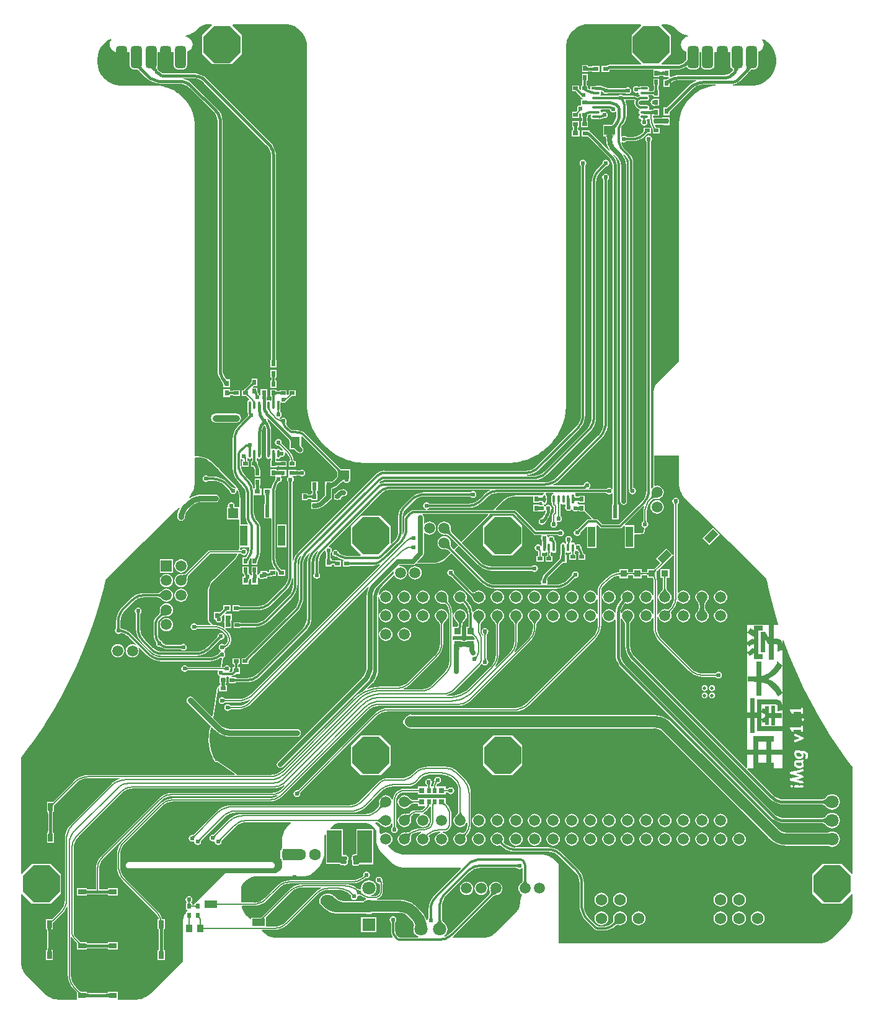
<source format=gtl>
G04*
G04 #@! TF.GenerationSoftware,Altium Limited,Altium Designer,20.1.11 (218)*
G04*
G04 Layer_Physical_Order=1*
G04 Layer_Color=32768*
%FSLAX25Y25*%
%MOIN*%
G70*
G04*
G04 #@! TF.SameCoordinates,1E5C8DF0-0C21-4807-87EA-DBAC22A10C90*
G04*
G04*
G04 #@! TF.FilePolarity,Positive*
G04*
G01*
G75*
%ADD10C,0.00787*%
%ADD12C,0.00800*%
%ADD15C,0.01200*%
%ADD16R,0.06000X0.05000*%
%ADD17O,0.01299X0.04500*%
%ADD18R,0.01299X0.04500*%
%ADD19R,0.05000X0.06000*%
%ADD20R,0.02362X0.03937*%
%ADD21R,0.02362X0.06693*%
%ADD22R,0.03937X0.11024*%
%ADD23R,0.05512X0.05512*%
%ADD24R,0.02953X0.03150*%
%ADD25R,0.02284X0.03150*%
%ADD26R,0.03500X0.03800*%
%ADD27R,0.03800X0.03500*%
G04:AMPARAMS|DCode=28|XSize=39.37mil|YSize=66.93mil|CornerRadius=0mil|HoleSize=0mil|Usage=FLASHONLY|Rotation=315.000|XOffset=0mil|YOffset=0mil|HoleType=Round|Shape=Rectangle|*
%AMROTATEDRECTD28*
4,1,4,-0.03758,-0.00974,0.00974,0.03758,0.03758,0.00974,-0.00974,-0.03758,-0.03758,-0.00974,0.0*
%
%ADD28ROTATEDRECTD28*%

%ADD29R,0.06693X0.03937*%
%ADD30R,0.03000X0.02300*%
%ADD31R,0.02500X0.02000*%
%ADD32R,0.02000X0.02500*%
%ADD33O,0.04500X0.01299*%
%ADD34R,0.04500X0.01299*%
%ADD35R,0.07874X0.17717*%
%ADD36R,0.04134X0.02559*%
%ADD37R,0.02559X0.04134*%
%ADD38R,0.03661X0.03858*%
%ADD39R,0.02300X0.03000*%
%ADD76C,0.01600*%
%ADD77C,0.02600*%
%ADD78C,0.02500*%
%ADD79C,0.00600*%
%ADD80C,0.06000*%
%ADD81C,0.03000*%
%ADD82C,0.03800*%
%ADD83C,0.01500*%
%ADD84C,0.02362*%
%ADD85R,0.09500X0.06000*%
%ADD86C,0.01968*%
%ADD87P,0.21648X8X22.5*%
%ADD88C,0.05906*%
%ADD89R,0.05906X0.05906*%
%ADD90C,0.07087*%
%ADD91R,0.07087X0.07087*%
%ADD92C,0.06299*%
%ADD93C,0.05906*%
G04:AMPARAMS|DCode=94|XSize=118.11mil|YSize=59.06mil|CornerRadius=14.76mil|HoleSize=0mil|Usage=FLASHONLY|Rotation=90.000|XOffset=0mil|YOffset=0mil|HoleType=Round|Shape=RoundedRectangle|*
%AMROUNDEDRECTD94*
21,1,0.11811,0.02953,0,0,90.0*
21,1,0.08858,0.05906,0,0,90.0*
1,1,0.02953,0.01476,0.04429*
1,1,0.02953,0.01476,-0.04429*
1,1,0.02953,-0.01476,-0.04429*
1,1,0.02953,-0.01476,0.04429*
%
%ADD94ROUNDEDRECTD94*%
%ADD95C,0.06200*%
%ADD96C,0.02400*%
%ADD97C,0.02362*%
G36*
X125116Y461340D02*
X126524Y460757D01*
X127790Y459910D01*
X128329Y459372D01*
X128329Y459372D01*
X128793Y458907D01*
X128801Y458902D01*
X128807Y458894D01*
X129236Y458485D01*
X129262Y458469D01*
X129280Y458446D01*
X130196Y457694D01*
X130231Y457676D01*
X130260Y457648D01*
X131245Y456989D01*
X131281Y456974D01*
X131312Y456949D01*
X132357Y456390D01*
X132395Y456379D01*
X132428Y456357D01*
X133522Y455903D01*
X133562Y455896D01*
X133597Y455877D01*
X134730Y455533D01*
X134770Y455529D01*
X134807Y455514D01*
X135190Y455438D01*
X135174Y454931D01*
X134349Y454822D01*
X133342Y454405D01*
X132476Y453741D01*
X131813Y452876D01*
X131395Y451869D01*
X131253Y450787D01*
X131395Y449706D01*
X131813Y448699D01*
X132476Y447833D01*
X133342Y447170D01*
X134201Y446814D01*
Y442602D01*
X134123Y442459D01*
X133997Y442276D01*
X133835Y442077D01*
X133639Y441869D01*
X133116Y441401D01*
X132800Y441154D01*
X132793Y441141D01*
X131537Y440470D01*
X129907Y439975D01*
X128269Y439814D01*
X128211Y439825D01*
X120982D01*
X120789Y440325D01*
X125951Y445488D01*
Y456087D01*
X120901Y461137D01*
X121108Y461637D01*
X123622D01*
X125116Y461340D01*
D02*
G37*
G36*
X134925Y439074D02*
X134907Y439265D01*
X134862Y439415D01*
X134789Y439522D01*
X134689Y439587D01*
X134561Y439610D01*
X134405Y439590D01*
X134222Y439528D01*
X134012Y439424D01*
X133774Y439277D01*
X133508Y439088D01*
X133133Y440728D01*
X133463Y440985D01*
X134017Y441481D01*
X134242Y441719D01*
X134431Y441951D01*
X134585Y442176D01*
X134704Y442395D01*
X134788Y442607D01*
X134837Y442813D01*
X134851Y443012D01*
X134925Y439074D01*
D02*
G37*
G36*
X169711Y438045D02*
X169551Y438073D01*
X169382Y438066D01*
X169206Y438022D01*
X169021Y437943D01*
X168829Y437827D01*
X168628Y437676D01*
X168419Y437489D01*
X168202Y437266D01*
X167977Y437007D01*
X167744Y436712D01*
X165947Y437082D01*
X166183Y437406D01*
X166532Y437968D01*
X166644Y438204D01*
X166715Y438412D01*
X166744Y438590D01*
X166732Y438739D01*
X166679Y438858D01*
X166584Y438949D01*
X166447Y439010D01*
X169711Y438045D01*
D02*
G37*
G36*
X157823Y439510D02*
X157984Y438701D01*
X158442Y438015D01*
X159129Y437556D01*
X159144Y437043D01*
X159088Y436909D01*
X158615Y436292D01*
X158563Y436257D01*
X158138Y435832D01*
X157766Y435523D01*
X157082Y434998D01*
X155837Y434482D01*
X154559Y434314D01*
X154500Y434326D01*
X130622D01*
Y434335D01*
X128849Y434195D01*
X127120Y433780D01*
X125744Y433210D01*
X125253Y433522D01*
X125248Y433531D01*
Y437175D01*
X128211D01*
Y437165D01*
X129984Y437305D01*
X131714Y437720D01*
X133357Y438401D01*
X133620Y438562D01*
X133628Y438561D01*
X133694Y438607D01*
X133722Y438624D01*
X133821Y438647D01*
X133858Y438673D01*
X133968Y438679D01*
X134453Y438563D01*
X134820Y438015D01*
X135507Y437556D01*
X136316Y437395D01*
X139269D01*
X140078Y437556D01*
X140765Y438015D01*
X141223Y438701D01*
X141384Y439510D01*
Y446610D01*
X142075D01*
Y439510D01*
X142236Y438701D01*
X142694Y438015D01*
X143381Y437556D01*
X144190Y437395D01*
X147143D01*
X147952Y437556D01*
X148639Y438015D01*
X149097Y438701D01*
X149258Y439510D01*
Y446610D01*
X157823D01*
Y439510D01*
D02*
G37*
G36*
X-158626Y439068D02*
X-158690Y438991D01*
X-158721Y438894D01*
X-158719Y438777D01*
X-158683Y438639D01*
X-158614Y438480D01*
X-158512Y438301D01*
X-158377Y438101D01*
X-158209Y437880D01*
X-158008Y437639D01*
X-159405Y436783D01*
X-159654Y437062D01*
X-160108Y437518D01*
X-160313Y437695D01*
X-160503Y437839D01*
X-160679Y437948D01*
X-160840Y438023D01*
X-160986Y438064D01*
X-161117Y438072D01*
X-161234Y438045D01*
X-158529Y439123D01*
X-158626Y439068D01*
D02*
G37*
G36*
X-150897Y438820D02*
X-150995Y438735D01*
X-151053Y438621D01*
X-151070Y438476D01*
X-151048Y438302D01*
X-150986Y438097D01*
X-150883Y437863D01*
X-150741Y437598D01*
X-150558Y437304D01*
X-150335Y436979D01*
X-152171Y436689D01*
X-152390Y436982D01*
X-152810Y437464D01*
X-153010Y437652D01*
X-153205Y437806D01*
X-153392Y437924D01*
X-153574Y438007D01*
X-153749Y438055D01*
X-153917Y438067D01*
X-154079Y438045D01*
X-150758Y438874D01*
X-150897Y438820D01*
D02*
G37*
G36*
X162877Y438045D02*
X162715Y438035D01*
X162555Y437993D01*
X162399Y437921D01*
X162245Y437817D01*
X162094Y437683D01*
X161946Y437517D01*
X161801Y437321D01*
X161658Y437093D01*
X161518Y436835D01*
X161381Y436546D01*
X159553Y436618D01*
X159673Y436904D01*
X159763Y437161D01*
X159824Y437388D01*
X159856Y437585D01*
X159858Y437753D01*
X159832Y437891D01*
X159776Y438000D01*
X159691Y438079D01*
X159577Y438128D01*
X159433Y438147D01*
X162877Y438045D01*
D02*
G37*
G36*
X176313Y453227D02*
X177994Y452006D01*
X179463Y450537D01*
X180684Y448856D01*
X181627Y447006D01*
X182269Y445030D01*
X182594Y442978D01*
Y440901D01*
X182269Y438849D01*
X181627Y436873D01*
X180684Y435023D01*
X179463Y433342D01*
X177994Y431873D01*
X176313Y430652D01*
X174462Y429709D01*
X172487Y429067D01*
X170435Y428742D01*
X159148D01*
X159123Y429242D01*
X159637Y429293D01*
X160848Y429660D01*
X161963Y430256D01*
X162941Y431059D01*
X162937Y431063D01*
X167297Y435422D01*
X167304Y435416D01*
X168021Y436256D01*
X168042Y436260D01*
X168091Y436333D01*
X168169Y436376D01*
X168394Y436661D01*
X168601Y436899D01*
X168794Y437098D01*
X168972Y437258D01*
X169132Y437378D01*
X169160Y437395D01*
X170765D01*
X171574Y437556D01*
X172261Y438015D01*
X172719Y438701D01*
X172880Y439510D01*
Y446814D01*
X173740Y447170D01*
X174605Y447833D01*
X175269Y448699D01*
X175686Y449706D01*
X175828Y450787D01*
X175686Y451869D01*
X175269Y452876D01*
X174863Y453404D01*
X175191Y453798D01*
X176313Y453227D01*
D02*
G37*
G36*
X119056Y436475D02*
X119104Y436400D01*
X119184Y436335D01*
X119296Y436278D01*
X119440Y436230D01*
X119616Y436190D01*
X119824Y436159D01*
X120064Y436137D01*
X120640Y436120D01*
Y434520D01*
X120336Y434516D01*
X119824Y434481D01*
X119616Y434450D01*
X119440Y434410D01*
X119296Y434362D01*
X119184Y434305D01*
X119104Y434240D01*
X119056Y434165D01*
X119040Y434082D01*
Y436558D01*
X119056Y436475D01*
D02*
G37*
G36*
X122362Y433832D02*
X122346Y433963D01*
X122298Y434080D01*
X122218Y434183D01*
X122106Y434272D01*
X121962Y434348D01*
X121786Y434410D01*
X121578Y434458D01*
X121338Y434492D01*
X121066Y434513D01*
X120762Y434520D01*
Y436120D01*
X121066Y436127D01*
X121338Y436147D01*
X121578Y436182D01*
X121786Y436230D01*
X121962Y436292D01*
X122106Y436368D01*
X122218Y436457D01*
X122298Y436560D01*
X122346Y436677D01*
X122362Y436808D01*
Y433832D01*
D02*
G37*
G36*
X125937Y430918D02*
X125587Y430688D01*
X125034Y430262D01*
X124831Y430066D01*
X124677Y429881D01*
X124571Y429707D01*
X124514Y429544D01*
X124507Y429393D01*
X124548Y429253D01*
X124638Y429124D01*
X122425Y431508D01*
X122551Y431413D01*
X122712Y431358D01*
X122910Y431344D01*
X123143Y431372D01*
X123413Y431440D01*
X123718Y431550D01*
X124059Y431700D01*
X124436Y431891D01*
X125299Y432397D01*
X125937Y430918D01*
D02*
G37*
G36*
X80587Y431750D02*
X80484Y431714D01*
X80394Y431654D01*
X80316Y431570D01*
X80250Y431462D01*
X80196Y431330D01*
X80154Y431174D01*
X80124Y430994D01*
X80106Y430790D01*
X80100Y430562D01*
X78900D01*
X78898Y430790D01*
X78856Y431462D01*
X78837Y431570D01*
X78814Y431654D01*
X78788Y431714D01*
X78758Y431750D01*
X78725Y431762D01*
X80701D01*
X80587Y431750D01*
D02*
G37*
G36*
X80106Y429137D02*
X80124Y428933D01*
X80154Y428753D01*
X80196Y428597D01*
X80250Y428465D01*
X80316Y428357D01*
X80394Y428273D01*
X80484Y428213D01*
X80586Y428177D01*
X80700Y428165D01*
X78300D01*
X78414Y428177D01*
X78516Y428213D01*
X78606Y428273D01*
X78684Y428357D01*
X78750Y428465D01*
X78804Y428597D01*
X78846Y428753D01*
X78876Y428933D01*
X78894Y429137D01*
X78900Y429365D01*
X80100D01*
X80106Y429137D01*
D02*
G37*
G36*
X118966Y429250D02*
X118900Y429214D01*
X118842Y429154D01*
X118792Y429070D01*
X118749Y428962D01*
X118714Y428830D01*
X118687Y428674D01*
X118668Y428494D01*
X118652Y428062D01*
X117452D01*
X117448Y428290D01*
X117417Y428674D01*
X117390Y428830D01*
X117355Y428962D01*
X117312Y429070D01*
X117262Y429154D01*
X117204Y429214D01*
X117138Y429250D01*
X117064Y429262D01*
X119040D01*
X118966Y429250D01*
D02*
G37*
G36*
X109667Y426577D02*
X109602Y426615D01*
X109529Y426649D01*
X109448Y426679D01*
X109358Y426705D01*
X109259Y426727D01*
X109152Y426745D01*
X108912Y426769D01*
X108779Y426775D01*
X108638Y426777D01*
Y427577D01*
X108779Y427579D01*
X109152Y427609D01*
X109259Y427627D01*
X109358Y427649D01*
X109448Y427675D01*
X109529Y427706D01*
X109602Y427740D01*
X109667Y427778D01*
Y426577D01*
D02*
G37*
G36*
X107829Y427724D02*
X108369Y427573D01*
X108410Y427568D01*
X108442Y427569D01*
X108638Y426777D01*
X108635Y426772D01*
X108628Y426756D01*
X108570Y426590D01*
X108459Y426256D01*
X107716Y427763D01*
X107829Y427724D01*
D02*
G37*
G36*
X118656Y426828D02*
X118687Y426444D01*
X118714Y426288D01*
X118749Y426156D01*
X118792Y426048D01*
X118842Y425964D01*
X118900Y425904D01*
X118966Y425868D01*
X119040Y425856D01*
X117064D01*
X117138Y425868D01*
X117204Y425904D01*
X117262Y425964D01*
X117312Y426048D01*
X117355Y426156D01*
X117390Y426288D01*
X117417Y426444D01*
X117437Y426624D01*
X117452Y427056D01*
X118652D01*
X118656Y426828D01*
D02*
G37*
G36*
X90609Y427185D02*
X89612Y425833D01*
X89600Y425870D01*
X89577Y425907D01*
X89541Y425944D01*
X89493Y425983D01*
X89433Y426021D01*
X89360Y426060D01*
X89276Y426100D01*
X89069Y426180D01*
X88948Y426221D01*
X89978Y427534D01*
X90609Y427185D01*
D02*
G37*
G36*
X80627Y427462D02*
X80573Y427374D01*
X80563Y427273D01*
X80597Y427159D01*
X80676Y427032D01*
X80799Y426892D01*
X80967Y426739D01*
X81178Y426572D01*
X81435Y426393D01*
X81735Y426200D01*
X80630Y425467D01*
X80300Y425664D01*
X79708Y425976D01*
X79447Y426090D01*
X79208Y426178D01*
X78992Y426237D01*
X78799Y426269D01*
X78628Y426274D01*
X78480Y426251D01*
X78356Y426201D01*
X80726Y427537D01*
X80627Y427462D01*
D02*
G37*
G36*
X75828Y427555D02*
X75787Y427454D01*
X75782Y427334D01*
X75813Y427194D01*
X75881Y427034D01*
X75985Y426854D01*
X76126Y426655D01*
X76303Y426436D01*
X76767Y425939D01*
X75668Y425341D01*
X75432Y425568D01*
X75004Y425929D01*
X74812Y426062D01*
X74635Y426164D01*
X74473Y426234D01*
X74325Y426273D01*
X74193Y426281D01*
X74074Y426257D01*
X73971Y426201D01*
X75906Y427636D01*
X75828Y427555D01*
D02*
G37*
G36*
X101875Y425160D02*
X101861Y425168D01*
X101832Y425174D01*
X101791Y425180D01*
X101666Y425190D01*
X101255Y425200D01*
X101118Y425200D01*
Y426800D01*
X101875Y426840D01*
Y425160D01*
D02*
G37*
G36*
X91672Y426832D02*
X91700Y426826D01*
X91742Y426820D01*
X91866Y426810D01*
X92278Y426800D01*
X92414Y426800D01*
Y425200D01*
X91657Y425160D01*
Y426840D01*
X91672Y426832D01*
D02*
G37*
G36*
X83774Y425388D02*
X84377Y425227D01*
X84651Y425175D01*
X84908Y425141D01*
X85147Y425127D01*
X85368Y425131D01*
X85571Y425154D01*
X85756Y425196D01*
X85923Y425256D01*
X83440Y424158D01*
X83419Y424177D01*
X83375Y424202D01*
X83309Y424234D01*
X82975Y424370D01*
X82217Y424645D01*
X83446Y425497D01*
X83774Y425388D01*
D02*
G37*
G36*
X114533Y424017D02*
X113333D01*
Y425219D01*
X114533D01*
Y424017D01*
D02*
G37*
G36*
X117064Y423418D02*
X117052Y423532D01*
X117016Y423634D01*
X116956Y423724D01*
X116872Y423802D01*
X116764Y423868D01*
X116632Y423922D01*
X116476Y423964D01*
X116296Y423994D01*
X116092Y424012D01*
X115864Y424018D01*
Y425218D01*
X116092Y425224D01*
X116296Y425242D01*
X116476Y425272D01*
X116632Y425314D01*
X116764Y425368D01*
X116872Y425434D01*
X116956Y425512D01*
X117016Y425602D01*
X117052Y425704D01*
X117064Y425818D01*
Y423418D01*
D02*
G37*
G36*
X77845Y424865D02*
X77935Y424788D01*
X78022Y424722D01*
X78106Y424670D01*
X78186Y424629D01*
X78262Y424600D01*
X78335Y424583D01*
X78405Y424579D01*
X78471Y424586D01*
X78534Y424606D01*
X77885Y423057D01*
X77872Y423083D01*
X77849Y423117D01*
X77817Y423159D01*
X77727Y423265D01*
X77436Y423572D01*
X77340Y423668D01*
X77751Y424954D01*
X77845Y424865D01*
D02*
G37*
G36*
X88549Y421458D02*
X87349D01*
Y422660D01*
X88549D01*
Y421458D01*
D02*
G37*
G36*
X109482Y422523D02*
X109483Y422490D01*
X109456Y422437D01*
X110908Y421339D01*
X110789Y421408D01*
X110650Y421452D01*
X110489Y421469D01*
X110308Y421461D01*
X110105Y421428D01*
X109882Y421369D01*
X109638Y421284D01*
X109373Y421173D01*
X108780Y420875D01*
X108418Y422065D01*
X108653Y422193D01*
X109391Y422529D01*
X109451Y422536D01*
X109482Y422523D01*
D02*
G37*
G36*
X98143Y421219D02*
X98092Y421265D01*
X98032Y421306D01*
X97963Y421342D01*
X97886Y421373D01*
X97800Y421399D01*
X97705Y421421D01*
X97602Y421438D01*
X97490Y421450D01*
X97241Y421459D01*
Y422659D01*
X97370Y422661D01*
X97602Y422681D01*
X97705Y422697D01*
X97800Y422719D01*
X97886Y422746D01*
X97963Y422777D01*
X98032Y422813D01*
X98092Y422854D01*
X98143Y422899D01*
Y421219D01*
D02*
G37*
G36*
X99908Y422854D02*
X99968Y422813D01*
X100037Y422777D01*
X100114Y422746D01*
X100200Y422719D01*
X100295Y422697D01*
X100398Y422681D01*
X100510Y422669D01*
X100759Y422659D01*
Y421459D01*
X100630Y421457D01*
X100398Y421438D01*
X100337Y421428D01*
X100349Y421399D01*
X100403Y421295D01*
X100534Y421065D01*
X99607Y420273D01*
X99543Y420379D01*
X99478Y420475D01*
X99412Y420561D01*
X99344Y420636D01*
X99275Y420700D01*
X99204Y420754D01*
X99132Y420797D01*
X99058Y420829D01*
X98983Y420851D01*
X98906Y420863D01*
X99857Y421659D01*
Y422899D01*
X99908Y422854D01*
D02*
G37*
G36*
X81004Y420574D02*
X81052Y420516D01*
X81132Y420466D01*
X81244Y420422D01*
X81388Y420385D01*
X81564Y420354D01*
X81772Y420330D01*
X82284Y420303D01*
X82588Y420300D01*
Y418700D01*
X82284Y418697D01*
X81564Y418646D01*
X81388Y418615D01*
X81244Y418578D01*
X81132Y418534D01*
X81052Y418484D01*
X81004Y418426D01*
X80988Y418362D01*
Y420638D01*
X81004Y420574D01*
D02*
G37*
G36*
X109079Y417891D02*
X109623Y417641D01*
X109864Y417555D01*
X110085Y417494D01*
X110285Y417459D01*
X110465Y417451D01*
X110625Y417468D01*
X110764Y417511D01*
X110882Y417579D01*
X109424Y416481D01*
X109450Y416431D01*
X109446Y416402D01*
X109413Y416392D01*
X109352Y416403D01*
X109260Y416434D01*
X109140Y416485D01*
X108812Y416648D01*
X108367Y416891D01*
X108777Y418055D01*
X109079Y417891D01*
D02*
G37*
G36*
X88549Y416340D02*
X87349D01*
Y417542D01*
X88549D01*
Y416340D01*
D02*
G37*
G36*
X125769Y416000D02*
X125467Y415686D01*
X124988Y415118D01*
X124811Y414862D01*
X124676Y414626D01*
X124582Y414410D01*
X124530Y414212D01*
X124521Y414035D01*
X124552Y413876D01*
X124626Y413737D01*
X122725Y416338D01*
X122833Y416233D01*
X122967Y416177D01*
X123127Y416169D01*
X123314Y416210D01*
X123527Y416300D01*
X123767Y416439D01*
X124032Y416627D01*
X124325Y416863D01*
X124988Y417481D01*
X125769Y416000D01*
D02*
G37*
G36*
X93998Y417348D02*
X94609Y417208D01*
X94671Y417202D01*
X94722Y417202D01*
X94761Y417206D01*
X93824Y415811D01*
X93803Y415893D01*
X93771Y415969D01*
X93728Y416037D01*
X93674Y416099D01*
X93610Y416153D01*
X93535Y416200D01*
X93450Y416241D01*
X93353Y416274D01*
X93246Y416301D01*
X93128Y416320D01*
X93857Y417389D01*
X93998Y417348D01*
D02*
G37*
G36*
X76484Y414120D02*
X76314Y413945D01*
X76050Y413635D01*
X75956Y413502D01*
X75887Y413381D01*
X75843Y413275D01*
X75824Y413183D01*
X75830Y413104D01*
X75862Y413039D01*
X75918Y412989D01*
X74537Y413870D01*
X74610Y413836D01*
X74692Y413822D01*
X74783Y413828D01*
X74883Y413855D01*
X74992Y413901D01*
X75110Y413968D01*
X75236Y414054D01*
X75371Y414161D01*
X75515Y414288D01*
X75668Y414436D01*
X76484Y414120D01*
D02*
G37*
G36*
X117064Y413144D02*
X117048Y413227D01*
X117000Y413302D01*
X116920Y413367D01*
X116808Y413424D01*
X116664Y413472D01*
X116488Y413512D01*
X116280Y413543D01*
X116040Y413564D01*
X115494Y413581D01*
X114936Y413203D01*
X114925Y413250D01*
X114905Y413296D01*
X114876Y413342D01*
X114838Y413388D01*
X114792Y413433D01*
X114737Y413479D01*
X114673Y413524D01*
X114601Y413568D01*
X114429Y413657D01*
X115464Y414202D01*
Y415182D01*
X115768Y415186D01*
X116280Y415221D01*
X116488Y415252D01*
X116664Y415291D01*
X116808Y415340D01*
X116920Y415396D01*
X117000Y415462D01*
X117048Y415537D01*
X117064Y415620D01*
Y413144D01*
D02*
G37*
G36*
X81829Y413593D02*
X81493Y413457D01*
X80971Y413204D01*
X80786Y413087D01*
X80650Y412976D01*
X80565Y412870D01*
X80530Y412771D01*
X80545Y412678D01*
X80610Y412592D01*
X80726Y412511D01*
X78262Y413870D01*
X78455Y413876D01*
X78660Y413894D01*
X79109Y413967D01*
X79353Y414021D01*
X80162Y414257D01*
X80766Y414475D01*
X81829Y413593D01*
D02*
G37*
G36*
X89875Y411786D02*
X89829Y411790D01*
X89773Y411787D01*
X89707Y411778D01*
X89631Y411763D01*
X89450Y411715D01*
X89230Y411641D01*
X88970Y411542D01*
X88526Y412135D01*
X88535Y411395D01*
X88240Y411315D01*
X87294Y411130D01*
X87274Y411147D01*
X87292Y411178D01*
X87349Y411222D01*
X87100Y412473D01*
X87193Y412459D01*
X87297Y412452D01*
X87411Y412453D01*
X87537Y412460D01*
X87821Y412497D01*
X87979Y412526D01*
X88453Y412639D01*
X88530Y412677D01*
X88614Y412729D01*
X88686Y412786D01*
X88748Y412848D01*
X88798Y412914D01*
X88837Y412985D01*
X88866Y413061D01*
X88884Y413142D01*
X89875Y411786D01*
D02*
G37*
G36*
X112208Y411177D02*
X112140Y411152D01*
X112080Y411112D01*
X112028Y411055D01*
X111984Y410982D01*
X111948Y410892D01*
X111920Y410787D01*
X111900Y410665D01*
X111897Y410623D01*
X111902Y410579D01*
X111924Y410473D01*
X111955Y410370D01*
X111994Y410269D01*
X112043Y410171D01*
X112100Y410076D01*
X112166Y409983D01*
X112241Y409893D01*
X112324Y409805D01*
X110644D01*
X110728Y409893D01*
X110803Y409983D01*
X110869Y410076D01*
X110926Y410171D01*
X110974Y410269D01*
X111014Y410370D01*
X111045Y410473D01*
X111067Y410579D01*
X111072Y410623D01*
X111068Y410665D01*
X111048Y410787D01*
X111020Y410892D01*
X110984Y410982D01*
X110940Y411055D01*
X110888Y411112D01*
X110828Y411152D01*
X110760Y411177D01*
X110684Y411185D01*
X112284D01*
X112208Y411177D01*
D02*
G37*
G36*
X80655Y411878D02*
X80580Y411830D01*
X80515Y411750D01*
X80458Y411638D01*
X80409Y411494D01*
X80370Y411318D01*
X80339Y411110D01*
X80317Y410870D01*
X80304Y410408D01*
X80304Y410346D01*
X80339Y409834D01*
X80370Y409626D01*
X80409Y409450D01*
X80458Y409306D01*
X80515Y409194D01*
X80580Y409114D01*
X80655Y409066D01*
X80738Y409050D01*
X78262D01*
X78345Y409066D01*
X78420Y409114D01*
X78485Y409194D01*
X78542Y409306D01*
X78591Y409450D01*
X78630Y409626D01*
X78661Y409834D01*
X78683Y410074D01*
X78697Y410535D01*
X78696Y410598D01*
X78661Y411110D01*
X78630Y411318D01*
X78591Y411494D01*
X78542Y411638D01*
X78485Y411750D01*
X78420Y411830D01*
X78345Y411878D01*
X78262Y411894D01*
X80738D01*
X80655Y411878D01*
D02*
G37*
G36*
X122362Y408074D02*
X122336Y408110D01*
X122258Y408142D01*
X122128Y408170D01*
X121946Y408194D01*
X121426Y408232D01*
X119762Y408262D01*
Y410862D01*
X120256Y410864D01*
X122258Y410982D01*
X122336Y411014D01*
X122362Y411050D01*
Y408074D01*
D02*
G37*
G36*
X96986Y407614D02*
X96685Y407211D01*
X96216Y406501D01*
X96049Y406195D01*
X95927Y405921D01*
X95850Y405680D01*
X95817Y405471D01*
X95829Y405294D01*
X95886Y405150D01*
X95988Y405038D01*
X95260Y405598D01*
X94437Y404665D01*
X94362Y404547D01*
X94314Y404451D01*
X94294Y404377D01*
X92877Y405794D01*
X92951Y405814D01*
X93047Y405862D01*
X93165Y405937D01*
X93305Y406039D01*
X93651Y406328D01*
X93949Y406608D01*
X93455Y406988D01*
X93593Y406917D01*
X93751Y406900D01*
X93931Y406936D01*
X94132Y407025D01*
X94353Y407169D01*
X94596Y407366D01*
X94860Y407616D01*
X95145Y407920D01*
X95779Y408688D01*
X96986Y407614D01*
D02*
G37*
G36*
X117345Y405971D02*
X117561Y405712D01*
X117662Y405615D01*
X117758Y405540D01*
X117849Y405486D01*
X117936Y405454D01*
X118017Y405444D01*
X118093Y405455D01*
X118164Y405488D01*
X116814Y404629D01*
X116871Y404681D01*
X116905Y404753D01*
X116917Y404843D01*
X116906Y404951D01*
X116873Y405079D01*
X116817Y405225D01*
X116739Y405389D01*
X116638Y405572D01*
X116368Y405995D01*
X117229Y406133D01*
X117345Y405971D01*
D02*
G37*
G36*
X113941Y403524D02*
X113838Y403580D01*
X113719Y403604D01*
X113587Y403596D01*
X113439Y403557D01*
X113277Y403487D01*
X113100Y403385D01*
X112908Y403252D01*
X112701Y403087D01*
X112244Y402664D01*
X111145Y403262D01*
X111396Y403520D01*
X111786Y403978D01*
X111927Y404177D01*
X112031Y404357D01*
X112099Y404517D01*
X112130Y404657D01*
X112125Y404777D01*
X112084Y404878D01*
X112006Y404959D01*
X113941Y403524D01*
D02*
G37*
G36*
X81482Y404045D02*
X81523Y403941D01*
X81592Y403827D01*
X81688Y403704D01*
X81812Y403569D01*
X81964Y403425D01*
X82350Y403106D01*
X82846Y402746D01*
X81975Y401374D01*
X81843Y401466D01*
X81495Y401740D01*
X81453Y401784D01*
X81430Y401818D01*
X81424Y401842D01*
X81437Y401857D01*
X81468Y401862D01*
Y404138D01*
X81482Y404045D01*
D02*
G37*
G36*
X95353Y401998D02*
X95132Y401920D01*
X94937Y401789D01*
X94768Y401606D01*
X94625Y401371D01*
X94508Y401084D01*
X94417Y400744D01*
X94352Y400352D01*
X94313Y399908D01*
X94300Y399412D01*
X91700D01*
X91687Y399908D01*
X91648Y400352D01*
X91583Y400744D01*
X91492Y401084D01*
X91375Y401371D01*
X91232Y401606D01*
X91063Y401789D01*
X90868Y401920D01*
X90647Y401998D01*
X90400Y402024D01*
X95600D01*
X95353Y401998D01*
D02*
G37*
G36*
X101343Y400753D02*
X101404Y400721D01*
X101473Y400693D01*
X101552Y400668D01*
X101638Y400647D01*
X101734Y400630D01*
X101951Y400608D01*
X102072Y400602D01*
X102202Y400600D01*
X102381Y399400D01*
X102252Y399397D01*
X102022Y399375D01*
X101921Y399356D01*
X101829Y399331D01*
X101745Y399300D01*
X101672Y399264D01*
X101607Y399223D01*
X101551Y399176D01*
X101505Y399123D01*
X101290Y400789D01*
X101343Y400753D01*
D02*
G37*
G36*
X114794Y399092D02*
X114754Y399032D01*
X114718Y398963D01*
X114686Y398886D01*
X114660Y398800D01*
X114638Y398705D01*
X114622Y398602D01*
X114610Y398490D01*
X114600Y398241D01*
X113400D01*
X113398Y398370D01*
X113378Y398602D01*
X113362Y398705D01*
X113340Y398800D01*
X113314Y398886D01*
X113282Y398963D01*
X113246Y399032D01*
X113206Y399092D01*
X113160Y399143D01*
X114840D01*
X114794Y399092D01*
D02*
G37*
G36*
X90988Y385800D02*
X90919Y385796D01*
X90848Y385782D01*
X90774Y385759D01*
X90697Y385727D01*
X90618Y385685D01*
X90536Y385633D01*
X90451Y385572D01*
X90364Y385501D01*
X90180Y385332D01*
X89332Y386180D01*
X89421Y386273D01*
X89572Y386451D01*
X89633Y386536D01*
X89685Y386618D01*
X89727Y386698D01*
X89759Y386774D01*
X89782Y386848D01*
X89796Y386919D01*
X89800Y386988D01*
X90988Y385800D01*
D02*
G37*
G36*
X79473Y386092D02*
X79432Y386032D01*
X79396Y385963D01*
X79365Y385886D01*
X79339Y385800D01*
X79317Y385705D01*
X79300Y385602D01*
X79288Y385490D01*
X79279Y385241D01*
X78079D01*
X78076Y385370D01*
X78057Y385602D01*
X78040Y385705D01*
X78019Y385800D01*
X77992Y385886D01*
X77961Y385963D01*
X77925Y386032D01*
X77884Y386092D01*
X77839Y386143D01*
X79519D01*
X79473Y386092D01*
D02*
G37*
G36*
X91594Y378592D02*
X91554Y378532D01*
X91518Y378463D01*
X91487Y378386D01*
X91460Y378300D01*
X91439Y378205D01*
X91422Y378102D01*
X91410Y377990D01*
X91400Y377741D01*
X90200D01*
X90198Y377870D01*
X90179Y378102D01*
X90162Y378205D01*
X90140Y378300D01*
X90114Y378386D01*
X90083Y378463D01*
X90047Y378532D01*
X90006Y378592D01*
X89960Y378643D01*
X91640D01*
X91594Y378592D01*
D02*
G37*
G36*
X-86960Y282084D02*
X-86910Y281364D01*
X-86879Y281188D01*
X-86842Y281044D01*
X-86798Y280932D01*
X-86747Y280852D01*
X-86690Y280804D01*
X-86626Y280788D01*
X-88902D01*
X-88838Y280804D01*
X-88780Y280852D01*
X-88729Y280932D01*
X-88686Y281044D01*
X-88648Y281188D01*
X-88618Y281364D01*
X-88594Y281572D01*
X-88567Y282084D01*
X-88564Y282388D01*
X-86964D01*
X-86960Y282084D01*
D02*
G37*
G36*
X-97541Y268082D02*
X-97623Y268161D01*
X-97725Y268204D01*
X-97846Y268210D01*
X-97986Y268180D01*
X-98146Y268113D01*
X-98326Y268010D01*
X-98524Y267871D01*
X-98743Y267695D01*
X-99238Y267233D01*
X-99836Y268332D01*
X-99610Y268567D01*
X-99252Y268993D01*
X-99120Y269184D01*
X-99019Y269361D01*
X-98950Y269524D01*
X-98912Y269672D01*
X-98906Y269805D01*
X-98931Y269924D01*
X-98988Y270029D01*
X-97541Y268082D01*
D02*
G37*
G36*
X-113972Y271178D02*
X-113462Y270589D01*
X-113238Y270379D01*
X-113034Y270224D01*
X-112851Y270125D01*
X-112689Y270082D01*
X-112548Y270095D01*
X-112427Y270163D01*
X-112327Y270288D01*
X-114079Y267312D01*
X-114096Y267584D01*
X-114144Y267874D01*
X-114225Y268182D01*
X-114339Y268508D01*
X-114485Y268853D01*
X-114664Y269216D01*
X-115119Y269996D01*
X-115395Y270414D01*
X-115703Y270850D01*
X-114258Y271556D01*
X-113972Y271178D01*
D02*
G37*
G36*
X-101689Y264783D02*
X-101724Y264727D01*
X-101749Y264677D01*
X-101764Y264633D01*
X-101769Y264594D01*
X-101764Y264562D01*
X-101748Y264535D01*
X-101722Y264514D01*
X-101685Y264500D01*
X-101639Y264491D01*
X-101582Y264488D01*
X-103669D01*
X-103603Y264498D01*
X-103528Y264529D01*
X-103446Y264580D01*
X-103355Y264652D01*
X-103257Y264745D01*
X-103151Y264858D01*
X-102915Y265145D01*
X-102648Y265515D01*
X-101689Y264783D01*
D02*
G37*
G36*
X-77537Y262512D02*
X-77610Y262546D01*
X-77692Y262560D01*
X-77784Y262554D01*
X-77883Y262527D01*
X-77992Y262481D01*
X-78110Y262414D01*
X-78236Y262327D01*
X-78371Y262221D01*
X-78515Y262093D01*
X-78668Y261946D01*
X-79484Y262262D01*
X-79314Y262437D01*
X-79050Y262747D01*
X-78956Y262880D01*
X-78887Y263000D01*
X-78843Y263107D01*
X-78824Y263199D01*
X-78830Y263278D01*
X-78861Y263342D01*
X-78918Y263393D01*
X-77537Y262512D01*
D02*
G37*
G36*
X-83738D02*
X-83750Y262586D01*
X-83786Y262652D01*
X-83846Y262710D01*
X-83930Y262760D01*
X-84038Y262803D01*
X-84170Y262838D01*
X-84326Y262865D01*
X-84506Y262884D01*
X-84938Y262900D01*
Y264100D01*
X-84710Y264104D01*
X-84326Y264135D01*
X-84170Y264162D01*
X-84038Y264197D01*
X-83930Y264240D01*
X-83846Y264290D01*
X-83786Y264348D01*
X-83750Y264414D01*
X-83738Y264488D01*
Y262512D01*
D02*
G37*
G36*
X-86764Y264586D02*
X-86728Y264484D01*
X-86668Y264394D01*
X-86584Y264316D01*
X-86476Y264250D01*
X-86344Y264196D01*
X-86188Y264154D01*
X-86008Y264124D01*
X-85804Y264106D01*
X-85576Y264100D01*
Y262900D01*
X-85804Y262894D01*
X-86008Y262876D01*
X-86188Y262846D01*
X-86344Y262804D01*
X-86476Y262750D01*
X-86584Y262684D01*
X-86668Y262606D01*
X-86728Y262516D01*
X-86764Y262414D01*
X-86776Y262300D01*
Y264700D01*
X-86764Y264586D01*
D02*
G37*
G36*
X-101649Y263343D02*
X-101679Y263279D01*
X-101684Y263201D01*
X-101664Y263109D01*
X-101619Y263003D01*
X-101549Y262883D01*
X-101453Y262749D01*
X-101333Y262600D01*
X-101016Y262262D01*
X-101832Y261946D01*
X-101986Y262095D01*
X-102267Y262331D01*
X-102393Y262419D01*
X-102511Y262487D01*
X-102620Y262535D01*
X-102719Y262562D01*
X-102810Y262570D01*
X-102891Y262557D01*
X-102963Y262524D01*
X-101594Y263393D01*
X-101649Y263343D01*
D02*
G37*
G36*
X-97006Y265572D02*
X-96989Y265386D01*
X-96921Y264957D01*
X-96807Y264450D01*
X-96550Y263543D01*
X-96442Y263202D01*
X-96638Y262979D01*
X-96377Y263031D01*
X-96329Y262900D01*
X-96187Y262572D01*
X-96140Y262485D01*
X-96049Y262342D01*
X-96004Y262287D01*
X-95960Y262242D01*
X-95916Y262208D01*
X-97562Y261875D01*
X-97521Y261945D01*
X-97490Y262019D01*
X-97467Y262099D01*
X-97454Y262183D01*
X-97450Y262273D01*
X-97455Y262367D01*
X-97463Y262419D01*
X-97489Y262493D01*
X-97715Y263030D01*
X-97822Y263220D01*
X-97925Y263359D01*
X-98024Y263445D01*
X-98119Y263480D01*
X-98210Y263463D01*
X-98298Y263395D01*
X-98381Y263274D01*
X-97012Y265738D01*
X-97006Y265572D01*
D02*
G37*
G36*
X-86849Y262250D02*
X-86915Y262214D01*
X-86974Y262154D01*
X-87024Y262070D01*
X-87067Y261962D01*
X-87102Y261830D01*
X-87129Y261674D01*
X-87148Y261494D01*
X-87164Y261062D01*
X-88364D01*
X-88368Y261290D01*
X-88399Y261674D01*
X-88426Y261830D01*
X-88461Y261962D01*
X-88503Y262070D01*
X-88554Y262154D01*
X-88612Y262214D01*
X-88678Y262250D01*
X-88752Y262262D01*
X-86776D01*
X-86849Y262250D01*
D02*
G37*
G36*
X-91808Y261996D02*
X-91866Y261948D01*
X-91916Y261868D01*
X-91960Y261756D01*
X-91997Y261612D01*
X-92028Y261436D01*
X-92052Y261228D01*
X-92079Y260716D01*
X-92082Y260412D01*
X-93682D01*
X-93685Y260716D01*
X-93736Y261436D01*
X-93766Y261612D01*
X-93804Y261756D01*
X-93848Y261868D01*
X-93898Y261948D01*
X-93956Y261996D01*
X-94020Y262012D01*
X-91744D01*
X-91808Y261996D01*
D02*
G37*
G36*
X-81705Y260922D02*
X-81601Y260870D01*
X-81499Y260831D01*
X-81398Y260807D01*
X-81299Y260797D01*
X-81202Y260800D01*
X-81106Y260818D01*
X-81012Y260850D01*
X-80920Y260896D01*
X-80830Y260956D01*
X-80659Y260109D01*
X-80764Y260043D01*
X-80960Y259905D01*
X-81050Y259832D01*
X-81217Y259678D01*
X-81293Y259597D01*
X-81432Y259428D01*
X-81493Y259339D01*
X-81811Y260989D01*
X-81705Y260922D01*
D02*
G37*
G36*
X-87163Y258834D02*
X-88364D01*
Y260033D01*
X-87163D01*
Y258834D01*
D02*
G37*
G36*
X-98557Y259746D02*
X-98475Y259646D01*
X-98392Y259555D01*
X-98306Y259474D01*
X-98218Y259402D01*
X-98129Y259339D01*
X-98037Y259287D01*
X-97944Y259243D01*
X-97848Y259210D01*
X-97751Y259185D01*
X-98638Y257759D01*
X-98600Y257840D01*
X-98578Y257931D01*
X-98574Y258032D01*
X-98586Y258144D01*
X-98615Y258265D01*
X-98662Y258398D01*
X-98725Y258540D01*
X-98806Y258693D01*
X-98903Y258856D01*
X-99018Y259029D01*
X-98637Y259856D01*
X-98557Y259746D01*
D02*
G37*
G36*
X-92303Y257904D02*
X-92326Y257614D01*
X-92315Y257281D01*
X-92268Y256905D01*
X-92186Y256486D01*
X-92068Y256024D01*
X-91727Y254970D01*
X-91245Y253745D01*
X-92959Y253599D01*
X-93076Y253880D01*
X-93398Y254791D01*
X-93410Y254874D01*
X-93405Y254924D01*
X-93382Y254940D01*
X-93342Y254924D01*
X-92244Y258151D01*
X-92303Y257904D01*
D02*
G37*
G36*
X-89677Y255342D02*
X-89675Y255290D01*
X-89668Y255227D01*
X-89654Y255154D01*
X-89608Y254979D01*
X-89538Y254762D01*
X-89444Y254505D01*
X-90098Y253996D01*
X-90149Y254119D01*
X-90262Y254345D01*
X-90324Y254448D01*
X-90390Y254544D01*
X-90461Y254634D01*
X-90535Y254717D01*
X-90614Y254792D01*
X-90696Y254862D01*
X-90782Y254924D01*
X-89673Y255384D01*
X-89677Y255342D01*
D02*
G37*
G36*
X-84607Y254738D02*
X-84642Y254714D01*
X-84673Y254674D01*
X-84700Y254618D01*
X-84723Y254546D01*
X-84742Y254458D01*
X-84756Y254354D01*
X-84767Y254234D01*
X-84775Y253946D01*
X-85575D01*
X-85578Y254098D01*
X-85599Y254354D01*
X-85618Y254458D01*
X-85642Y254546D01*
X-85671Y254618D01*
X-85706Y254674D01*
X-85746Y254714D01*
X-85791Y254738D01*
X-85842Y254746D01*
X-84567D01*
X-84607Y254738D01*
D02*
G37*
G36*
X-99958Y253935D02*
X-101160D01*
Y255135D01*
X-99958D01*
Y253935D01*
D02*
G37*
G36*
X-84771Y253760D02*
X-84757Y253652D01*
X-84735Y253546D01*
X-84705Y253442D01*
X-84665Y253341D01*
X-84617Y253243D01*
X-84559Y253148D01*
X-84493Y253055D01*
X-84419Y252965D01*
X-84335Y252877D01*
X-86015D01*
X-85931Y252965D01*
X-85857Y253055D01*
X-85791Y253148D01*
X-85733Y253243D01*
X-85685Y253341D01*
X-85645Y253442D01*
X-85615Y253546D01*
X-85593Y253652D01*
X-85579Y253760D01*
X-85575Y253872D01*
X-84775D01*
X-84771Y253760D01*
D02*
G37*
G36*
X-99913Y253120D02*
X-99889Y253041D01*
X-99858Y252969D01*
X-99822Y252905D01*
X-99778Y252848D01*
X-99729Y252799D01*
X-99673Y252757D01*
X-99611Y252723D01*
X-99542Y252696D01*
X-99467Y252677D01*
X-100873Y251757D01*
X-100865Y251804D01*
X-100862Y251857D01*
X-100863Y251916D01*
X-100868Y251981D01*
X-100878Y252051D01*
X-100910Y252210D01*
X-100959Y252393D01*
X-100990Y252493D01*
X-99930Y253207D01*
X-99913Y253120D01*
D02*
G37*
G36*
X-99713Y250300D02*
X-99781Y250296D01*
X-99853Y250282D01*
X-99927Y250259D01*
X-100003Y250227D01*
X-100083Y250185D01*
X-100165Y250133D01*
X-100250Y250072D01*
X-100337Y250001D01*
X-100521Y249832D01*
X-101369Y250680D01*
X-101279Y250773D01*
X-101129Y250951D01*
X-101068Y251036D01*
X-101016Y251118D01*
X-100974Y251198D01*
X-100941Y251274D01*
X-100918Y251348D01*
X-100905Y251419D01*
X-100901Y251488D01*
X-99713Y250300D01*
D02*
G37*
G36*
X-83437Y247759D02*
X-83511Y247848D01*
X-83589Y247931D01*
X-83671Y248009D01*
X-83757Y248081D01*
X-83846Y248148D01*
X-83940Y248210D01*
X-84038Y248266D01*
X-84139Y248317D01*
X-84245Y248362D01*
X-84355Y248402D01*
X-84267Y249219D01*
X-84163Y249187D01*
X-84060Y249166D01*
X-83957Y249157D01*
X-83855Y249160D01*
X-83753Y249175D01*
X-83652Y249202D01*
X-83552Y249241D01*
X-83452Y249291D01*
X-83352Y249354D01*
X-83253Y249429D01*
X-83437Y247759D01*
D02*
G37*
G36*
X-92953Y250140D02*
X-92576Y249720D01*
X-92550Y249703D01*
X-92530Y249696D01*
X-93824Y248624D01*
X-93828Y248636D01*
X-93841Y248659D01*
X-93863Y248692D01*
X-94116Y249028D01*
X-94282Y249240D01*
X-93034Y250242D01*
X-92953Y250140D01*
D02*
G37*
G36*
X-81599Y247687D02*
X-81635Y247616D01*
X-81661Y247539D01*
X-81676Y247456D01*
X-81682Y247369D01*
X-81677Y247275D01*
X-81663Y247177D01*
X-81638Y247073D01*
X-81604Y246964D01*
X-81560Y246850D01*
X-82791Y246710D01*
X-82839Y246843D01*
X-83019Y247265D01*
X-83061Y247343D01*
X-83103Y247410D01*
X-83143Y247466D01*
X-83183Y247511D01*
X-83221Y247546D01*
X-81554Y247754D01*
X-81599Y247687D01*
D02*
G37*
G36*
X-92639Y247365D02*
X-91435Y248393D01*
X-91013Y247783D01*
X-92225Y246709D01*
X-92295Y246820D01*
X-92528Y247150D01*
X-92575Y247204D01*
X-92616Y247246D01*
X-92638Y247264D01*
X-92659Y247247D01*
X-92702Y247207D01*
X-92749Y247155D01*
X-92862Y247017D01*
X-93074Y246726D01*
X-94266Y247811D01*
X-93827Y248413D01*
X-92639Y247365D01*
D02*
G37*
G36*
X-78637Y240780D02*
X-78019Y240252D01*
X-77751Y240064D01*
X-77511Y239926D01*
X-77299Y239838D01*
X-77114Y239800D01*
X-76957Y239812D01*
X-76827Y239875D01*
X-76725Y239988D01*
X-78488Y237225D01*
X-78420Y237372D01*
X-78392Y237537D01*
X-78405Y237719D01*
X-78457Y237919D01*
X-78550Y238136D01*
X-78684Y238371D01*
X-78857Y238624D01*
X-79071Y238894D01*
X-79325Y239182D01*
X-79619Y239488D01*
X-78988Y241119D01*
X-78637Y240780D01*
D02*
G37*
G36*
X-84002Y236867D02*
X-83991Y236750D01*
X-83972Y236638D01*
X-83945Y236530D01*
X-83910Y236426D01*
X-83867Y236327D01*
X-83815Y236232D01*
X-83756Y236142D01*
X-83688Y236055D01*
X-83613Y235974D01*
X-84178Y235408D01*
X-84260Y235484D01*
X-84346Y235551D01*
X-84437Y235611D01*
X-84532Y235662D01*
X-84631Y235705D01*
X-84735Y235740D01*
X-84843Y235767D01*
X-84955Y235786D01*
X-85072Y235797D01*
X-85193Y235800D01*
X-84005Y236988D01*
X-84002Y236867D01*
D02*
G37*
G36*
X-101312Y234643D02*
X-99719D01*
X-99765Y234592D01*
X-99805Y234532D01*
X-99841Y234463D01*
X-99873Y234386D01*
X-99899Y234300D01*
X-99921Y234205D01*
X-99937Y234102D01*
X-99950Y233990D01*
X-99958Y233756D01*
Y232849D01*
X-101160D01*
Y233773D01*
X-101162Y233870D01*
X-101181Y234102D01*
X-101198Y234205D01*
X-101219Y234300D01*
X-101245Y234386D01*
X-101277Y234463D01*
X-101313Y234532D01*
X-101354Y234592D01*
X-101356Y234594D01*
X-101368Y234603D01*
X-101440Y234638D01*
X-101517Y234663D01*
X-101600Y234678D01*
X-101688Y234683D01*
X-101780Y234678D01*
X-101878Y234662D01*
X-101982Y234636D01*
X-102090Y234600D01*
X-102204Y234554D01*
X-102349Y235788D01*
X-102216Y235837D01*
X-101795Y236021D01*
X-101717Y236064D01*
X-101651Y236106D01*
X-101595Y236146D01*
X-101550Y236185D01*
X-101517Y236223D01*
X-101312Y234643D01*
D02*
G37*
G36*
X-73538Y235017D02*
X-73528Y234977D01*
X-73494Y234917D01*
X-73435Y234836D01*
X-73353Y234735D01*
X-72962Y234307D01*
X-72581Y233919D01*
X-74419Y232081D01*
X-76536Y234024D01*
X-73524Y235036D01*
X-73538Y235017D01*
D02*
G37*
G36*
X-84555Y232049D02*
X-84518Y231948D01*
X-84458Y231859D01*
X-84374Y231782D01*
X-84266Y231717D01*
X-84133Y231663D01*
X-83976Y231622D01*
X-83796Y231592D01*
X-83591Y231574D01*
X-83362Y231569D01*
Y230368D01*
X-83591Y230363D01*
X-83796Y230345D01*
X-83976Y230315D01*
X-84133Y230274D01*
X-84266Y230220D01*
X-84374Y230155D01*
X-84458Y230078D01*
X-84518Y229989D01*
X-84555Y229889D01*
X-84567Y229776D01*
Y230331D01*
X-84653Y230345D01*
X-84864Y230363D01*
X-85121Y230368D01*
Y231569D01*
X-84987Y231570D01*
X-84653Y231592D01*
X-84567Y231606D01*
Y232161D01*
X-84555Y232049D01*
D02*
G37*
G36*
X-97399Y227951D02*
X-98601D01*
Y229151D01*
X-97399D01*
Y227951D01*
D02*
G37*
G36*
X-102489Y229128D02*
X-102518Y228916D01*
X-102525Y228806D01*
X-102525Y228578D01*
X-102518Y228461D01*
X-102491Y228218D01*
X-102471Y228093D01*
X-103222Y227629D01*
X-103233Y227737D01*
X-103256Y227837D01*
X-103292Y227928D01*
X-103340Y228011D01*
X-103400Y228084D01*
X-103472Y228150D01*
X-103557Y228207D01*
X-103654Y228255D01*
X-103763Y228294D01*
X-103884Y228326D01*
X-102469Y229230D01*
X-102489Y229128D01*
D02*
G37*
G36*
X-86962Y228034D02*
X-86896Y226994D01*
X-86872Y226882D01*
X-86844Y226802D01*
X-86812Y226754D01*
X-86776Y226738D01*
X-88752D01*
X-88716Y226754D01*
X-88684Y226802D01*
X-88656Y226882D01*
X-88631Y226994D01*
X-88611Y227138D01*
X-88581Y227522D01*
X-88564Y228338D01*
X-86964D01*
X-86962Y228034D01*
D02*
G37*
G36*
X-97394Y227460D02*
X-97376Y227256D01*
X-97346Y227076D01*
X-97304Y226920D01*
X-97250Y226788D01*
X-97184Y226680D01*
X-97106Y226596D01*
X-97016Y226536D01*
X-96914Y226500D01*
X-96800Y226488D01*
X-99200D01*
X-99086Y226500D01*
X-98984Y226536D01*
X-98894Y226596D01*
X-98816Y226680D01*
X-98750Y226788D01*
X-98696Y226920D01*
X-98654Y227076D01*
X-98624Y227256D01*
X-98606Y227460D01*
X-98600Y227688D01*
X-97400D01*
X-97394Y227460D01*
D02*
G37*
G36*
X-102416Y227136D02*
X-102404Y227000D01*
X-102384Y226880D01*
X-102356Y226776D01*
X-102320Y226688D01*
X-102276Y226616D01*
X-102224Y226560D01*
X-102164Y226520D01*
X-102096Y226496D01*
X-102020Y226488D01*
X-103620D01*
X-103544Y226496D01*
X-103476Y226520D01*
X-103416Y226560D01*
X-103364Y226616D01*
X-103320Y226688D01*
X-103284Y226776D01*
X-103256Y226880D01*
X-103236Y227000D01*
X-103224Y227136D01*
X-103220Y227288D01*
X-102420D01*
X-102416Y227136D01*
D02*
G37*
G36*
X-77413Y227127D02*
X-77382Y226991D01*
X-77344Y226870D01*
X-77301Y226765D01*
X-77252Y226677D01*
X-77197Y226605D01*
X-77137Y226548D01*
X-77071Y226508D01*
X-77000Y226484D01*
X-76923Y226476D01*
X-78539D01*
X-78464Y226484D01*
X-78399Y226508D01*
X-78344Y226548D01*
X-78300Y226604D01*
X-78267Y226677D01*
X-78243Y226765D01*
X-78230Y226869D01*
X-78228Y226990D01*
X-78235Y227126D01*
X-78254Y227279D01*
X-77440Y227280D01*
X-77413Y227127D01*
D02*
G37*
G36*
X109805Y461137D02*
X104754Y456087D01*
Y445488D01*
X109917Y440325D01*
X109724Y439825D01*
X93045D01*
Y439839D01*
X91877Y439685D01*
X90992Y439318D01*
X88702D01*
Y435822D01*
X92898D01*
Y436704D01*
X93045Y437175D01*
X115956D01*
X116454Y437168D01*
Y433472D01*
X119650D01*
Y433903D01*
X119715Y433918D01*
X119882Y433942D01*
X120359Y433975D01*
X120648Y433979D01*
X120684Y433994D01*
X120714D01*
X120750Y433979D01*
X121039Y433972D01*
X121279Y433954D01*
X121478Y433926D01*
X121635Y433889D01*
X121745Y433851D01*
X121752Y433847D01*
Y433222D01*
X124647D01*
X124783Y432722D01*
X124177Y432366D01*
X123828Y432189D01*
X123667Y432118D01*
X121752D01*
Y427922D01*
X125248D01*
Y429716D01*
X125389Y429851D01*
X125902Y430247D01*
X126213Y430451D01*
X127296Y431030D01*
X128926Y431525D01*
X130564Y431686D01*
X130622Y431674D01*
X139423D01*
X139523Y431175D01*
X138134Y430599D01*
X136618Y429670D01*
X135265Y428515D01*
X135272Y428508D01*
X124654Y417890D01*
X124619Y417877D01*
X123970Y417272D01*
X123706Y417059D01*
X123567Y416960D01*
X121752D01*
Y412764D01*
X125248D01*
Y414537D01*
X125269Y414573D01*
X125418Y414788D01*
X125869Y415324D01*
X126159Y415624D01*
X126173Y415661D01*
X137146Y426634D01*
X137179Y426683D01*
X138451Y427727D01*
X139954Y428530D01*
X141585Y429025D01*
X143222Y429186D01*
X143280Y429175D01*
X150004D01*
X150024Y428675D01*
X149504Y428633D01*
X149467Y428622D01*
X149429Y428623D01*
X146808Y428158D01*
X146760Y428139D01*
X146709Y428134D01*
X144167Y427341D01*
X144122Y427317D01*
X144072Y427305D01*
X141652Y426197D01*
X141610Y426167D01*
X141562Y426149D01*
X139301Y424743D01*
X139264Y424708D01*
X139218Y424684D01*
X137153Y423004D01*
X137120Y422965D01*
X137078Y422935D01*
X135242Y421008D01*
X135215Y420964D01*
X135177Y420930D01*
X133600Y418785D01*
X133578Y418739D01*
X133545Y418700D01*
X132251Y416373D01*
X132236Y416324D01*
X132208Y416281D01*
X131219Y413809D01*
X131210Y413759D01*
X131187Y413713D01*
X130519Y411136D01*
X130516Y411084D01*
X130500Y411036D01*
X130163Y408395D01*
X130166Y408349D01*
X130157Y408304D01*
X130140Y406973D01*
X130140Y406968D01*
X130139Y406962D01*
X130139Y280639D01*
X119429Y269929D01*
X118770Y269202D01*
X117681Y267572D01*
X116931Y265761D01*
X116548Y263838D01*
X116500Y262858D01*
X116500Y213189D01*
X115967Y212781D01*
X115622Y212330D01*
X115122Y212500D01*
Y398178D01*
X115141Y398220D01*
X115150Y398451D01*
X115158Y398530D01*
X115170Y398602D01*
X115177Y398633D01*
X115291Y398709D01*
X115687Y399301D01*
X115826Y400000D01*
X115687Y400699D01*
X115291Y401291D01*
X114699Y401687D01*
X114000Y401826D01*
X113301Y401687D01*
X112709Y401291D01*
X112313Y400699D01*
X112174Y400000D01*
X112313Y399301D01*
X112709Y398709D01*
X112823Y398633D01*
X112830Y398602D01*
X112841Y398536D01*
X112857Y398343D01*
X112859Y398231D01*
X112878Y398186D01*
Y211500D01*
X112888Y211452D01*
X112722Y209765D01*
X112216Y208097D01*
X111394Y206559D01*
X110598Y205589D01*
X110278Y205222D01*
X109931Y204875D01*
X98178Y193122D01*
X88965D01*
X86793Y195293D01*
X86429Y195536D01*
X86000Y195622D01*
X86000Y195622D01*
X84537D01*
X79596Y200563D01*
Y203513D01*
X76646D01*
X75520Y204639D01*
X75733Y205133D01*
X75952Y205126D01*
X76161Y205107D01*
X76334Y205082D01*
X76399Y205067D01*
Y204636D01*
X79596D01*
Y208333D01*
X76399D01*
Y207901D01*
X76334Y207887D01*
X76167Y207862D01*
X75691Y207829D01*
X75416Y207826D01*
X75139Y207833D01*
X74902Y207854D01*
X74707Y207886D01*
X74555Y207926D01*
X74449Y207969D01*
X74425Y207984D01*
Y209316D01*
X74425Y209333D01*
X74465Y209816D01*
X90859D01*
X90895Y209798D01*
X90904Y209801D01*
X90913Y209797D01*
X91142Y209788D01*
X91217Y209779D01*
X91285Y209767D01*
X91319Y209758D01*
X91446Y209568D01*
X92038Y209172D01*
X92737Y209033D01*
X93436Y209172D01*
X94028Y209568D01*
X94135Y209729D01*
X94635Y209577D01*
Y204572D01*
X94620Y204536D01*
X94616Y204244D01*
X94589Y203762D01*
X94567Y203589D01*
X94558Y203539D01*
X94182D01*
Y195650D01*
X97741D01*
Y203539D01*
X97364D01*
X97357Y203576D01*
X97306Y204249D01*
X97302Y204536D01*
X97286Y204572D01*
Y384377D01*
X97296D01*
X97156Y386150D01*
X96741Y387880D01*
X96061Y389523D01*
X95131Y391039D01*
X94974Y391224D01*
X95341Y391564D01*
X96273Y390631D01*
X96344Y390584D01*
X97309Y389408D01*
X98066Y387992D01*
X98532Y386455D01*
X98681Y384941D01*
X98665Y384858D01*
Y205589D01*
Y205293D01*
X98804Y204591D01*
X99202Y203995D01*
X99798Y203597D01*
X100500Y203458D01*
X101202Y203597D01*
X101798Y203995D01*
X102196Y204591D01*
X102335Y205293D01*
Y205589D01*
Y384858D01*
X102337D01*
X102191Y386709D01*
X101757Y388515D01*
X101046Y390231D01*
X100368Y391339D01*
X100763Y391651D01*
X101593Y390821D01*
X101939Y390475D01*
X102243Y390101D01*
X102732Y389464D01*
X103224Y388275D01*
X103387Y387041D01*
X103378Y387000D01*
Y212010D01*
X103378Y212010D01*
X103464Y211581D01*
X103562Y211434D01*
X103464Y211288D01*
X103378Y210859D01*
Y210819D01*
X103464Y210390D01*
X103707Y210026D01*
X103747Y209999D01*
X104036Y209568D01*
X104628Y209172D01*
X105326Y209033D01*
X106025Y209172D01*
X106617Y209568D01*
X107013Y210160D01*
X107152Y210859D01*
X107013Y211557D01*
X106617Y212150D01*
X106025Y212545D01*
X105622Y212626D01*
Y387000D01*
X105634D01*
X105497Y388399D01*
X105089Y389744D01*
X104426Y390984D01*
X103534Y392070D01*
X103525Y392061D01*
X103525Y392061D01*
X101293Y394293D01*
X101272Y394307D01*
X100365Y395412D01*
X99679Y396695D01*
X99308Y397921D01*
X99696Y398215D01*
X99745Y398230D01*
X99849Y398160D01*
X100548Y398021D01*
X101246Y398160D01*
X101839Y398556D01*
X102015Y398821D01*
X102042Y398828D01*
X102099Y398839D01*
X102284Y398857D01*
X102393Y398859D01*
X102426Y398873D01*
X102461Y398865D01*
X102484Y398879D01*
X105443D01*
Y398856D01*
X107215Y399031D01*
X108919Y399548D01*
X110490Y400387D01*
X111866Y401517D01*
X111851Y401533D01*
X111851Y401533D01*
X112569Y402250D01*
X112612Y402267D01*
X113054Y402677D01*
X113231Y402818D01*
X113352Y402902D01*
X115080D01*
Y406098D01*
X111384D01*
Y404346D01*
X111358Y404310D01*
X110995Y403885D01*
X110757Y403638D01*
X110739Y403593D01*
X110265Y403119D01*
X110256Y403106D01*
X109234Y402267D01*
X108054Y401637D01*
X106774Y401248D01*
X105458Y401119D01*
X105443Y401122D01*
X102255D01*
X102210Y401141D01*
X102089Y401143D01*
X101991Y401148D01*
X101810Y401166D01*
X101791Y401170D01*
X101246Y401534D01*
X100548Y401673D01*
X99849Y401534D01*
X99622Y401382D01*
X99122Y401649D01*
Y405648D01*
X99114Y405688D01*
X99281Y406531D01*
X99720Y407187D01*
X100078Y407536D01*
X100078Y407536D01*
X100951Y408600D01*
X101599Y409814D01*
X101999Y411131D01*
X102134Y412500D01*
X102122D01*
Y417231D01*
X102138D01*
X101985Y418785D01*
X101532Y420279D01*
X101409Y420509D01*
X101666Y420938D01*
X105443D01*
X105493Y420948D01*
X106058Y420835D01*
X106472Y420528D01*
X106376Y419798D01*
X106378D01*
Y419136D01*
X106376D01*
X106472Y418403D01*
X106755Y417720D01*
X107205Y417134D01*
X107195Y417124D01*
X108093Y416435D01*
X108107Y416417D01*
X108552Y416173D01*
X108564Y416172D01*
X108571Y416163D01*
X108899Y416000D01*
X109086Y415691D01*
X109122Y415458D01*
X109102Y415361D01*
X108984Y415282D01*
X108708Y414869D01*
X108611Y414382D01*
X108708Y413895D01*
X108984Y413482D01*
X109102Y413403D01*
Y412802D01*
X108984Y412723D01*
X108708Y412310D01*
X108611Y411823D01*
X108708Y411336D01*
X108984Y410923D01*
X109397Y410647D01*
X109841Y410559D01*
X109935Y410412D01*
X110067Y410050D01*
X109798Y409647D01*
X109659Y408948D01*
X109798Y408250D01*
X110193Y407657D01*
X110786Y407262D01*
X111484Y407123D01*
X112183Y407262D01*
X112775Y407657D01*
X113171Y408250D01*
X113310Y408948D01*
X113171Y409647D01*
X112901Y410050D01*
X113034Y410412D01*
X113128Y410559D01*
X113572Y410647D01*
X113915Y410877D01*
X114217Y410807D01*
X114435Y410698D01*
X114599Y409033D01*
X115178Y407127D01*
X115899Y405777D01*
X115912Y405704D01*
X116074Y405450D01*
X116117Y405369D01*
X116154Y405324D01*
X116172Y405296D01*
X116204Y405239D01*
Y402902D01*
X119901D01*
Y406098D01*
X117944D01*
X117773Y406302D01*
X117669Y406448D01*
X117623Y406477D01*
X117191Y407285D01*
X117448Y407714D01*
X119650D01*
X119650Y407714D01*
X120150Y407714D01*
X121402Y407691D01*
X121752Y407666D01*
Y407464D01*
X125248D01*
Y409125D01*
X125335Y409562D01*
X125248Y409998D01*
Y411660D01*
X121752D01*
Y411494D01*
X120239Y411405D01*
X120150Y411405D01*
X119650Y411410D01*
X119650Y411410D01*
X119650Y411410D01*
X116454Y411410D01*
X116271Y411834D01*
Y412109D01*
X116454Y412534D01*
X119650D01*
Y416230D01*
X116454D01*
Y415799D01*
X116389Y415785D01*
X116222Y415760D01*
X115745Y415727D01*
X115456Y415723D01*
X115420Y415707D01*
X114317D01*
X114316Y415709D01*
X114095Y416207D01*
X114260Y416454D01*
X114357Y416941D01*
X114260Y417428D01*
X113985Y417841D01*
X113572Y418117D01*
X113085Y418214D01*
X109884D01*
X109737Y418184D01*
X109321Y418375D01*
X109129Y418480D01*
X108815Y418690D01*
X108793Y418722D01*
X108769Y418738D01*
X108616Y419108D01*
X108622Y419136D01*
Y419798D01*
X108616Y419825D01*
X108767Y420188D01*
X108789Y420203D01*
X108793Y420207D01*
X108793Y420207D01*
X108814Y420238D01*
X109110Y420435D01*
X109599Y420681D01*
X109739Y420740D01*
X109915Y420705D01*
X113116D01*
X113603Y420802D01*
X114016Y421077D01*
X114292Y421490D01*
X114389Y421977D01*
X114292Y422464D01*
X114016Y422877D01*
X113867Y422976D01*
X114019Y423476D01*
X114533D01*
X114582Y423497D01*
X115806D01*
X115850Y423477D01*
X116061Y423471D01*
X116228Y423457D01*
X116361Y423435D01*
X116454Y423410D01*
Y422770D01*
X119650D01*
Y426467D01*
X119232D01*
X119224Y426512D01*
X119197Y426855D01*
X119193Y427065D01*
X119174Y427110D01*
Y428000D01*
X119193Y428043D01*
X119208Y428455D01*
X119223Y428598D01*
X119232Y428652D01*
X119650D01*
Y432348D01*
X116454D01*
Y428652D01*
X116872D01*
X116880Y428606D01*
X116907Y428264D01*
X116911Y428053D01*
X116930Y428008D01*
Y427118D01*
X116911Y427075D01*
X116896Y426663D01*
X116881Y426520D01*
X116872Y426467D01*
X116454D01*
Y425827D01*
X116361Y425802D01*
X116228Y425779D01*
X116061Y425765D01*
X115850Y425759D01*
X115806Y425740D01*
X114582D01*
X114533Y425760D01*
X114141D01*
X113990Y426260D01*
X114016Y426277D01*
X114292Y426690D01*
X114389Y427177D01*
X114292Y427664D01*
X114016Y428077D01*
X113603Y428353D01*
X113116Y428450D01*
X109915D01*
X109428Y428353D01*
X109132Y428155D01*
X109085Y428147D01*
X108754Y428120D01*
X108630Y428118D01*
X108569Y428092D01*
X108525Y428086D01*
X108515Y428094D01*
X108234Y428172D01*
X108017Y428317D01*
X107319Y428456D01*
X106620Y428317D01*
X106028Y427922D01*
X105632Y427329D01*
X105493Y426631D01*
X105632Y425932D01*
X106028Y425340D01*
X106620Y424944D01*
X107319Y424805D01*
X108017Y424944D01*
X108189Y425059D01*
X108639Y424758D01*
X108611Y424618D01*
X108708Y424131D01*
X108984Y423718D01*
X109195Y423577D01*
X109234Y423226D01*
X109160Y423019D01*
X108429Y422685D01*
X108415Y422671D01*
X108395Y422668D01*
X108160Y422541D01*
X108149Y422527D01*
X108122Y422516D01*
X108002Y422424D01*
X107822Y422563D01*
X106674Y423038D01*
X105443Y423200D01*
Y423181D01*
X100822D01*
X100780Y423200D01*
X100549Y423209D01*
X100470Y423217D01*
X100399Y423229D01*
X100367Y423236D01*
X100291Y423350D01*
X99699Y423746D01*
X99000Y423885D01*
X98301Y423746D01*
X97709Y423350D01*
X97633Y423236D01*
X97601Y423229D01*
X97536Y423218D01*
X97343Y423202D01*
X97231Y423200D01*
X97186Y423181D01*
X88598D01*
X88549Y423201D01*
X88126D01*
X87974Y423701D01*
X88000Y423718D01*
X88276Y424131D01*
X88373Y424618D01*
X88276Y425105D01*
X88245Y425151D01*
X88479Y425646D01*
X88600Y425671D01*
X89100Y425371D01*
X89113Y425301D01*
X89509Y424709D01*
X90101Y424313D01*
X90800Y424174D01*
X91499Y424313D01*
X91980Y424635D01*
X92443Y424660D01*
X92475Y424675D01*
X101078D01*
X101116Y424659D01*
X101248Y424658D01*
X101527Y424652D01*
X102034Y424313D01*
X102732Y424174D01*
X103431Y424313D01*
X104023Y424709D01*
X104419Y425301D01*
X104558Y426000D01*
X104419Y426699D01*
X104023Y427291D01*
X103431Y427687D01*
X102732Y427826D01*
X102034Y427687D01*
X101552Y427365D01*
X101089Y427340D01*
X101058Y427325D01*
X92454D01*
X92416Y427341D01*
X92285Y427342D01*
X92005Y427348D01*
X91499Y427687D01*
X90800Y427826D01*
X90651Y427796D01*
X90641Y427804D01*
X90505Y427860D01*
X90239Y428007D01*
X90117Y428021D01*
X89347Y428340D01*
X87958Y428523D01*
Y428503D01*
X85500D01*
X85111Y428425D01*
X82652D01*
Y426819D01*
X82223Y426562D01*
X81931Y426718D01*
X81736Y426842D01*
X81501Y427007D01*
X81348Y427127D01*
Y428776D01*
X80708D01*
X80683Y428868D01*
X80661Y429002D01*
X80647Y429168D01*
X80641Y429379D01*
X80622Y429423D01*
Y430504D01*
X80641Y430548D01*
X80647Y430759D01*
X80661Y430926D01*
X80683Y431059D01*
X80708Y431152D01*
X81311D01*
Y434848D01*
X78114D01*
Y431152D01*
X78333D01*
X78357Y430771D01*
X78359Y430558D01*
X78378Y430512D01*
Y429423D01*
X78359Y429379D01*
X78353Y429168D01*
X78339Y429002D01*
X78316Y428868D01*
X78292Y428776D01*
X77652D01*
Y426694D01*
X77204Y426320D01*
X77152Y426320D01*
X76712Y426791D01*
X76558Y426982D01*
X76528Y427023D01*
Y428776D01*
X72832D01*
Y425579D01*
X74560D01*
X74675Y425499D01*
X75069Y425166D01*
X75292Y424951D01*
X75338Y424933D01*
X76937Y423334D01*
X76956Y423287D01*
X77047Y423195D01*
X77285Y422945D01*
X77313Y422801D01*
X77709Y422209D01*
X78301Y421813D01*
X78628Y421748D01*
X78578Y421248D01*
X77402D01*
Y418215D01*
X77264Y418102D01*
X76566Y417963D01*
X75973Y417568D01*
X75578Y416975D01*
X75439Y416277D01*
X75578Y415578D01*
X75778Y415278D01*
X75347Y414847D01*
X75293Y414825D01*
X75148Y414686D01*
X75024Y414577D01*
X74915Y414490D01*
X74900Y414480D01*
X72832D01*
Y411283D01*
X76528D01*
Y413362D01*
X76715Y413580D01*
X76873Y413743D01*
X77166Y413883D01*
X77652Y413613D01*
Y411283D01*
X78083D01*
X78097Y411219D01*
X78122Y411052D01*
X78155Y410575D01*
X78155Y410540D01*
X78142Y410107D01*
X78123Y409898D01*
X78097Y409725D01*
X78083Y409660D01*
X77652D01*
Y406463D01*
X81348D01*
Y409660D01*
X80917D01*
X80902Y409725D01*
X80878Y409892D01*
X80845Y410368D01*
X80845Y410404D01*
X80858Y410837D01*
X80877Y411046D01*
X80902Y411219D01*
X80917Y411283D01*
X81348D01*
Y412786D01*
X81713Y412963D01*
X82032Y413092D01*
X82061Y413120D01*
X82085Y413130D01*
X82862Y413232D01*
X83043Y412752D01*
X83000Y412723D01*
X82724Y412310D01*
X82627Y411823D01*
X82724Y411336D01*
X83000Y410923D01*
X83413Y410647D01*
X83900Y410550D01*
X87100D01*
X87331Y410596D01*
X87348Y410591D01*
X87372Y410604D01*
X87399Y410599D01*
X88344Y410784D01*
X88361Y410795D01*
X88380Y410793D01*
X88591Y410849D01*
X88611Y410852D01*
X88629Y410859D01*
X88675Y410872D01*
X88694Y410886D01*
X89063Y411039D01*
X89162Y411036D01*
X89412Y411131D01*
X89607Y411196D01*
X89693Y411220D01*
X90071Y411144D01*
X90770Y411283D01*
X91362Y411679D01*
X91758Y412271D01*
X91897Y412970D01*
X91758Y413669D01*
X91362Y414261D01*
X90770Y414657D01*
X90071Y414796D01*
X89372Y414657D01*
X88858Y414313D01*
X88707Y414334D01*
X88568Y414384D01*
X88347Y414513D01*
X88276Y414869D01*
X88000Y415282D01*
X87974Y415299D01*
X88126Y415799D01*
X88549D01*
X88598Y415819D01*
X92807D01*
X92831Y415824D01*
X93225Y415746D01*
X93236Y415742D01*
X93317Y415332D01*
X93713Y414740D01*
X94305Y414344D01*
X95004Y414205D01*
X95703Y414344D01*
X96175Y414659D01*
X96675Y414476D01*
Y413500D01*
X96685Y413447D01*
X96530Y411872D01*
X96055Y410306D01*
X95385Y409053D01*
X95374Y409048D01*
X95371Y409037D01*
X95361Y409032D01*
X94739Y408277D01*
X94476Y407998D01*
X94239Y407773D01*
X94035Y407608D01*
X94021Y407598D01*
X89402D01*
Y401402D01*
X90669D01*
X90709Y401375D01*
X90798Y401278D01*
X90890Y401127D01*
X90978Y400911D01*
X91053Y400630D01*
X91111Y400284D01*
X91146Y399878D01*
X91148Y399824D01*
X91158Y399328D01*
X91158D01*
X91325Y397637D01*
X91818Y396010D01*
X92619Y394512D01*
X92937Y394125D01*
X92566Y393789D01*
X83478Y402877D01*
X83490Y402889D01*
X83164Y403184D01*
X83119Y403216D01*
X82682Y403534D01*
X82324Y403830D01*
X82198Y403949D01*
X82102Y404054D01*
X82078Y404084D01*
Y404748D01*
X77882D01*
Y401252D01*
X81240D01*
X81508Y401041D01*
X81523Y401037D01*
X81532Y401023D01*
X81664Y400931D01*
X81677Y400928D01*
X81685Y400917D01*
X81690Y400916D01*
X92095Y390511D01*
X92144Y390478D01*
X93188Y389206D01*
X93991Y387703D01*
X94486Y386073D01*
X94647Y384435D01*
X94635Y384377D01*
Y212140D01*
X94135Y211988D01*
X94028Y212150D01*
X93436Y212545D01*
X92737Y212684D01*
X92038Y212545D01*
X91446Y212150D01*
X91419Y212109D01*
X91401Y212106D01*
X91331Y212095D01*
X91132Y212081D01*
X91019Y212079D01*
X90974Y212059D01*
X81996D01*
X81844Y212559D01*
X82051Y212697D01*
X82446Y213290D01*
X82586Y213988D01*
X82446Y214687D01*
X82051Y215279D01*
X81458Y215675D01*
X80760Y215814D01*
X80061Y215675D01*
X79469Y215279D01*
X79073Y214687D01*
X78934Y213988D01*
X78452Y213850D01*
X62784D01*
X62687Y214341D01*
X63091Y214508D01*
X64580Y215421D01*
X65909Y216556D01*
X65900Y216565D01*
X88311Y238976D01*
X88673Y239320D01*
X88673Y239320D01*
X89808Y240649D01*
X90721Y242138D01*
X91390Y243753D01*
X91797Y245451D01*
X91934Y247193D01*
X91922D01*
Y377678D01*
X91941Y377720D01*
X91950Y377951D01*
X91958Y378030D01*
X91970Y378101D01*
X91977Y378133D01*
X92091Y378209D01*
X92487Y378801D01*
X92626Y379500D01*
X92487Y380199D01*
X92091Y380791D01*
X91499Y381187D01*
X90800Y381326D01*
X90101Y381187D01*
X89509Y380791D01*
X89113Y380199D01*
X88974Y379500D01*
X89113Y378801D01*
X89509Y378209D01*
X89623Y378133D01*
X89630Y378101D01*
X89641Y378036D01*
X89657Y377843D01*
X89659Y377731D01*
X89679Y377686D01*
Y247193D01*
X89688Y247145D01*
X89522Y245458D01*
X89016Y243790D01*
X88194Y242253D01*
X87398Y241283D01*
X87078Y240915D01*
X86731Y240568D01*
X64314Y218151D01*
X64286Y218110D01*
X62976Y217035D01*
X61439Y216213D01*
X59771Y215707D01*
X58084Y215541D01*
X58036Y215550D01*
X-28072D01*
Y215558D01*
X-29265Y215441D01*
X-30411Y215093D01*
X-30504Y215043D01*
X-30805Y215450D01*
X-30299Y215956D01*
X-30297Y215955D01*
X-29646Y216455D01*
X-28887Y216770D01*
X-28072Y216877D01*
Y216879D01*
X52210D01*
Y216850D01*
X54219Y217048D01*
X56151Y217634D01*
X57932Y218586D01*
X59111Y219554D01*
X59493Y219867D01*
X59473Y219887D01*
X82011Y242425D01*
X82373Y242769D01*
X82373Y242769D01*
X83508Y244098D01*
X84421Y245587D01*
X85089Y247201D01*
X85497Y248900D01*
X85634Y250642D01*
X85622D01*
Y376358D01*
X85612Y376406D01*
X85778Y378093D01*
X86284Y379761D01*
X87106Y381298D01*
X88181Y382609D01*
X88222Y382636D01*
X90505Y384919D01*
X90548Y384935D01*
X90718Y385092D01*
X90779Y385141D01*
X90838Y385184D01*
X90866Y385201D01*
X91000Y385174D01*
X91699Y385313D01*
X92291Y385709D01*
X92687Y386301D01*
X92826Y387000D01*
X92687Y387699D01*
X92291Y388291D01*
X91699Y388687D01*
X91000Y388826D01*
X90301Y388687D01*
X89709Y388291D01*
X89313Y387699D01*
X89174Y387000D01*
X89201Y386866D01*
X89184Y386838D01*
X89145Y386785D01*
X89020Y386636D01*
X88942Y386556D01*
X88924Y386510D01*
X86636Y384222D01*
X86627Y384231D01*
X85492Y382902D01*
X84579Y381413D01*
X83911Y379799D01*
X83503Y378100D01*
X83366Y376358D01*
X83378D01*
Y250642D01*
X83388Y250594D01*
X83222Y248907D01*
X82716Y247239D01*
X81894Y245702D01*
X81098Y244732D01*
X80778Y244364D01*
X80431Y244017D01*
X57887Y221473D01*
X57886Y221471D01*
X57884Y221470D01*
X57865Y221442D01*
X56676Y220466D01*
X55286Y219723D01*
X53778Y219266D01*
X52244Y219115D01*
X52210Y219122D01*
X48522D01*
X48502Y219621D01*
X49280Y219683D01*
X50979Y220091D01*
X52593Y220759D01*
X54082Y221672D01*
X55411Y222807D01*
X55402Y222816D01*
X76189Y243603D01*
X76552Y243948D01*
X76552Y243948D01*
X77687Y245276D01*
X78599Y246766D01*
X79268Y248380D01*
X79676Y250079D01*
X79813Y251821D01*
X79800D01*
Y385178D01*
X79819Y385220D01*
X79828Y385451D01*
X79837Y385530D01*
X79848Y385601D01*
X79856Y385633D01*
X79970Y385709D01*
X80365Y386301D01*
X80504Y387000D01*
X80365Y387699D01*
X79970Y388291D01*
X79377Y388687D01*
X78679Y388826D01*
X77980Y388687D01*
X77388Y388291D01*
X76992Y387699D01*
X76853Y387000D01*
X76992Y386301D01*
X77388Y385709D01*
X77502Y385633D01*
X77509Y385601D01*
X77519Y385536D01*
X77535Y385343D01*
X77538Y385231D01*
X77557Y385186D01*
Y251821D01*
X77567Y251772D01*
X77400Y250086D01*
X76894Y248418D01*
X76073Y246880D01*
X75277Y245910D01*
X74957Y245543D01*
X74610Y245196D01*
X53816Y224402D01*
X53789Y224361D01*
X52478Y223286D01*
X50941Y222464D01*
X49273Y221958D01*
X47586Y221792D01*
X47538Y221801D01*
X-28072D01*
Y221813D01*
X-29387Y221683D01*
X-30652Y221299D01*
X-31817Y220676D01*
X-32462Y220147D01*
X-32834Y219842D01*
X-32838Y219838D01*
X-33184Y219477D01*
X-74558Y178103D01*
X-74573Y178118D01*
X-75664Y176788D01*
X-76474Y175271D01*
X-76974Y173626D01*
X-76991Y173449D01*
X-77491Y173474D01*
Y215301D01*
X-77472Y215343D01*
X-77463Y215574D01*
X-77455Y215652D01*
X-77443Y215724D01*
X-77436Y215756D01*
X-77322Y215832D01*
X-76926Y216424D01*
X-76787Y217123D01*
X-76926Y217821D01*
X-77322Y218414D01*
X-77349Y218432D01*
X-77197Y218932D01*
X-75582D01*
Y219283D01*
X-75551Y219288D01*
X-74874Y219336D01*
X-74586Y219339D01*
X-74549Y219355D01*
X-74436D01*
X-74429Y219350D01*
X-74407Y219355D01*
X-74365D01*
X-74329Y219339D01*
X-73974Y219332D01*
X-73943Y219330D01*
X-73862Y219209D01*
X-73270Y218813D01*
X-72571Y218674D01*
X-71872Y218813D01*
X-71280Y219209D01*
X-70884Y219801D01*
X-70745Y220500D01*
X-70884Y221199D01*
X-71280Y221791D01*
X-71872Y222187D01*
X-72571Y222326D01*
X-73270Y222187D01*
X-73537Y222008D01*
X-73967Y222021D01*
X-74008Y222006D01*
X-74549D01*
X-74586Y222021D01*
X-74879Y222024D01*
X-75363Y222050D01*
X-75539Y222070D01*
X-75582Y222077D01*
Y222428D01*
X-79778D01*
Y218932D01*
X-79778Y218932D01*
X-79778D01*
X-79864Y218440D01*
X-79904Y218414D01*
X-80299Y217821D01*
X-80438Y217123D01*
X-80299Y216424D01*
X-79904Y215832D01*
X-79790Y215756D01*
X-79782Y215724D01*
X-79772Y215659D01*
X-79756Y215465D01*
X-79754Y215353D01*
X-79734Y215309D01*
Y165838D01*
X-79725Y165790D01*
X-79891Y164103D01*
X-80397Y162435D01*
X-81218Y160898D01*
X-82015Y159927D01*
X-82335Y159560D01*
X-82681Y159213D01*
X-90173Y151722D01*
X-90200Y151681D01*
X-91510Y150606D01*
X-93048Y149784D01*
X-94716Y149278D01*
X-96402Y149112D01*
X-96451Y149122D01*
X-105443D01*
X-105485Y149141D01*
X-105897Y149156D01*
X-106041Y149171D01*
X-106094Y149180D01*
Y149598D01*
X-109791D01*
Y146402D01*
X-106094D01*
Y146820D01*
X-106048Y146828D01*
X-105706Y146855D01*
X-105495Y146859D01*
X-105450Y146878D01*
X-96451D01*
Y146866D01*
X-94709Y147003D01*
X-93010Y147411D01*
X-91396Y148079D01*
X-89906Y148992D01*
X-88578Y150127D01*
X-88587Y150136D01*
X-81102Y157620D01*
X-80739Y157965D01*
X-80739Y157965D01*
X-79605Y159293D01*
X-78692Y160783D01*
X-78023Y162397D01*
X-77615Y164096D01*
X-77122Y164048D01*
Y160939D01*
X-77112Y160891D01*
X-77278Y159204D01*
X-77784Y157536D01*
X-78606Y155999D01*
X-79402Y155029D01*
X-79722Y154661D01*
X-79722Y154661D01*
X-91803Y142580D01*
X-91830Y142539D01*
X-93141Y141464D01*
X-94678Y140642D01*
X-96346Y140136D01*
X-98033Y139970D01*
X-98081Y139980D01*
X-104848D01*
X-104890Y139999D01*
X-105303Y140014D01*
X-105446Y140029D01*
X-105499Y140039D01*
Y140457D01*
X-109196D01*
Y137260D01*
X-105499D01*
Y137678D01*
X-105453Y137686D01*
X-105111Y137714D01*
X-104901Y137717D01*
X-104855Y137737D01*
X-98081D01*
Y137724D01*
X-96339Y137861D01*
X-94640Y138269D01*
X-93026Y138937D01*
X-91536Y139850D01*
X-90208Y140985D01*
X-90217Y140994D01*
X-78489Y152722D01*
X-78127Y153066D01*
X-78127Y153066D01*
X-76992Y154395D01*
X-76079Y155884D01*
X-75411Y157499D01*
X-75003Y159197D01*
X-74866Y160939D01*
X-74878D01*
Y171915D01*
X-74880Y171924D01*
X-74756Y173185D01*
X-74386Y174406D01*
X-73784Y175532D01*
X-73063Y176410D01*
X-72655Y176119D01*
X-72813Y175861D01*
X-73482Y174247D01*
X-73890Y172548D01*
X-74027Y170806D01*
X-74014D01*
Y153706D01*
X-74005Y153658D01*
X-74171Y151971D01*
X-74677Y150303D01*
X-75499Y148766D01*
X-76295Y147796D01*
X-76615Y147428D01*
X-76961Y147081D01*
X-102294Y121749D01*
X-102337Y121733D01*
X-102779Y121323D01*
X-102956Y121182D01*
X-103077Y121098D01*
X-104805D01*
Y117902D01*
X-101108D01*
Y119654D01*
X-101083Y119690D01*
X-100720Y120115D01*
X-100481Y120362D01*
X-100463Y120407D01*
X-75382Y145489D01*
X-75020Y145833D01*
X-75020Y145833D01*
X-73885Y147162D01*
X-72972Y148651D01*
X-72303Y150266D01*
X-71895Y151964D01*
X-71759Y153706D01*
X-71771D01*
Y170806D01*
X-71781Y170854D01*
X-71615Y172541D01*
X-71109Y174209D01*
X-70287Y175747D01*
X-69212Y177057D01*
X-69171Y177084D01*
X-68581Y177674D01*
X-68185Y177363D01*
X-68421Y176978D01*
X-69089Y175364D01*
X-69497Y173665D01*
X-69634Y171923D01*
X-69622D01*
Y143216D01*
X-69612Y143168D01*
X-69778Y141481D01*
X-70284Y139813D01*
X-71106Y138276D01*
X-71902Y137306D01*
X-72222Y136938D01*
X-72222Y136938D01*
X-96095Y113066D01*
X-96122Y113025D01*
X-97432Y111950D01*
X-98969Y111128D01*
X-100638Y110622D01*
X-102324Y110456D01*
X-102373Y110465D01*
X-107528D01*
X-107571Y110485D01*
X-107983Y110500D01*
X-108126Y110515D01*
X-108179Y110524D01*
Y110942D01*
X-110261D01*
X-110293Y111442D01*
X-109889Y111495D01*
X-108987Y111869D01*
X-108212Y112464D01*
X-108212Y112464D01*
X-107831Y112752D01*
X-105678D01*
Y116248D01*
X-106568D01*
X-106593Y116341D01*
X-106616Y116474D01*
X-106630Y116641D01*
X-106636Y116852D01*
X-106655Y116896D01*
Y117254D01*
X-106636Y117298D01*
X-106630Y117509D01*
X-106616Y117676D01*
X-106593Y117809D01*
X-106568Y117902D01*
X-105928D01*
Y121098D01*
X-109625D01*
Y117902D01*
X-108985D01*
X-108960Y117809D01*
X-108938Y117676D01*
X-108923Y117509D01*
X-108918Y117298D01*
X-108898Y117254D01*
Y116896D01*
X-108918Y116852D01*
X-108923Y116641D01*
X-108938Y116474D01*
X-108960Y116341D01*
X-108985Y116248D01*
X-109875D01*
Y114011D01*
X-110288Y113735D01*
X-110857Y113621D01*
X-110858Y113622D01*
X-111451D01*
X-111602Y114122D01*
X-111471Y114209D01*
X-111075Y114801D01*
X-110936Y115500D01*
X-111075Y116199D01*
X-111471Y116791D01*
X-112064Y117187D01*
X-112762Y117326D01*
X-113461Y117187D01*
X-114053Y116791D01*
X-114239Y116513D01*
X-114252Y116503D01*
X-114325Y116453D01*
X-114392Y116414D01*
X-114453Y116385D01*
X-114508Y116365D01*
X-114558Y116351D01*
X-114603Y116344D01*
X-114673Y116340D01*
X-114725Y116316D01*
X-115185D01*
X-115508Y116698D01*
X-114697Y121459D01*
X-114158Y121819D01*
X-113762Y122412D01*
X-113623Y123110D01*
X-113762Y123809D01*
X-114158Y124401D01*
X-114193Y124424D01*
X-113900Y126142D01*
X-113776Y126328D01*
X-113665Y126423D01*
X-113603Y126469D01*
X-113435Y126577D01*
X-113344Y126627D01*
X-113315Y126662D01*
X-113193Y126713D01*
X-112258Y127430D01*
X-112258Y127430D01*
X-111919Y127799D01*
X-111351Y128367D01*
X-111348Y128363D01*
X-110930Y128908D01*
X-110667Y129542D01*
X-110577Y130223D01*
X-110582D01*
Y131500D01*
X-110555D01*
X-110734Y132858D01*
X-111258Y134123D01*
X-112092Y135209D01*
X-112111Y135190D01*
X-112111Y135190D01*
X-113507Y136586D01*
X-113492Y136601D01*
X-113686Y136760D01*
X-113507Y137260D01*
X-110319D01*
Y140457D01*
X-110319D01*
X-110731Y140827D01*
X-110744Y140893D01*
X-110428Y141373D01*
X-110069D01*
Y144870D01*
X-113599D01*
X-113806Y145370D01*
X-113420Y145756D01*
X-113374Y145774D01*
X-113148Y145992D01*
X-112947Y146170D01*
X-112767Y146313D01*
X-112638Y146402D01*
X-110914D01*
Y149598D01*
X-114611D01*
Y147849D01*
X-114640Y147807D01*
X-115001Y147383D01*
X-115238Y147138D01*
X-115256Y147092D01*
X-116310Y146038D01*
X-119755D01*
Y141841D01*
X-118957D01*
X-118850Y141301D01*
X-118454Y140709D01*
X-117862Y140313D01*
X-117164Y140174D01*
X-116465Y140313D01*
X-115873Y140709D01*
X-115477Y141301D01*
X-115338Y142000D01*
X-115477Y142699D01*
X-115873Y143291D01*
X-115553Y143644D01*
X-115514Y143672D01*
X-115184Y143974D01*
X-115192Y143983D01*
X-114766Y144410D01*
X-114266Y144203D01*
Y141409D01*
X-114382Y140827D01*
X-114243Y140128D01*
X-114016Y139789D01*
Y137678D01*
X-114516Y137441D01*
X-114701Y137593D01*
X-116082Y138331D01*
X-117579Y138785D01*
X-119136Y138938D01*
Y138918D01*
X-120362D01*
X-121940Y140495D01*
X-121940Y140495D01*
X-122067Y140622D01*
X-122267Y140922D01*
X-122405Y141254D01*
X-122475Y141607D01*
X-122475Y141787D01*
Y156189D01*
X-122475Y157174D01*
X-122091Y159106D01*
X-121337Y160926D01*
X-120243Y162564D01*
X-119546Y163260D01*
X-108500Y174306D01*
X-108500Y174306D01*
X-108500Y174306D01*
X-107841Y175033D01*
X-106752Y176663D01*
X-106438Y177420D01*
X-105601D01*
X-105549Y177396D01*
X-105478Y177392D01*
X-105434Y177385D01*
X-105384Y177371D01*
X-105329Y177351D01*
X-105268Y177322D01*
X-105201Y177283D01*
X-105134Y177238D01*
X-105112Y177220D01*
X-104929Y176945D01*
X-104336Y176549D01*
X-103638Y176410D01*
X-102939Y176549D01*
X-102347Y176945D01*
X-101951Y177537D01*
X-101812Y178236D01*
X-101951Y178935D01*
X-102347Y179527D01*
X-102939Y179923D01*
X-103638Y180062D01*
X-104336Y179923D01*
X-104929Y179527D01*
X-105114Y179249D01*
X-105128Y179239D01*
X-105201Y179189D01*
X-105252Y179160D01*
X-105701Y179345D01*
X-105795Y179513D01*
X-105619Y180397D01*
X-105600Y180795D01*
X-101103D01*
X-100617Y180684D01*
X-100778Y179047D01*
X-101284Y177379D01*
X-102091Y175869D01*
X-102150Y175835D01*
X-102359Y175563D01*
X-102542Y175343D01*
X-102704Y175170D01*
X-102705Y175168D01*
X-104418D01*
Y171472D01*
X-101222D01*
Y173099D01*
X-101220Y173102D01*
X-101118Y173297D01*
X-100811Y173786D01*
X-100614Y174062D01*
X-100604Y174107D01*
X-100492Y174238D01*
X-100098Y174880D01*
X-99598Y174739D01*
Y171472D01*
X-96402D01*
Y172764D01*
X-96377Y172886D01*
X-96254Y173337D01*
X-96178Y173553D01*
X-95975Y174035D01*
X-95855Y174282D01*
X-95849Y174367D01*
X-95806Y174440D01*
X-95808Y174451D01*
X-95439Y175143D01*
X-94978Y176662D01*
X-94822Y178243D01*
X-94839D01*
Y191551D01*
X-94829D01*
X-94956Y192513D01*
X-95327Y193410D01*
X-95918Y194180D01*
X-95918Y194180D01*
X-96246Y194544D01*
X-96977Y195435D01*
X-97752Y196885D01*
X-98229Y198458D01*
X-98386Y200054D01*
X-98378Y200095D01*
Y208752D01*
X-94241D01*
Y212248D01*
X-94866D01*
X-94870Y212255D01*
X-94908Y212365D01*
X-94945Y212522D01*
X-94973Y212721D01*
X-94991Y212961D01*
X-94993Y213049D01*
X-94981Y213631D01*
X-94966Y213832D01*
X-94741D01*
Y217528D01*
X-97937D01*
Y213832D01*
X-97727D01*
X-97683Y213137D01*
X-97687Y212961D01*
X-97705Y212721D01*
X-97733Y212522D01*
X-97770Y212365D01*
X-97808Y212255D01*
X-97812Y212248D01*
X-98437D01*
X-98705Y212637D01*
X-98911Y213492D01*
X-99579Y215107D01*
X-100492Y216596D01*
X-101627Y217925D01*
X-101636Y217916D01*
X-102778Y219058D01*
X-102819Y219085D01*
X-103894Y220395D01*
X-104716Y221933D01*
X-105222Y223601D01*
X-105388Y225288D01*
X-105378Y225336D01*
Y227982D01*
X-105110Y228118D01*
X-104878Y228175D01*
X-104336Y227813D01*
X-104302Y227806D01*
X-104077Y227358D01*
X-104219Y227098D01*
X-104668D01*
Y223902D01*
X-100972D01*
Y227098D01*
X-101713D01*
X-101888Y227526D01*
X-101944Y227968D01*
X-101950Y228006D01*
X-101956Y228045D01*
X-101961Y228077D01*
X-101937Y228180D01*
X-101955Y228292D01*
X-101962Y228352D01*
X-101478Y228529D01*
X-101459Y228500D01*
X-101046Y228224D01*
X-100559Y228127D01*
X-100072Y228224D01*
X-99659Y228500D01*
X-99642Y228526D01*
X-99142Y228374D01*
Y227951D01*
X-99122Y227902D01*
Y227746D01*
X-99141Y227702D01*
X-99147Y227491D01*
X-99161Y227324D01*
X-99183Y227191D01*
X-99208Y227098D01*
X-99848D01*
Y223902D01*
X-98473D01*
X-98385Y223783D01*
X-98075Y223240D01*
X-97998Y223077D01*
X-97960Y222839D01*
X-97937Y222348D01*
X-97937Y222348D01*
Y218652D01*
X-94741D01*
Y222348D01*
X-95017D01*
X-95136Y222819D01*
X-95140Y222857D01*
X-95174Y222971D01*
X-95215Y223131D01*
X-95270Y223415D01*
X-95343Y223527D01*
X-95498Y224037D01*
X-95499Y224092D01*
X-95640Y224415D01*
X-95974Y225294D01*
X-96049Y225533D01*
X-96152Y225941D01*
Y227098D01*
X-96792D01*
X-96816Y227191D01*
X-96839Y227324D01*
X-96853Y227491D01*
X-96859Y227702D01*
X-96878Y227746D01*
Y227902D01*
X-96858Y227951D01*
Y228374D01*
X-96358Y228526D01*
X-96341Y228500D01*
X-95928Y228224D01*
X-95441Y228127D01*
X-94954Y228224D01*
X-94541Y228500D01*
X-94265Y228913D01*
X-94168Y229400D01*
Y230734D01*
X-94115Y231000D01*
Y241714D01*
X-94126Y241766D01*
X-93972Y243331D01*
X-93500Y244885D01*
X-92962Y245891D01*
X-92395D01*
X-92202Y245530D01*
X-91845Y244352D01*
X-91726Y243147D01*
X-91730Y243127D01*
Y230968D01*
X-91677Y230702D01*
Y229368D01*
X-91580Y228881D01*
X-91304Y228468D01*
X-90892Y228192D01*
X-90405Y228096D01*
X-89918Y228192D01*
X-89589Y228412D01*
X-89556Y228410D01*
X-89271Y228297D01*
X-89108Y228178D01*
X-89122Y227549D01*
X-89137Y227348D01*
X-89362D01*
Y223652D01*
X-86165D01*
Y224083D01*
X-86101Y224097D01*
X-85934Y224122D01*
X-85457Y224155D01*
X-85273Y224157D01*
X-84549Y224142D01*
X-84348Y224127D01*
Y223902D01*
X-80652D01*
Y227098D01*
X-84348D01*
Y226887D01*
X-85053Y226843D01*
X-85197Y226842D01*
X-85719Y226858D01*
X-85928Y226877D01*
X-86101Y226903D01*
X-86165Y226917D01*
Y227348D01*
X-86376D01*
X-86421Y228053D01*
X-86421Y228111D01*
X-85924Y228348D01*
X-85692Y228192D01*
X-85205Y228096D01*
X-84718Y228192D01*
X-84305Y228468D01*
X-84029Y228881D01*
X-84023Y228914D01*
X-83607Y229192D01*
X-83362Y229143D01*
X-82663Y229282D01*
X-82071Y229678D01*
X-81675Y230270D01*
X-81536Y230968D01*
X-81625Y231416D01*
X-81164Y231662D01*
X-81140Y231637D01*
X-81113Y231619D01*
X-80053Y230327D01*
X-79250Y228825D01*
X-78878Y227598D01*
X-79207Y227118D01*
X-79256Y227098D01*
X-79528D01*
Y223902D01*
X-75832D01*
Y227098D01*
X-76848D01*
X-76859Y227133D01*
X-76883Y227235D01*
X-76906Y227372D01*
X-76946Y227435D01*
X-77263Y228754D01*
X-77895Y230280D01*
X-78759Y231689D01*
X-79832Y232946D01*
X-79842Y232935D01*
X-83196Y236289D01*
X-83215Y236341D01*
X-83276Y236407D01*
X-83316Y236458D01*
X-83350Y236510D01*
X-83380Y236564D01*
X-83405Y236622D01*
X-83425Y236683D01*
X-83435Y236720D01*
X-83379Y237000D01*
X-83518Y237699D01*
X-83914Y238291D01*
X-84506Y238687D01*
X-85205Y238826D01*
X-85903Y238687D01*
X-86496Y238291D01*
X-86891Y237699D01*
X-87030Y237000D01*
X-86891Y236301D01*
X-86496Y235709D01*
X-85903Y235313D01*
X-85205Y235174D01*
X-84925Y235230D01*
X-84888Y235221D01*
X-84826Y235200D01*
X-84769Y235175D01*
X-84715Y235145D01*
X-84662Y235111D01*
X-84611Y235071D01*
X-84546Y235011D01*
X-84494Y234991D01*
X-82668Y233166D01*
X-82915Y232705D01*
X-83362Y232794D01*
X-83607Y232745D01*
X-84023Y233023D01*
X-84029Y233056D01*
X-84305Y233469D01*
X-84718Y233745D01*
X-85205Y233841D01*
X-85692Y233745D01*
X-86105Y233469D01*
X-86173Y233366D01*
X-86774D01*
X-86864Y233500D01*
X-87277Y233776D01*
X-87764Y233873D01*
X-88251Y233776D01*
X-88579Y233557D01*
X-88890Y233652D01*
X-89079Y233778D01*
Y243127D01*
X-89062D01*
X-89233Y244872D01*
X-89742Y246549D01*
X-90569Y248095D01*
X-90584Y248113D01*
X-90815Y248448D01*
X-90804Y248500D01*
X-90943Y249199D01*
X-91272Y249690D01*
X-90884Y250009D01*
X-80023Y239149D01*
X-80009Y239113D01*
X-79723Y238815D01*
X-79487Y238547D01*
X-79293Y238303D01*
X-79143Y238084D01*
X-79098Y238005D01*
Y233402D01*
X-76658D01*
X-74785Y231682D01*
X-74746Y231668D01*
X-74202Y231304D01*
X-73500Y231165D01*
X-72798Y231304D01*
X-72202Y231702D01*
X-71804Y232298D01*
X-71665Y233000D01*
X-71804Y233702D01*
X-72182Y234268D01*
X-72195Y234298D01*
X-72569Y234680D01*
X-72902Y235043D01*
Y240075D01*
X-72402Y240321D01*
X-72277Y240225D01*
X-72270Y240216D01*
X-54217Y222162D01*
X-54201Y222119D01*
X-53732Y221617D01*
X-53573Y221421D01*
X-53567Y221412D01*
Y218696D01*
X-53824Y218331D01*
X-54606Y217412D01*
X-55113Y216888D01*
X-55120Y216872D01*
X-55589Y216403D01*
X-55590Y216402D01*
X-55591Y216401D01*
X-55618Y216360D01*
X-55939Y216114D01*
X-56433Y216099D01*
X-56433Y216099D01*
X-59992D01*
Y213556D01*
X-59997Y213532D01*
Y209451D01*
X-60061D01*
Y208749D01*
X-60070Y208732D01*
X-60163Y208595D01*
X-61279Y207324D01*
X-61603Y206994D01*
X-61610Y206978D01*
X-61645Y206943D01*
X-61651Y206940D01*
X-61651Y206937D01*
X-62413Y206175D01*
X-62454Y206113D01*
X-63362Y205417D01*
X-64486Y204951D01*
X-65022Y204881D01*
X-67291D01*
Y203790D01*
X-67341Y203715D01*
X-67477Y203032D01*
X-67341Y202349D01*
X-67291Y202274D01*
Y201184D01*
X-64094D01*
Y201400D01*
X-64091Y201400D01*
X-62550Y201868D01*
X-61130Y202627D01*
X-59886Y203648D01*
X-59890Y203652D01*
X-58842Y204699D01*
X-58826Y204705D01*
X-57895Y205596D01*
X-57421Y206000D01*
X-57235Y206141D01*
X-57083Y206244D01*
X-57066Y206254D01*
X-56364D01*
Y209451D01*
X-56428D01*
Y211901D01*
X-55703Y212217D01*
X-55426Y212301D01*
X-55125Y212463D01*
X-54976Y212518D01*
X-54961Y212521D01*
X-54953Y212527D01*
X-54871Y212557D01*
X-54844Y212582D01*
X-54807Y212586D01*
X-54738Y212669D01*
X-54168Y212974D01*
X-53065Y213879D01*
X-53065Y213880D01*
X-53065Y213880D01*
X-52097Y214848D01*
X-52081Y214855D01*
X-51598Y215320D01*
X-51156Y215711D01*
X-50751Y216034D01*
X-50591Y216144D01*
X-49963Y216090D01*
X-49791Y215832D01*
X-49199Y215436D01*
X-48500Y215297D01*
X-47801Y215436D01*
X-47209Y215832D01*
X-46828Y216402D01*
X-46370D01*
Y222598D01*
X-51328D01*
X-51348Y222610D01*
X-51495Y222710D01*
X-51871Y223025D01*
X-52081Y223226D01*
X-52127Y223244D01*
X-52171Y223289D01*
X-52182Y223303D01*
X-52186Y223303D01*
X-70684Y241802D01*
X-70684Y241802D01*
X-70679Y241807D01*
X-71591Y242556D01*
X-72400Y242988D01*
X-72464Y243031D01*
X-72489Y243035D01*
X-72633Y243113D01*
X-73764Y243456D01*
X-74939Y243571D01*
Y243571D01*
X-75432Y243589D01*
X-76000Y243634D01*
Y243621D01*
X-77086D01*
X-77126Y243614D01*
X-77969Y243781D01*
X-78321Y244017D01*
X-78707Y244293D01*
X-78707Y244293D01*
X-80282Y245868D01*
X-80291Y245874D01*
X-80876Y246637D01*
X-81116Y247215D01*
X-81116Y247217D01*
X-81131Y247278D01*
X-81135Y247310D01*
X-80807Y247801D01*
X-80668Y248500D01*
X-80807Y249199D01*
X-81203Y249791D01*
X-81795Y250187D01*
X-82494Y250326D01*
X-83192Y250187D01*
X-83785Y249791D01*
X-83837Y249713D01*
X-83863Y249706D01*
X-83902Y249700D01*
X-83942Y249699D01*
X-83982Y249702D01*
X-84025Y249711D01*
X-84365Y249852D01*
X-84407Y250031D01*
X-84379Y250399D01*
X-83884Y250729D01*
X-83488Y251322D01*
X-83349Y252020D01*
X-83488Y252719D01*
X-83884Y253311D01*
X-84121Y253470D01*
X-84141Y253502D01*
X-84170Y253560D01*
X-84193Y253619D01*
X-84197Y253636D01*
X-84189Y253716D01*
X-83957Y254136D01*
X-83957D01*
Y258225D01*
X-83457Y258492D01*
X-83192Y258316D01*
X-82494Y258177D01*
X-81795Y258316D01*
X-81203Y258712D01*
X-80807Y259304D01*
X-80803Y259324D01*
X-80697Y259422D01*
X-80633Y259473D01*
X-80464Y259592D01*
X-80373Y259649D01*
X-80344Y259690D01*
X-79586Y260272D01*
X-79598Y260284D01*
X-78347Y261535D01*
X-78293Y261557D01*
X-78148Y261696D01*
X-78024Y261805D01*
X-77915Y261892D01*
X-77900Y261902D01*
X-75832D01*
Y265098D01*
X-79528D01*
Y263020D01*
X-79715Y262802D01*
X-79873Y262638D01*
X-80166Y262499D01*
X-80652Y262769D01*
Y265098D01*
X-84348D01*
Y264680D01*
X-84394Y264672D01*
X-84737Y264645D01*
X-84947Y264641D01*
X-84992Y264621D01*
X-85518D01*
X-85562Y264641D01*
X-85773Y264647D01*
X-85939Y264661D01*
X-86073Y264684D01*
X-86165Y264708D01*
Y265348D01*
X-89362D01*
Y261652D01*
X-88944D01*
X-88936Y261606D01*
X-88908Y261263D01*
X-88905Y261053D01*
X-88885Y261008D01*
Y260082D01*
X-88906Y260033D01*
Y259610D01*
X-89406Y259458D01*
X-89423Y259485D01*
X-89836Y259760D01*
X-90323Y259857D01*
X-90810Y259760D01*
X-91056Y259595D01*
X-91555Y259816D01*
X-91556Y259817D01*
Y260369D01*
X-91541Y260406D01*
X-91537Y260699D01*
X-91512Y261183D01*
X-91492Y261359D01*
X-91485Y261402D01*
X-91133D01*
Y265598D01*
X-94630D01*
Y262423D01*
X-95130Y262272D01*
X-95278Y262492D01*
X-95671Y262755D01*
X-95672Y262757D01*
X-95699Y262807D01*
X-95827Y263102D01*
X-95870Y263219D01*
X-95920Y263273D01*
X-95932Y263297D01*
X-95926Y263365D01*
X-96032Y263698D01*
X-96282Y264583D01*
X-96389Y265059D01*
X-96402Y265138D01*
Y266348D01*
X-98484D01*
X-98857Y266796D01*
X-98857Y266848D01*
X-98388Y267285D01*
X-98199Y267438D01*
X-98151Y267472D01*
X-96402D01*
Y271168D01*
X-99598D01*
Y269444D01*
X-99683Y269321D01*
X-100013Y268929D01*
X-100226Y268708D01*
X-100244Y268662D01*
X-102906Y266000D01*
X-102912Y266006D01*
X-103078Y265843D01*
X-103079Y265839D01*
X-103086Y265832D01*
X-103344Y265476D01*
X-103558Y265215D01*
X-103640Y265127D01*
X-103671Y265098D01*
X-104668D01*
Y261902D01*
X-102597D01*
X-102596Y261901D01*
X-102348Y261693D01*
X-102208Y261557D01*
X-102153Y261535D01*
X-100914Y260296D01*
X-101044Y259769D01*
X-101069Y259745D01*
X-101459Y259485D01*
X-101735Y259072D01*
X-101832Y258585D01*
Y255384D01*
X-101735Y254897D01*
X-101701Y254846D01*
Y254069D01*
X-101701Y253935D01*
X-101694Y253572D01*
X-101694D01*
X-101555Y252520D01*
X-101502Y252391D01*
X-101507Y252333D01*
X-101479Y252243D01*
X-101437Y252086D01*
X-101423Y252018D01*
X-101526Y251500D01*
X-101500Y251366D01*
X-101517Y251338D01*
X-101556Y251285D01*
X-101681Y251136D01*
X-101759Y251056D01*
X-101777Y251010D01*
X-106364Y246423D01*
X-106373Y246432D01*
X-107508Y245103D01*
X-108421Y243614D01*
X-109089Y241999D01*
X-109497Y240300D01*
X-109634Y238559D01*
X-109622D01*
Y223355D01*
X-109634D01*
X-109497Y221613D01*
X-109089Y219914D01*
X-108421Y218300D01*
X-107508Y216810D01*
X-106373Y215481D01*
X-106364Y215490D01*
X-104666Y213792D01*
X-104652Y213783D01*
X-103809Y212755D01*
X-103174Y211568D01*
X-102784Y210281D01*
X-102654Y208958D01*
X-102657Y208942D01*
Y197000D01*
X-102664D01*
X-102547Y195807D01*
X-102199Y194660D01*
X-101634Y193603D01*
X-101523Y193468D01*
X-101737Y193016D01*
X-105571D01*
X-105571Y207098D01*
X-105571Y207098D01*
X-105571Y207098D01*
X-105619Y208078D01*
X-106002Y210001D01*
X-106752Y211812D01*
X-107841Y213442D01*
X-108500Y214169D01*
X-116771Y222440D01*
X-116807Y222623D01*
X-117203Y223215D01*
X-117795Y223611D01*
X-117978Y223647D01*
X-120902Y226571D01*
X-120902Y226571D01*
X-120902Y226571D01*
X-121629Y227230D01*
X-123259Y228319D01*
X-125070Y229069D01*
X-126993Y229452D01*
X-127973Y229500D01*
X-129788D01*
X-130142Y229854D01*
X-130117Y406962D01*
X-130120Y406975D01*
X-130118Y406988D01*
X-130160Y408319D01*
X-130169Y408357D01*
X-130166Y408395D01*
X-130503Y411036D01*
X-130519Y411084D01*
X-130522Y411136D01*
X-131190Y413713D01*
X-131212Y413759D01*
X-131222Y413809D01*
X-132210Y416281D01*
X-132238Y416324D01*
X-132254Y416373D01*
X-133547Y418700D01*
X-133581Y418739D01*
X-133602Y418785D01*
X-135180Y420930D01*
X-135218Y420964D01*
X-135245Y421008D01*
X-137081Y422935D01*
X-137123Y422965D01*
X-137156Y423004D01*
X-139221Y424684D01*
X-139266Y424708D01*
X-139304Y424743D01*
X-141565Y426149D01*
X-141613Y426167D01*
X-141655Y426197D01*
X-144075Y427305D01*
X-144125Y427317D01*
X-144170Y427341D01*
X-146711Y428134D01*
X-146762Y428139D01*
X-146810Y428158D01*
X-149431Y428623D01*
X-149470Y428622D01*
X-149507Y428633D01*
X-150835Y428740D01*
X-150867Y428736D01*
X-150899Y428742D01*
X-170438D01*
X-172489Y429067D01*
X-174465Y429709D01*
X-176316Y430652D01*
X-177996Y431873D01*
X-179465Y433342D01*
X-180686Y435023D01*
X-181629Y436873D01*
X-182271Y438849D01*
X-182596Y440901D01*
Y442978D01*
X-182271Y445030D01*
X-181629Y447005D01*
X-180686Y448856D01*
X-179465Y450537D01*
X-177996Y452006D01*
X-176316Y453227D01*
X-175194Y453798D01*
X-174866Y453404D01*
X-175271Y452876D01*
X-175689Y451869D01*
X-175831Y450787D01*
X-175689Y449706D01*
X-175271Y448699D01*
X-174608Y447833D01*
X-173742Y447170D01*
X-172735Y446752D01*
X-171653Y446610D01*
X-165009D01*
Y439510D01*
X-164848Y438701D01*
X-164390Y438015D01*
X-163703Y437556D01*
X-162894Y437395D01*
X-160815D01*
X-160810Y437392D01*
X-160653Y437274D01*
X-160477Y437122D01*
X-160048Y436691D01*
X-159866Y436487D01*
X-159808Y436423D01*
X-159517Y436130D01*
X-159157Y435782D01*
X-156437Y433063D01*
X-156444Y433056D01*
X-155091Y431901D01*
X-153575Y430972D01*
X-151932Y430291D01*
X-150202Y429876D01*
X-148429Y429736D01*
Y429746D01*
X-138713D01*
X-138655Y429757D01*
X-137018Y429596D01*
X-135387Y429101D01*
X-133884Y428298D01*
X-132612Y427254D01*
X-132579Y427205D01*
X-119937Y414563D01*
X-119908Y414543D01*
X-119032Y413476D01*
X-118365Y412228D01*
X-117954Y410873D01*
X-117819Y409499D01*
X-117825Y409465D01*
Y276501D01*
X-117835Y276501D01*
X-117824Y276309D01*
X-117819Y276284D01*
X-117819Y276284D01*
X-117817Y276278D01*
X-117797Y276013D01*
X-117797Y276013D01*
X-117695Y274728D01*
X-117280Y272998D01*
X-116600Y271355D01*
X-116195Y270695D01*
X-116190Y270612D01*
X-116155Y270582D01*
X-116145Y270537D01*
X-115842Y270108D01*
X-115759Y269983D01*
X-115670Y269838D01*
X-115639Y269802D01*
X-115579Y269711D01*
X-115141Y268960D01*
X-114978Y268628D01*
X-114844Y268313D01*
X-114743Y268024D01*
X-114690Y267820D01*
Y266702D01*
X-111193D01*
Y270898D01*
X-113001D01*
X-113071Y270965D01*
X-113551Y271519D01*
X-113827Y271882D01*
X-113846Y271894D01*
X-114530Y273175D01*
X-115025Y274805D01*
X-115173Y276308D01*
X-115173Y276309D01*
X-115173Y276311D01*
X-115186Y276443D01*
X-115174Y276501D01*
Y409465D01*
X-115152D01*
X-115342Y411393D01*
X-115905Y413247D01*
X-116818Y414955D01*
X-118047Y416453D01*
X-118063Y416437D01*
X-130705Y429079D01*
X-130698Y429086D01*
X-132051Y430241D01*
X-133567Y431171D01*
X-135211Y431851D01*
X-136557Y432174D01*
X-136498Y432675D01*
X-131142D01*
X-131084Y432686D01*
X-129446Y432525D01*
X-127816Y432030D01*
X-126313Y431227D01*
X-125041Y430183D01*
X-125008Y430134D01*
X-91630Y396756D01*
X-91581Y396723D01*
X-90537Y395451D01*
X-89734Y393948D01*
X-89239Y392317D01*
X-89078Y390680D01*
X-89089Y390622D01*
Y282431D01*
X-89105Y282394D01*
X-89108Y282101D01*
X-89134Y281617D01*
X-89154Y281441D01*
X-89161Y281398D01*
X-89512D01*
Y277202D01*
X-86015D01*
Y281398D01*
X-86366D01*
X-86372Y281429D01*
X-86419Y282106D01*
X-86423Y282394D01*
X-86438Y282431D01*
Y390622D01*
X-86429D01*
X-86568Y392395D01*
X-86984Y394124D01*
X-87664Y395768D01*
X-88594Y397284D01*
X-89749Y398637D01*
X-89755Y398630D01*
X-123134Y432008D01*
X-123127Y432015D01*
X-124480Y433170D01*
X-125996Y434099D01*
X-127639Y434780D01*
X-129369Y435195D01*
X-131142Y435335D01*
Y435325D01*
X-146379D01*
X-146403Y435321D01*
X-147363Y435447D01*
X-148281Y435827D01*
X-149048Y436416D01*
X-149062Y436436D01*
X-149677Y437052D01*
X-149726Y437085D01*
X-149888Y437281D01*
X-149889Y437286D01*
X-150105Y437600D01*
X-150272Y437870D01*
X-150396Y438100D01*
X-150443Y438206D01*
X-150112Y438701D01*
X-149952Y439510D01*
Y446610D01*
X-141387D01*
Y439510D01*
X-141226Y438701D01*
X-140768Y438015D01*
X-140081Y437556D01*
X-139272Y437395D01*
X-136319D01*
X-135509Y437556D01*
X-134823Y438015D01*
X-134364Y438701D01*
X-134203Y439510D01*
Y446814D01*
X-133344Y447170D01*
X-132479Y447833D01*
X-131815Y448699D01*
X-131398Y449706D01*
X-131256Y450787D01*
X-131398Y451869D01*
X-131815Y452876D01*
X-132479Y453741D01*
X-133344Y454405D01*
X-134352Y454822D01*
X-135176Y454931D01*
X-135193Y455438D01*
X-134809Y455514D01*
X-134773Y455529D01*
X-134733Y455533D01*
X-133599Y455877D01*
X-133564Y455896D01*
X-133525Y455903D01*
X-132431Y456357D01*
X-132398Y456379D01*
X-132360Y456390D01*
X-131315Y456949D01*
X-131284Y456974D01*
X-131247Y456989D01*
X-130262Y457648D01*
X-130234Y457676D01*
X-130199Y457694D01*
X-129283Y458446D01*
X-129264Y458469D01*
X-129239Y458485D01*
X-128810Y458894D01*
X-128804Y458902D01*
X-128796Y458907D01*
X-128331Y459372D01*
X-128331Y459372D01*
X-127793Y459910D01*
X-126526Y460757D01*
X-125119Y461340D01*
X-123625Y461637D01*
X-121111D01*
X-120904Y461137D01*
X-125954Y456087D01*
Y445488D01*
X-120655Y440189D01*
X-110056D01*
X-104757Y445488D01*
Y456087D01*
X-109807Y461137D01*
X-109600Y461637D01*
X-80845D01*
X-79744Y461528D01*
X-78658Y461312D01*
X-77598Y460991D01*
X-76575Y460567D01*
X-75599Y460045D01*
X-74678Y459430D01*
X-73822Y458728D01*
X-73431Y458336D01*
X-73002Y457907D01*
X-73002Y457907D01*
X-72611Y457516D01*
X-71908Y456660D01*
X-71293Y455739D01*
X-70771Y454763D01*
X-70348Y453740D01*
X-70026Y452681D01*
X-69810Y451595D01*
X-69702Y450493D01*
Y449939D01*
X-69722Y258055D01*
X-69720Y258045D01*
X-69721Y258035D01*
X-69684Y256494D01*
X-69677Y256465D01*
X-69680Y256435D01*
X-69378Y253368D01*
X-69366Y253330D01*
Y253290D01*
X-68765Y250267D01*
X-68750Y250231D01*
X-68746Y250191D01*
X-67851Y247242D01*
X-67832Y247207D01*
X-67825Y247168D01*
X-66645Y244320D01*
X-66623Y244287D01*
X-66612Y244249D01*
X-65159Y241531D01*
X-65134Y241500D01*
X-65118Y241464D01*
X-63406Y238901D01*
X-63378Y238873D01*
X-63359Y238838D01*
X-61404Y236455D01*
X-61373Y236430D01*
X-61351Y236397D01*
X-59172Y234218D01*
X-59139Y234196D01*
X-59114Y234165D01*
X-56731Y232210D01*
X-56696Y232191D01*
X-56668Y232163D01*
X-54106Y230451D01*
X-54069Y230435D01*
X-54038Y230410D01*
X-51320Y228957D01*
X-51282Y228946D01*
X-51249Y228924D01*
X-48401Y227744D01*
X-48362Y227736D01*
X-48327Y227718D01*
X-45378Y226823D01*
X-45338Y226819D01*
X-45302Y226804D01*
X-42279Y226203D01*
X-42239D01*
X-42201Y226191D01*
X-39134Y225889D01*
X-39104Y225892D01*
X-39075Y225886D01*
X-37534Y225848D01*
X-37524Y225849D01*
X-37514Y225847D01*
X37512D01*
X37521Y225849D01*
X37531Y225848D01*
X39072Y225886D01*
X39101Y225892D01*
X39131Y225889D01*
X42198Y226191D01*
X42236Y226203D01*
X42276D01*
X45299Y226804D01*
X45336Y226819D01*
X45375Y226823D01*
X48324Y227718D01*
X48360Y227736D01*
X48399Y227744D01*
X51246Y228924D01*
X51279Y228946D01*
X51317Y228957D01*
X54035Y230410D01*
X54066Y230435D01*
X54103Y230451D01*
X56665Y232163D01*
X56693Y232191D01*
X56729Y232210D01*
X59111Y234165D01*
X59136Y234196D01*
X59169Y234218D01*
X61348Y236397D01*
X61370Y236430D01*
X61401Y236455D01*
X63356Y238838D01*
X63375Y238873D01*
X63403Y238901D01*
X65116Y241464D01*
X65131Y241500D01*
X65156Y241531D01*
X66609Y244249D01*
X66620Y244287D01*
X66643Y244320D01*
X67822Y247168D01*
X67830Y247207D01*
X67848Y247242D01*
X68743Y250191D01*
X68747Y250231D01*
X68762Y250267D01*
X69363Y253290D01*
Y253330D01*
X69375Y253368D01*
X69677Y256435D01*
X69674Y256470D01*
X69681Y256504D01*
X69699Y258025D01*
X69698Y258030D01*
X69699Y258035D01*
Y449939D01*
Y450493D01*
X69808Y451595D01*
X70024Y452681D01*
X70345Y453740D01*
X70769Y454763D01*
X71290Y455739D01*
X71906Y456660D01*
X72608Y457516D01*
X72999Y457907D01*
X73428Y458336D01*
X73428Y458336D01*
X73820Y458728D01*
X74676Y459430D01*
X75596Y460045D01*
X76573Y460567D01*
X77596Y460991D01*
X78655Y461312D01*
X79741Y461528D01*
X80843Y461637D01*
X109598D01*
X109805Y461137D01*
D02*
G37*
G36*
X-86760Y226655D02*
X-86712Y226580D01*
X-86632Y226515D01*
X-86520Y226458D01*
X-86376Y226410D01*
X-86200Y226370D01*
X-85992Y226339D01*
X-85752Y226318D01*
X-85203Y226301D01*
X-85034Y226302D01*
X-83994Y226368D01*
X-83882Y226392D01*
X-83802Y226420D01*
X-83754Y226452D01*
X-83738Y226488D01*
Y224512D01*
X-83754Y224548D01*
X-83802Y224580D01*
X-83882Y224608D01*
X-83994Y224632D01*
X-84138Y224653D01*
X-84522Y224683D01*
X-85272Y224699D01*
X-85480Y224696D01*
X-85992Y224661D01*
X-86200Y224630D01*
X-86376Y224590D01*
X-86520Y224542D01*
X-86632Y224485D01*
X-86712Y224420D01*
X-86760Y224345D01*
X-86776Y224262D01*
Y226738D01*
X-86760Y226655D01*
D02*
G37*
G36*
X-96754Y226300D02*
X-96731Y226096D01*
X-96693Y225875D01*
X-96570Y225386D01*
X-96486Y225116D01*
X-96141Y224211D01*
X-95995Y223876D01*
X-97080Y223299D01*
X-95801Y223313D01*
X-95744Y223014D01*
X-95457Y221880D01*
X-95419Y221801D01*
X-95384Y221754D01*
X-95351Y221738D01*
X-97327D01*
X-97329Y221881D01*
X-97384Y222638D01*
X-97405Y222798D01*
X-97477Y223240D01*
X-97595Y223490D01*
X-97931Y224079D01*
X-98092Y224297D01*
X-98249Y224463D01*
X-98400Y224578D01*
X-98547Y224641D01*
X-98689Y224654D01*
X-98826Y224615D01*
X-98958Y224524D01*
X-96762Y226488D01*
X-96754Y226300D01*
D02*
G37*
G36*
X-73292Y221459D02*
X-73544Y219798D01*
X-73563Y219814D01*
X-73594Y219828D01*
X-73639Y219840D01*
X-73697Y219850D01*
X-73767Y219860D01*
X-73949Y219873D01*
X-74318Y219880D01*
X-73984Y221480D01*
X-73292Y221459D01*
D02*
G37*
G36*
X-76176Y221754D02*
X-76128Y221696D01*
X-76048Y221646D01*
X-75936Y221602D01*
X-75792Y221565D01*
X-75616Y221534D01*
X-75408Y221510D01*
X-74896Y221483D01*
X-74592Y221480D01*
Y219880D01*
X-74896Y219877D01*
X-75616Y219826D01*
X-75792Y219795D01*
X-75936Y219758D01*
X-76048Y219714D01*
X-76128Y219664D01*
X-76176Y219606D01*
X-76192Y219542D01*
Y221818D01*
X-76176Y221754D01*
D02*
G37*
G36*
X-52233Y222621D02*
X-51822Y222278D01*
X-51634Y222150D01*
X-51458Y222050D01*
X-51295Y221980D01*
X-51143Y221939D01*
X-51003Y221926D01*
X-50875Y221943D01*
X-50759Y221988D01*
X-51271Y221709D01*
X-50500Y221025D01*
X-50327Y220905D01*
X-50181Y220819D01*
X-50061Y220767D01*
X-49968Y220750D01*
X-51218Y219499D01*
X-51236Y219593D01*
X-51287Y219713D01*
X-51373Y219859D01*
X-51493Y220032D01*
X-51837Y220456D01*
X-52318Y220985D01*
X-52416Y221085D01*
X-52956Y220791D01*
X-52866Y220862D01*
X-52815Y220955D01*
X-52802Y221069D01*
X-52829Y221206D01*
X-52894Y221365D01*
X-52998Y221546D01*
X-53141Y221748D01*
X-53324Y221973D01*
X-53805Y222488D01*
X-52456Y222836D01*
X-52233Y222621D01*
D02*
G37*
G36*
X-48921Y217024D02*
X-49137Y217142D01*
X-49383Y217194D01*
X-49660Y217180D01*
X-49968Y217101D01*
X-50306Y216956D01*
X-50675Y216745D01*
X-51074Y216468D01*
X-51504Y216126D01*
X-51965Y215718D01*
X-52456Y215244D01*
X-54724Y216512D01*
X-54206Y217048D01*
X-53395Y217999D01*
X-53104Y218413D01*
X-52888Y218787D01*
X-52748Y219120D01*
X-52684Y219413D01*
X-52695Y219665D01*
X-52782Y219877D01*
X-52944Y220047D01*
X-48921Y217024D01*
D02*
G37*
G36*
X-123078Y218308D02*
X-123018Y218267D01*
X-122949Y218231D01*
X-122872Y218200D01*
X-122786Y218174D01*
X-122692Y218152D01*
X-122588Y218135D01*
X-122476Y218123D01*
X-122227Y218114D01*
Y216914D01*
X-122356Y216911D01*
X-122588Y216892D01*
X-122692Y216875D01*
X-122786Y216854D01*
X-122872Y216827D01*
X-122949Y216796D01*
X-123018Y216760D01*
X-123078Y216719D01*
X-123129Y216674D01*
Y218354D01*
X-123078Y218308D01*
D02*
G37*
G36*
X-77818Y216214D02*
X-77859Y216154D01*
X-77895Y216086D01*
X-77926Y216008D01*
X-77953Y215923D01*
X-77974Y215828D01*
X-77991Y215725D01*
X-78003Y215613D01*
X-78013Y215364D01*
X-79213D01*
X-79215Y215493D01*
X-79234Y215725D01*
X-79251Y215828D01*
X-79273Y215923D01*
X-79299Y216008D01*
X-79330Y216086D01*
X-79366Y216154D01*
X-79407Y216214D01*
X-79453Y216266D01*
X-77773D01*
X-77818Y216214D01*
D02*
G37*
G36*
X-55060Y213064D02*
X-55439Y212923D01*
X-56736Y212357D01*
X-56876Y212272D01*
X-56976Y212196D01*
X-57035Y212129D01*
X-57055Y212072D01*
Y215244D01*
X-57047Y215195D01*
X-57022Y215158D01*
X-56981Y215132D01*
X-56923Y215118D01*
X-56849Y215116D01*
X-56758Y215124D01*
X-56650Y215145D01*
X-56526Y215176D01*
X-56228Y215274D01*
X-55060Y213064D01*
D02*
G37*
G36*
X-127059Y228913D02*
X-125228Y228549D01*
X-123515Y227840D01*
X-121963Y226802D01*
X-121273Y226177D01*
X-118360Y223264D01*
X-118215Y223204D01*
X-118083Y223116D01*
X-118006Y223101D01*
X-117593Y222825D01*
X-117317Y222412D01*
X-117302Y222335D01*
X-117214Y222203D01*
X-117154Y222057D01*
X-108892Y213796D01*
X-108269Y213108D01*
X-108021Y212738D01*
X-108382Y212377D01*
X-108845Y212687D01*
X-109543Y212826D01*
X-109678Y212799D01*
X-109705Y212816D01*
X-109759Y212855D01*
X-109907Y212980D01*
X-109987Y213058D01*
X-110033Y213076D01*
X-112335Y215378D01*
X-112326Y215387D01*
X-113655Y216522D01*
X-115144Y217435D01*
X-116759Y218103D01*
X-118457Y218511D01*
X-120199Y218648D01*
Y218635D01*
X-122164D01*
X-122206Y218655D01*
X-122437Y218664D01*
X-122516Y218672D01*
X-122588Y218684D01*
X-122619Y218691D01*
X-122695Y218805D01*
X-123288Y219200D01*
X-123986Y219339D01*
X-124685Y219200D01*
X-125277Y218805D01*
X-125673Y218212D01*
X-125812Y217514D01*
X-125673Y216815D01*
X-125277Y216223D01*
X-124685Y215827D01*
X-123986Y215688D01*
X-123288Y215827D01*
X-122695Y216223D01*
X-122619Y216337D01*
X-122588Y216344D01*
X-122522Y216355D01*
X-122329Y216371D01*
X-122217Y216373D01*
X-122172Y216392D01*
X-120199D01*
X-120151Y216402D01*
X-118464Y216236D01*
X-116796Y215730D01*
X-115259Y214908D01*
X-113949Y213833D01*
X-113921Y213792D01*
X-111625Y211495D01*
X-111609Y211452D01*
X-111451Y211282D01*
X-111402Y211221D01*
X-111359Y211162D01*
X-111342Y211134D01*
X-111369Y211000D01*
X-111230Y210301D01*
X-110834Y209709D01*
X-110242Y209313D01*
X-109543Y209174D01*
X-108845Y209313D01*
X-108252Y209709D01*
X-107857Y210301D01*
X-107718Y211000D01*
X-107729Y211057D01*
X-107286Y211392D01*
X-107131Y211313D01*
X-106522Y209843D01*
X-106158Y208012D01*
X-106112Y207081D01*
Y202823D01*
X-106189Y202354D01*
X-106612Y202354D01*
X-108409D01*
X-108726Y202741D01*
X-108674Y203000D01*
X-108813Y203699D01*
X-109209Y204291D01*
X-109801Y204687D01*
X-110500Y204826D01*
X-111199Y204687D01*
X-111791Y204291D01*
X-112187Y203699D01*
X-112326Y203000D01*
X-112274Y202741D01*
X-112591Y202354D01*
X-112898D01*
Y195646D01*
X-106612D01*
X-106112Y195177D01*
Y193016D01*
X-106205D01*
Y180795D01*
X-106205D01*
X-106191Y180295D01*
X-106326Y179619D01*
X-106313Y179552D01*
X-106478Y179252D01*
X-106668Y179070D01*
X-106708Y179052D01*
X-122039D01*
X-122352Y178990D01*
X-122616Y178813D01*
X-122616Y178813D01*
X-134642Y166788D01*
X-134688Y166773D01*
X-134796Y166685D01*
X-134906Y166621D01*
X-135065Y166554D01*
X-135273Y166490D01*
X-135526Y166433D01*
X-135812Y166387D01*
X-136862Y166316D01*
X-137462Y166395D01*
X-138389Y166273D01*
X-139253Y165915D01*
X-139995Y165346D01*
X-140564Y164604D01*
X-140922Y163741D01*
X-141044Y162813D01*
X-140922Y161886D01*
X-140564Y161023D01*
X-139995Y160281D01*
X-139253Y159712D01*
X-138389Y159354D01*
X-137462Y159232D01*
X-136535Y159354D01*
X-135671Y159712D01*
X-134929Y160281D01*
X-134360Y161023D01*
X-134002Y161886D01*
X-133880Y162813D01*
X-133963Y163439D01*
X-133953Y163726D01*
X-133889Y164458D01*
X-133843Y164750D01*
X-133786Y165003D01*
X-133722Y165210D01*
X-133655Y165369D01*
X-133590Y165480D01*
X-133502Y165587D01*
X-133488Y165634D01*
X-121702Y177420D01*
X-107474D01*
X-107196Y177005D01*
X-107231Y176919D01*
X-108269Y175367D01*
X-108893Y174678D01*
X-119929Y163643D01*
X-119929Y163643D01*
X-120625Y162946D01*
X-120646Y162895D01*
X-120693Y162864D01*
X-121787Y161226D01*
X-121798Y161172D01*
X-121837Y161133D01*
X-122591Y159313D01*
Y159257D01*
X-122622Y159211D01*
X-123006Y157279D01*
X-122995Y157225D01*
X-123016Y157174D01*
X-123016Y156189D01*
Y141787D01*
X-123016Y141607D01*
X-122995Y141556D01*
X-123006Y141502D01*
X-122936Y141149D01*
X-122905Y141103D01*
Y141047D01*
X-122767Y140715D01*
X-122728Y140675D01*
X-122717Y140621D01*
X-122517Y140322D01*
X-122471Y140291D01*
X-122450Y140240D01*
X-122323Y140113D01*
X-122322Y140113D01*
X-121590Y139380D01*
X-121781Y138918D01*
X-128577D01*
X-128627Y138941D01*
X-128717Y138944D01*
X-128781Y138952D01*
X-128842Y138965D01*
X-128901Y138982D01*
X-128960Y139005D01*
X-129018Y139034D01*
X-129051Y139054D01*
X-129209Y139291D01*
X-129801Y139687D01*
X-130500Y139826D01*
X-131199Y139687D01*
X-131791Y139291D01*
X-132187Y138699D01*
X-132326Y138000D01*
X-132187Y137301D01*
X-131791Y136709D01*
X-131199Y136313D01*
X-130500Y136174D01*
X-129801Y136313D01*
X-129209Y136709D01*
X-129051Y136946D01*
X-129018Y136966D01*
X-128960Y136995D01*
X-128901Y137018D01*
X-128842Y137035D01*
X-128781Y137048D01*
X-128717Y137056D01*
X-128627Y137059D01*
X-128577Y137082D01*
X-119136D01*
Y137080D01*
X-117942Y136962D01*
X-116793Y136613D01*
X-115734Y136048D01*
X-114806Y135286D01*
X-114804Y135288D01*
X-113409Y133892D01*
X-113409Y133892D01*
X-113411Y133890D01*
X-112874Y133190D01*
X-112536Y132375D01*
X-112421Y131500D01*
X-112418D01*
Y130223D01*
X-112435D01*
X-112494Y129927D01*
X-112661Y129677D01*
X-112649Y129665D01*
X-113217Y129096D01*
X-113577Y128750D01*
X-114025Y128407D01*
X-114082Y128375D01*
X-114115Y128361D01*
X-114143Y128354D01*
X-114167Y128350D01*
X-114177Y128351D01*
X-114750Y128734D01*
X-115449Y128873D01*
X-116147Y128734D01*
X-116740Y128338D01*
X-117136Y127746D01*
X-117274Y127047D01*
X-117136Y126349D01*
X-116740Y125756D01*
X-116147Y125361D01*
X-116012Y125334D01*
Y124824D01*
X-116147Y124797D01*
X-116740Y124401D01*
X-117136Y123809D01*
X-117195Y123508D01*
X-117197Y123506D01*
X-117243Y123460D01*
X-117294Y123412D01*
X-117445Y123290D01*
X-117535Y123226D01*
X-117566Y123175D01*
X-117650Y123106D01*
X-119188Y122284D01*
X-120856Y121778D01*
X-122543Y121612D01*
X-122591Y121622D01*
X-147842D01*
X-147890Y121612D01*
X-149577Y121778D01*
X-151245Y122284D01*
X-152783Y123106D01*
X-153753Y123902D01*
X-154120Y124222D01*
X-154467Y124569D01*
X-163945Y134047D01*
X-163925Y134067D01*
X-165488Y135349D01*
X-167270Y136302D01*
X-169204Y136889D01*
X-169322Y136900D01*
X-169327Y136903D01*
X-169451Y136928D01*
X-169551Y136951D01*
X-169733Y137004D01*
X-169789Y137024D01*
X-169925Y137228D01*
X-170039Y137304D01*
X-170046Y137335D01*
X-170057Y137401D01*
X-170073Y137594D01*
X-170075Y137706D01*
X-170095Y137751D01*
Y140642D01*
X-170104Y140690D01*
X-169938Y142377D01*
X-169432Y144045D01*
X-168610Y145582D01*
X-167535Y146892D01*
X-167494Y146920D01*
X-163543Y150871D01*
X-163196Y151217D01*
X-162829Y151538D01*
X-161859Y152334D01*
X-160321Y153155D01*
X-158653Y153661D01*
X-156967Y153828D01*
X-156918Y153818D01*
X-150071D01*
X-150034Y153799D01*
X-149840Y153787D01*
X-149669Y153754D01*
X-149484Y153698D01*
X-149285Y153614D01*
X-149071Y153503D01*
X-148845Y153362D01*
X-148613Y153195D01*
X-148207Y152848D01*
X-147869Y152407D01*
X-147127Y151838D01*
X-146263Y151480D01*
X-145336Y151358D01*
X-144409Y151480D01*
X-143545Y151838D01*
X-142803Y152407D01*
X-142234Y153149D01*
X-141876Y154012D01*
X-141754Y154939D01*
X-141876Y155867D01*
X-142234Y156730D01*
X-142803Y157472D01*
X-143545Y158041D01*
X-144409Y158399D01*
X-145336Y158521D01*
X-146263Y158399D01*
X-147127Y158041D01*
X-147869Y157472D01*
X-148203Y157037D01*
X-148363Y156886D01*
X-148607Y156688D01*
X-148845Y156517D01*
X-149071Y156376D01*
X-149285Y156264D01*
X-149484Y156181D01*
X-149669Y156124D01*
X-149840Y156092D01*
X-150034Y156079D01*
X-150071Y156061D01*
X-156918D01*
Y156074D01*
X-158660Y155937D01*
X-160359Y155529D01*
X-161973Y154860D01*
X-163463Y153947D01*
X-164792Y152813D01*
X-164792Y152813D01*
X-165136Y152450D01*
X-169080Y148506D01*
X-169089Y148515D01*
X-170224Y147186D01*
X-171137Y145697D01*
X-171805Y144082D01*
X-172213Y142384D01*
X-172350Y140642D01*
X-172338D01*
Y137759D01*
X-172357Y137717D01*
X-172366Y137486D01*
X-172374Y137407D01*
X-172386Y137335D01*
X-172393Y137304D01*
X-172507Y137228D01*
X-172903Y136636D01*
X-173042Y135937D01*
X-172903Y135238D01*
X-172507Y134646D01*
X-171915Y134250D01*
X-171216Y134111D01*
X-170517Y134250D01*
X-169925Y134646D01*
X-169912Y134666D01*
X-169866Y134666D01*
X-169792Y134661D01*
X-169707Y134651D01*
X-169598Y134631D01*
X-169564Y134638D01*
X-169534Y134624D01*
X-169513Y134631D01*
X-168135Y134213D01*
X-166744Y133469D01*
X-165551Y132490D01*
X-165531Y132461D01*
X-161787Y128717D01*
X-162070Y128293D01*
X-162663Y128539D01*
X-163591Y128661D01*
X-164518Y128539D01*
X-165381Y128181D01*
X-166123Y127611D01*
X-166692Y126870D01*
X-167050Y126006D01*
X-167172Y125079D01*
X-167050Y124152D01*
X-166692Y123288D01*
X-166123Y122546D01*
X-165381Y121977D01*
X-164518Y121619D01*
X-163591Y121497D01*
X-162663Y121619D01*
X-161800Y121977D01*
X-161058Y122546D01*
X-160489Y123288D01*
X-160131Y124152D01*
X-160009Y125079D01*
X-160131Y126006D01*
X-160377Y126599D01*
X-159953Y126882D01*
X-156060Y122989D01*
X-155715Y122627D01*
X-155715Y122627D01*
X-154387Y121492D01*
X-152897Y120579D01*
X-151283Y119911D01*
X-149584Y119503D01*
X-147842Y119366D01*
Y119378D01*
X-122591D01*
Y119366D01*
X-120849Y119503D01*
X-119150Y119911D01*
X-117536Y120579D01*
X-116526Y121198D01*
X-116464Y121201D01*
X-116444Y121224D01*
X-116414Y121229D01*
X-116214Y121351D01*
X-116145Y121387D01*
X-116089Y121412D01*
X-115449Y121285D01*
X-115301Y121140D01*
X-116041Y116788D01*
X-116053Y116735D01*
X-116336Y116376D01*
X-116446Y116316D01*
X-133537D01*
X-133589Y116340D01*
X-133660Y116344D01*
X-133704Y116351D01*
X-133754Y116365D01*
X-133809Y116385D01*
X-133870Y116414D01*
X-133937Y116453D01*
X-134003Y116498D01*
X-134026Y116516D01*
X-134209Y116791D01*
X-134801Y117187D01*
X-135500Y117326D01*
X-136199Y117187D01*
X-136791Y116791D01*
X-137187Y116199D01*
X-137326Y115500D01*
X-137187Y114801D01*
X-136791Y114209D01*
X-136199Y113813D01*
X-135500Y113674D01*
X-134801Y113813D01*
X-134209Y114209D01*
X-134023Y114487D01*
X-134010Y114497D01*
X-133937Y114547D01*
X-133870Y114586D01*
X-133809Y114615D01*
X-133754Y114635D01*
X-133704Y114648D01*
X-133660Y114656D01*
X-133589Y114660D01*
X-133537Y114684D01*
X-117759D01*
X-117492Y114184D01*
X-117638Y113966D01*
X-117777Y113268D01*
X-117638Y112569D01*
X-117242Y111977D01*
X-116650Y111581D01*
X-116614Y111508D01*
X-116556Y111053D01*
X-116689Y110942D01*
X-116696D01*
Y107746D01*
X-116306D01*
X-116212Y107267D01*
X-116214Y107249D01*
X-116242Y107050D01*
X-116279Y106893D01*
X-116317Y106783D01*
X-116321Y106776D01*
X-116946D01*
Y106175D01*
X-117315Y105837D01*
X-117401Y105844D01*
X-117578Y105788D01*
X-117759Y105747D01*
X-117772Y105726D01*
X-117796Y105719D01*
X-117881Y105553D01*
X-117980Y105396D01*
X-120584Y90096D01*
X-121060Y89944D01*
X-131058Y99942D01*
X-131720Y100384D01*
X-132500Y100539D01*
X-133280Y100384D01*
X-133942Y99942D01*
X-134384Y99280D01*
X-134539Y98500D01*
X-134384Y97720D01*
X-133942Y97058D01*
X-121571Y84687D01*
X-121558Y84469D01*
X-121595Y84171D01*
X-121686Y84041D01*
X-121801Y83930D01*
X-121802Y83876D01*
X-121833Y83832D01*
X-122296Y81755D01*
X-122291Y81727D01*
X-122305Y81703D01*
X-122585Y79403D01*
X-122578Y79375D01*
X-122589Y79350D01*
X-122642Y77033D01*
X-122632Y77007D01*
X-122641Y76980D01*
X-122467Y74669D01*
X-122454Y74644D01*
X-122460Y74616D01*
X-122061Y72334D01*
X-122046Y72310D01*
X-122049Y72282D01*
X-121427Y70050D01*
X-121410Y70027D01*
X-121411Y69999D01*
X-120573Y67839D01*
X-120554Y67818D01*
X-120552Y67790D01*
X-120029Y66756D01*
X-119962Y66698D01*
X-119929Y66617D01*
X-119880Y66597D01*
X-119851Y66553D01*
X-119713Y66459D01*
X-119693Y66359D01*
X-119297Y65766D01*
X-118705Y65371D01*
X-118007Y65232D01*
X-117937Y65245D01*
X-108528Y58816D01*
X-108682Y58316D01*
X-187295D01*
Y58333D01*
X-188990Y58200D01*
X-190643Y57803D01*
X-192214Y57153D01*
X-193663Y56264D01*
X-194956Y55160D01*
X-194956Y55160D01*
X-195297Y54794D01*
X-206158Y43933D01*
X-209548D01*
Y38603D01*
X-209045D01*
X-209030Y38550D01*
X-209003Y38405D01*
X-208965Y37970D01*
X-208961Y37703D01*
X-208944Y37665D01*
Y28335D01*
X-208961Y28297D01*
X-208966Y28023D01*
X-208980Y27794D01*
X-209002Y27602D01*
X-209030Y27450D01*
X-209045Y27397D01*
X-209548D01*
Y22067D01*
X-205792D01*
Y27397D01*
X-206294D01*
X-206309Y27450D01*
X-206336Y27595D01*
X-206374Y28030D01*
X-206378Y28297D01*
X-206395Y28335D01*
Y37665D01*
X-206378Y37703D01*
X-206373Y37977D01*
X-206360Y38206D01*
X-206337Y38398D01*
X-206309Y38550D01*
X-206294Y38603D01*
X-205792D01*
Y41905D01*
X-205785Y41917D01*
X-205751Y41970D01*
X-205708Y42027D01*
X-205656Y42088D01*
X-205622Y42125D01*
X-205525Y42223D01*
X-205500Y42284D01*
X-194136Y53648D01*
X-193790Y53994D01*
X-193421Y54310D01*
X-192403Y55145D01*
X-190814Y55994D01*
X-189089Y56518D01*
X-187329Y56691D01*
X-187295Y56684D01*
X-170521D01*
X-170462Y56184D01*
X-170633Y56143D01*
X-172203Y55493D01*
X-173653Y54605D01*
X-174945Y53500D01*
X-174933Y53488D01*
X-196648Y31773D01*
X-196660Y31786D01*
X-197764Y30493D01*
X-198653Y29044D01*
X-199303Y27473D01*
X-199700Y25820D01*
X-199833Y24125D01*
X-199816D01*
Y-8500D01*
X-199810Y-8529D01*
X-199978Y-10238D01*
X-200485Y-11909D01*
X-201309Y-13450D01*
X-202108Y-14424D01*
X-202423Y-14794D01*
X-202423Y-14794D01*
X-206756Y-19127D01*
X-210146D01*
Y-24458D01*
X-209643D01*
X-209628Y-24511D01*
X-209601Y-24656D01*
X-209564Y-25091D01*
X-209559Y-25357D01*
X-209542Y-25396D01*
Y-34725D01*
X-209559Y-34764D01*
X-209564Y-35037D01*
X-209578Y-35266D01*
X-209600Y-35458D01*
X-209628Y-35610D01*
X-209643Y-35663D01*
X-210146D01*
Y-40994D01*
X-206391D01*
Y-35663D01*
X-206893D01*
X-206908Y-35610D01*
X-206934Y-35466D01*
X-206972Y-35030D01*
X-206977Y-34764D01*
X-206993Y-34726D01*
Y-25396D01*
X-206977Y-25357D01*
X-206972Y-25084D01*
X-206958Y-24855D01*
X-206936Y-24663D01*
X-206908Y-24511D01*
X-206893Y-24458D01*
X-206391D01*
Y-20865D01*
X-206246Y-20837D01*
X-205982Y-20660D01*
X-201623Y-16301D01*
X-201257Y-15959D01*
X-201257Y-15959D01*
X-200182Y-14700D01*
X-199317Y-13289D01*
X-198887Y-12250D01*
X-198387Y-12349D01*
Y-48845D01*
X-198405D01*
X-198271Y-50540D01*
X-197874Y-52193D01*
X-197224Y-53763D01*
X-196335Y-55213D01*
X-195231Y-56505D01*
X-195219Y-56493D01*
X-193332Y-58379D01*
Y-61769D01*
X-193333D01*
X-193358Y-62258D01*
X-203453D01*
X-204554Y-62149D01*
X-205640Y-61933D01*
X-206700Y-61612D01*
X-207723Y-61188D01*
X-208699Y-60666D01*
X-209620Y-60051D01*
X-210475Y-59349D01*
X-210867Y-58957D01*
X-220296Y-49528D01*
X-220296Y-49528D01*
X-220687Y-49137D01*
X-221390Y-48281D01*
X-222005Y-47361D01*
X-222527Y-46384D01*
X-222950Y-45361D01*
X-223272Y-44302D01*
X-223488Y-43216D01*
X-223596Y-42114D01*
Y-41561D01*
Y-5542D01*
X-223096Y-5400D01*
X-217898Y-10598D01*
X-207299D01*
X-202000Y-5299D01*
Y5299D01*
X-207299Y10598D01*
X-217898D01*
X-223096Y5400D01*
X-223596Y5542D01*
Y67625D01*
X-221066Y70917D01*
X-221061Y70927D01*
X-221053Y70934D01*
X-215853Y78096D01*
X-215847Y78109D01*
X-215836Y78119D01*
X-210901Y85465D01*
X-210895Y85479D01*
X-210885Y85490D01*
X-206221Y93010D01*
X-206216Y93024D01*
X-206206Y93035D01*
X-201819Y100721D01*
X-201814Y100735D01*
X-201805Y100746D01*
X-197700Y108586D01*
X-197696Y108601D01*
X-197687Y108613D01*
X-193871Y116597D01*
X-193867Y116611D01*
X-193859Y116624D01*
X-190336Y124742D01*
X-190333Y124756D01*
X-190325Y124769D01*
X-187100Y133010D01*
X-187097Y133024D01*
X-187090Y133037D01*
X-184167Y141390D01*
X-184165Y141405D01*
X-184158Y141418D01*
X-181542Y149872D01*
X-181540Y149887D01*
X-181533Y149900D01*
X-179227Y158444D01*
X-179226Y158455D01*
X-179221Y158465D01*
X-178185Y162767D01*
X-178181Y162862D01*
X-178163Y162955D01*
Y162967D01*
X-178158Y162990D01*
X-178149Y163012D01*
X-178136Y163032D01*
X-178127Y163040D01*
X-178127Y163040D01*
X-174320Y166847D01*
X-140003Y200560D01*
X-140001Y200563D01*
X-139998Y200565D01*
X-138656Y201907D01*
X-138250Y201606D01*
X-138793Y200589D01*
X-139327Y198830D01*
X-139507Y197000D01*
X-139501D01*
X-139346Y196220D01*
X-138904Y195558D01*
X-138242Y195116D01*
X-137462Y194961D01*
X-136682Y195116D01*
X-136020Y195558D01*
X-135578Y196220D01*
X-135423Y197000D01*
X-135423D01*
X-135453Y197035D01*
X-135276Y198380D01*
X-134743Y199665D01*
X-134196Y200378D01*
X-133872Y200744D01*
X-133518Y201098D01*
X-131987Y202629D01*
X-131987Y202629D01*
X-131625Y202962D01*
X-130796Y203642D01*
X-129415Y204380D01*
X-127916Y204835D01*
X-126451Y204979D01*
X-126358Y204961D01*
X-118928D01*
X-118147Y205116D01*
X-117486Y205558D01*
X-117044Y206220D01*
X-116888Y207000D01*
X-117044Y207780D01*
X-117486Y208442D01*
X-118147Y208884D01*
X-118928Y209039D01*
X-126358D01*
X-126375Y209036D01*
X-128241Y208889D01*
X-130078Y208448D01*
X-131823Y207725D01*
X-132828Y207109D01*
X-133161Y207491D01*
X-132700Y208053D01*
X-132681Y208088D01*
X-132653Y208117D01*
X-131995Y209102D01*
X-131980Y209138D01*
X-131954Y209169D01*
X-131396Y210214D01*
X-131384Y210252D01*
X-131362Y210285D01*
X-130909Y211380D01*
X-130901Y211419D01*
X-130882Y211454D01*
X-130538Y212587D01*
X-130535Y212627D01*
X-130519Y212664D01*
X-130288Y213826D01*
Y213865D01*
X-130277Y213903D01*
X-130160Y215082D01*
X-130164Y215112D01*
X-130157Y215141D01*
X-130142Y215734D01*
X-130144Y215744D01*
X-130142Y215753D01*
Y226512D01*
X-130142Y228564D01*
X-129788Y228959D01*
X-129788Y228959D01*
X-127986D01*
X-127059Y228913D01*
D02*
G37*
G36*
X80553Y212806D02*
X80520Y212806D01*
X80480Y212795D01*
X80434Y212774D01*
X80380Y212742D01*
X80319Y212700D01*
X80251Y212647D01*
X80093Y212509D01*
X79906Y212330D01*
X79083Y213203D01*
X79178Y213300D01*
X79456Y213614D01*
X79499Y213674D01*
X79532Y213727D01*
X79555Y213773D01*
X79567Y213811D01*
X79569Y213842D01*
X80553Y212806D01*
D02*
G37*
G36*
X-95387Y214426D02*
X-95419Y214378D01*
X-95447Y214298D01*
X-95471Y214186D01*
X-95492Y214042D01*
X-95522Y213658D01*
X-95535Y213049D01*
X-95532Y212934D01*
X-95512Y212662D01*
X-95477Y212422D01*
X-95429Y212214D01*
X-95367Y212038D01*
X-95291Y211894D01*
X-95202Y211782D01*
X-95099Y211702D01*
X-94982Y211654D01*
X-94851Y211638D01*
X-97827D01*
X-97696Y211654D01*
X-97579Y211702D01*
X-97476Y211782D01*
X-97387Y211894D01*
X-97311Y212038D01*
X-97249Y212214D01*
X-97201Y212422D01*
X-97167Y212662D01*
X-97146Y212934D01*
X-97141Y213148D01*
X-97207Y214186D01*
X-97231Y214298D01*
X-97259Y214378D01*
X-97291Y214426D01*
X-97327Y214442D01*
X-95351D01*
X-95387Y214426D01*
D02*
G37*
G36*
X-110270Y212579D02*
X-110092Y212428D01*
X-110007Y212367D01*
X-109925Y212315D01*
X-109846Y212273D01*
X-109769Y212241D01*
X-109695Y212218D01*
X-109624Y212204D01*
X-109555Y212200D01*
X-110743Y211012D01*
X-110747Y211081D01*
X-110761Y211152D01*
X-110784Y211226D01*
X-110817Y211302D01*
X-110859Y211382D01*
X-110910Y211464D01*
X-110971Y211549D01*
X-111042Y211636D01*
X-111212Y211820D01*
X-110363Y212668D01*
X-110270Y212579D01*
D02*
G37*
G36*
X91826Y210077D02*
X91777Y210126D01*
X91719Y210171D01*
X91652Y210210D01*
X91576Y210244D01*
X91492Y210273D01*
X91398Y210296D01*
X91296Y210314D01*
X91185Y210327D01*
X90936Y210338D01*
X91028Y211538D01*
X91157Y211540D01*
X91390Y211557D01*
X91494Y211572D01*
X91589Y211592D01*
X91676Y211615D01*
X91754Y211643D01*
X91824Y211676D01*
X91885Y211712D01*
X91937Y211753D01*
X91826Y210077D01*
D02*
G37*
G36*
X33024Y209816D02*
X57568D01*
X57617Y209316D01*
X57336Y209260D01*
X56923Y208984D01*
X56647Y208572D01*
X56633Y208500D01*
X42230Y208500D01*
X42230Y208500D01*
X41250Y208452D01*
X39327Y208069D01*
X37516Y207319D01*
X35886Y206230D01*
X35159Y205571D01*
X30315Y200727D01*
X-5184D01*
X-5233Y201227D01*
X-4801Y201313D01*
X-4209Y201709D01*
X-4133Y201823D01*
X-4102Y201830D01*
X-4036Y201841D01*
X-3843Y201857D01*
X-3731Y201859D01*
X-3686Y201878D01*
X16802D01*
Y201866D01*
X18543Y202003D01*
X20242Y202411D01*
X21857Y203079D01*
X23346Y203992D01*
X24675Y205127D01*
X24666Y205136D01*
X26746Y207216D01*
X26773Y207257D01*
X28083Y208332D01*
X29621Y209154D01*
X31289Y209660D01*
X32976Y209826D01*
X33024Y209816D01*
D02*
G37*
G36*
X18643Y208292D02*
X18592Y208338D01*
X18532Y208379D01*
X18463Y208415D01*
X18386Y208446D01*
X18300Y208472D01*
X18205Y208494D01*
X18102Y208511D01*
X17990Y208523D01*
X17741Y208532D01*
Y209732D01*
X17870Y209735D01*
X18102Y209754D01*
X18205Y209771D01*
X18300Y209792D01*
X18386Y209819D01*
X18463Y209850D01*
X18532Y209886D01*
X18592Y209927D01*
X18643Y209972D01*
Y208292D01*
D02*
G37*
G36*
X28570Y211107D02*
X27969Y210859D01*
X26479Y209946D01*
X25151Y208811D01*
X25160Y208802D01*
X23080Y206722D01*
X23052Y206681D01*
X21742Y205606D01*
X20205Y204784D01*
X18537Y204278D01*
X16850Y204112D01*
X16802Y204122D01*
X-3678D01*
X-3720Y204141D01*
X-3951Y204150D01*
X-4030Y204158D01*
X-4102Y204170D01*
X-4133Y204177D01*
X-4209Y204291D01*
X-4801Y204687D01*
X-5500Y204826D01*
X-6199Y204687D01*
X-6791Y204291D01*
X-7187Y203699D01*
X-7326Y203000D01*
X-7187Y202301D01*
X-6791Y201709D01*
X-6199Y201313D01*
X-5767Y201227D01*
X-5816Y200727D01*
X-11974D01*
Y200746D01*
X-13178Y200587D01*
X-14300Y200122D01*
X-15263Y199383D01*
X-15250Y199370D01*
X-16391Y198230D01*
X-16397Y198236D01*
X-16970Y197490D01*
X-17329Y196622D01*
X-17452Y195690D01*
X-17443D01*
Y190879D01*
X-17433Y190830D01*
X-17599Y189144D01*
X-18006Y187803D01*
X-18499Y187901D01*
X-18355Y189362D01*
X-18379D01*
Y197112D01*
X-18379Y197114D01*
X-18263Y198292D01*
X-17918Y199428D01*
X-17359Y200474D01*
X-16608Y201389D01*
X-16606Y201391D01*
X-12586Y205410D01*
X-12586Y205410D01*
X-12219Y205730D01*
X-11249Y206526D01*
X-9712Y207348D01*
X-8043Y207854D01*
X-6357Y208020D01*
X-6308Y208011D01*
X17678D01*
X17720Y207992D01*
X17951Y207983D01*
X18030Y207974D01*
X18102Y207962D01*
X18133Y207955D01*
X18209Y207841D01*
X18801Y207446D01*
X19500Y207307D01*
X20199Y207446D01*
X20791Y207841D01*
X21187Y208434D01*
X21326Y209132D01*
X21187Y209831D01*
X20791Y210423D01*
X20199Y210819D01*
X19500Y210958D01*
X18801Y210819D01*
X18209Y210423D01*
X18133Y210309D01*
X18102Y210302D01*
X18036Y210292D01*
X17843Y210276D01*
X17731Y210273D01*
X17686Y210254D01*
X-6308D01*
Y210267D01*
X-6968Y210215D01*
X-7033Y210228D01*
X-7182Y210198D01*
X-8050Y210130D01*
X-9749Y209722D01*
X-11363Y209053D01*
X-12853Y208140D01*
X-14182Y207006D01*
X-14182Y207006D01*
X-14526Y206643D01*
X-18192Y202977D01*
X-18205Y202990D01*
X-19239Y201730D01*
X-20007Y200293D01*
X-20480Y198733D01*
X-20640Y197112D01*
X-20621D01*
Y189362D01*
X-20618Y189343D01*
X-20752Y187978D01*
X-21156Y186648D01*
X-21811Y185422D01*
X-22386Y184722D01*
X-22697Y184351D01*
X-24373Y182675D01*
X-24835Y182867D01*
Y192307D01*
X-30134Y197606D01*
X-40732D01*
X-46031Y192307D01*
Y181709D01*
X-40944Y176622D01*
X-41151Y176122D01*
X-48294D01*
X-48318Y176117D01*
X-49742Y176257D01*
X-51134Y176679D01*
X-52206Y177252D01*
X-52207Y177253D01*
X-52209Y177254D01*
X-52248Y177275D01*
X-52263Y177296D01*
X-52354Y177358D01*
X-52422Y177409D01*
X-52477Y177457D01*
X-52507Y177486D01*
X-52504Y177500D01*
X-52643Y178199D01*
X-53039Y178791D01*
X-53631Y179187D01*
X-54330Y179326D01*
X-55028Y179187D01*
X-55620Y178791D01*
X-56016Y178199D01*
X-56155Y177500D01*
X-56016Y176801D01*
X-55620Y176209D01*
X-55028Y175813D01*
X-54330Y175674D01*
X-54082Y175724D01*
X-54030Y175700D01*
X-53761Y175549D01*
X-53710Y175515D01*
X-53673Y175485D01*
X-51999Y174590D01*
X-50183Y174039D01*
X-49914Y174013D01*
X-49938Y173513D01*
X-50421D01*
Y170316D01*
X-46724D01*
Y170734D01*
X-46678Y170742D01*
X-46336Y170770D01*
X-46125Y170773D01*
X-46080Y170793D01*
X-34800D01*
Y170766D01*
X-32854Y170958D01*
X-30982Y171526D01*
X-30789Y171629D01*
X-30491Y171228D01*
X-99749Y101969D01*
X-99771Y101937D01*
X-101119Y100830D01*
X-102691Y99990D01*
X-104397Y99472D01*
X-106133Y99302D01*
X-106172Y99309D01*
X-113526D01*
X-113576Y99332D01*
X-113665Y99336D01*
X-113730Y99344D01*
X-113791Y99356D01*
X-113850Y99374D01*
X-113909Y99397D01*
X-113967Y99426D01*
X-113999Y99445D01*
X-114158Y99682D01*
X-114750Y100078D01*
X-115449Y100217D01*
X-116147Y100078D01*
X-116740Y99682D01*
X-117136Y99090D01*
X-117274Y98392D01*
X-117136Y97693D01*
X-116740Y97101D01*
X-116147Y96705D01*
X-115449Y96566D01*
X-114750Y96705D01*
X-114158Y97101D01*
X-113999Y97338D01*
X-113967Y97358D01*
X-113909Y97386D01*
X-113850Y97409D01*
X-113791Y97427D01*
X-113730Y97439D01*
X-113665Y97447D01*
X-113576Y97451D01*
X-113526Y97474D01*
X-106172D01*
Y97458D01*
X-104461Y97593D01*
X-102793Y97993D01*
X-101208Y98650D01*
X-100421Y99132D01*
X-100109Y98736D01*
X-100666Y98179D01*
X-100688Y98146D01*
X-102036Y97040D01*
X-103609Y96200D01*
X-105315Y95682D01*
X-107050Y95511D01*
X-107089Y95519D01*
X-110397D01*
X-110447Y95542D01*
X-110537Y95546D01*
X-110601Y95553D01*
X-110662Y95566D01*
X-110722Y95584D01*
X-110780Y95607D01*
X-110838Y95635D01*
X-110871Y95655D01*
X-111029Y95892D01*
X-111621Y96288D01*
X-112320Y96427D01*
X-113019Y96288D01*
X-113611Y95892D01*
X-114007Y95300D01*
X-114146Y94601D01*
X-114007Y93903D01*
X-113611Y93310D01*
X-113019Y92915D01*
X-112320Y92776D01*
X-111621Y92915D01*
X-111029Y93310D01*
X-110871Y93548D01*
X-110838Y93567D01*
X-110780Y93596D01*
X-110722Y93619D01*
X-110662Y93636D01*
X-110601Y93649D01*
X-110537Y93657D01*
X-110447Y93660D01*
X-110397Y93684D01*
X-107089D01*
Y93668D01*
X-105378Y93802D01*
X-103710Y94203D01*
X-102125Y94859D01*
X-100662Y95756D01*
X-99357Y96870D01*
X-99369Y96881D01*
X-36933Y159317D01*
X-36510Y159033D01*
X-37110Y157583D01*
X-37544Y155777D01*
X-37690Y153926D01*
X-37688D01*
Y116415D01*
X-37672Y116332D01*
X-37821Y114817D01*
X-38287Y113281D01*
X-39044Y111865D01*
X-40009Y110689D01*
X-40080Y110642D01*
X-85424Y65298D01*
X-85821Y64702D01*
X-85961Y64000D01*
X-85821Y63298D01*
X-85424Y62702D01*
X-84828Y62304D01*
X-84126Y62165D01*
X-83424Y62304D01*
X-82828Y62702D01*
X-37484Y108046D01*
X-37483Y108045D01*
X-36277Y109458D01*
X-35307Y111041D01*
X-34596Y112757D01*
X-34162Y114563D01*
X-34017Y116415D01*
X-34018D01*
Y153926D01*
X-34034Y154009D01*
X-33885Y155523D01*
X-33419Y157060D01*
X-32662Y158475D01*
X-31697Y159652D01*
X-31626Y159699D01*
X-23474Y167851D01*
X-23000Y167618D01*
X-23082Y167000D01*
X-23021Y166535D01*
X-29109Y160447D01*
X-29109Y160447D01*
X-29768Y159720D01*
X-30857Y158090D01*
X-31607Y156279D01*
X-31989Y154356D01*
X-32037Y153376D01*
Y115125D01*
X-32038Y115125D01*
X-32038Y114140D01*
X-32422Y112208D01*
X-33176Y110388D01*
X-34270Y108750D01*
X-34966Y108054D01*
X-39707Y103313D01*
X-40106Y103116D01*
X-42344Y101621D01*
X-44367Y99847D01*
X-44367Y99847D01*
X-44700Y99474D01*
X-83168Y61006D01*
X-83187Y60977D01*
X-84554Y59855D01*
X-86144Y59006D01*
X-87868Y58482D01*
X-89629Y58309D01*
X-89662Y58316D01*
X-106983D01*
X-107597Y58726D01*
X-107942Y59071D01*
X-119546Y67000D01*
Y67000D01*
X-119546Y67000D01*
X-120069Y68034D01*
X-120906Y70195D01*
X-121528Y72427D01*
X-121927Y74710D01*
X-122101Y77021D01*
X-122048Y79337D01*
X-121768Y81638D01*
X-121305Y83714D01*
X-120797Y83913D01*
X-119371Y82487D01*
X-119371Y82487D01*
X-119371Y82487D01*
X-119356Y82477D01*
X-117933Y81262D01*
X-116323Y80275D01*
X-114577Y79552D01*
X-112741Y79111D01*
X-110875Y78964D01*
X-110858Y78961D01*
X-75000D01*
X-74220Y79116D01*
X-73558Y79558D01*
X-73116Y80220D01*
X-72961Y81000D01*
X-73116Y81780D01*
X-73558Y82442D01*
X-74220Y82884D01*
X-75000Y83039D01*
X-110858D01*
X-110951Y83021D01*
X-112416Y83165D01*
X-113915Y83620D01*
X-115296Y84358D01*
X-116125Y85038D01*
X-116487Y85371D01*
X-116487D01*
X-116834Y85718D01*
X-120206Y89090D01*
X-117446Y105305D01*
X-116946Y105263D01*
Y103280D01*
X-112750D01*
Y106776D01*
X-113375D01*
X-113379Y106783D01*
X-113417Y106893D01*
X-113453Y107050D01*
X-113482Y107249D01*
X-113484Y107267D01*
X-113293Y107746D01*
X-112999D01*
Y110942D01*
X-112999D01*
X-112845Y111378D01*
X-112030D01*
X-111876Y110942D01*
X-111876Y110878D01*
Y107746D01*
X-108179D01*
Y108163D01*
X-108133Y108171D01*
X-107791Y108199D01*
X-107581Y108203D01*
X-107536Y108222D01*
X-102373D01*
Y108210D01*
X-100631Y108347D01*
X-98932Y108755D01*
X-97318Y109423D01*
X-95828Y110336D01*
X-94499Y111471D01*
X-94508Y111480D01*
X-70989Y134999D01*
X-70627Y135343D01*
X-70627Y135343D01*
X-69492Y136672D01*
X-68579Y138162D01*
X-67911Y139776D01*
X-67503Y141475D01*
X-67366Y143216D01*
X-67378D01*
Y171923D01*
X-67388Y171972D01*
X-67222Y173658D01*
X-66716Y175326D01*
X-65894Y176864D01*
X-64819Y178174D01*
X-64778Y178201D01*
X-64122Y178857D01*
X-63727Y178546D01*
X-64421Y177413D01*
X-65089Y175799D01*
X-65497Y174100D01*
X-65634Y172358D01*
X-65622D01*
Y167322D01*
X-65641Y167280D01*
X-65650Y167049D01*
X-65658Y166970D01*
X-65670Y166899D01*
X-65677Y166867D01*
X-65791Y166791D01*
X-66187Y166199D01*
X-66326Y165500D01*
X-66187Y164801D01*
X-65791Y164209D01*
X-65199Y163813D01*
X-64500Y163674D01*
X-63801Y163813D01*
X-63209Y164209D01*
X-62813Y164801D01*
X-62674Y165500D01*
X-62813Y166199D01*
X-63209Y166791D01*
X-63323Y166867D01*
X-63330Y166899D01*
X-63341Y166964D01*
X-63357Y167157D01*
X-63359Y167269D01*
X-63378Y167314D01*
Y172358D01*
X-63388Y172406D01*
X-63222Y174093D01*
X-62716Y175761D01*
X-61894Y177298D01*
X-60819Y178609D01*
X-60778Y178636D01*
X-60469Y178945D01*
X-59926Y178780D01*
X-59855Y178418D01*
X-59459Y177826D01*
X-59345Y177750D01*
X-59338Y177719D01*
X-59327Y177653D01*
X-59311Y177460D01*
X-59309Y177348D01*
X-59289Y177303D01*
Y175245D01*
X-59309Y175201D01*
X-59314Y174988D01*
X-59327Y174818D01*
X-59348Y174680D01*
X-59368Y174598D01*
X-59916D01*
Y170402D01*
X-56419D01*
Y171292D01*
X-56327Y171317D01*
X-56194Y171339D01*
X-56027Y171353D01*
X-55816Y171359D01*
X-55772Y171378D01*
X-55241D01*
Y170316D01*
X-51544D01*
Y173513D01*
X-53979D01*
X-53997Y173520D01*
X-54806Y173627D01*
Y173622D01*
X-55772D01*
X-55816Y173641D01*
X-56027Y173647D01*
X-56194Y173661D01*
X-56327Y173684D01*
X-56419Y173708D01*
Y174598D01*
X-56968D01*
X-56988Y174680D01*
X-57008Y174818D01*
X-57022Y174988D01*
X-57027Y175201D01*
X-57046Y175245D01*
Y177295D01*
X-57027Y177337D01*
X-57018Y177568D01*
X-57010Y177647D01*
X-56998Y177719D01*
X-56991Y177750D01*
X-56877Y177826D01*
X-56481Y178418D01*
X-56342Y179117D01*
X-56481Y179816D01*
X-56877Y180408D01*
X-57469Y180804D01*
X-57831Y180876D01*
X-57996Y181418D01*
X-30162Y209252D01*
X-30162Y209252D01*
X-29794Y209572D01*
X-28824Y210368D01*
X-27287Y211190D01*
X-26434Y211449D01*
X-25958Y211578D01*
X-25946Y211583D01*
X-25946Y211599D01*
X-25941Y211607D01*
X28470D01*
X28570Y211107D01*
D02*
G37*
G36*
X57185Y204884D02*
X57169Y205036D01*
X57120Y205172D01*
X57040Y205292D01*
X56927Y205396D01*
X56782Y205484D01*
X56604Y205556D01*
X56395Y205612D01*
X56153Y205652D01*
X55879Y205676D01*
X55772Y205679D01*
X55272Y205645D01*
X55064Y205614D01*
X54888Y205575D01*
X54744Y205526D01*
X54632Y205470D01*
X54552Y205404D01*
X54504Y205329D01*
X54488Y205246D01*
Y207722D01*
X54504Y207639D01*
X54552Y207564D01*
X54632Y207499D01*
X54744Y207442D01*
X54888Y207394D01*
X55064Y207354D01*
X55272Y207324D01*
X55512Y207302D01*
X55850Y207291D01*
X55879Y207292D01*
X56153Y207316D01*
X56395Y207356D01*
X56604Y207412D01*
X56782Y207484D01*
X56927Y207572D01*
X57039Y207675D01*
X57120Y207795D01*
X57168Y207931D01*
X57184Y208082D01*
X57185Y204884D01*
D02*
G37*
G36*
X130139Y226512D02*
X130139Y226512D01*
X130139Y226512D01*
X130142Y215753D01*
X130144Y215743D01*
X130142Y215734D01*
X130157Y215141D01*
X130163Y215112D01*
X130160Y215082D01*
X130277Y213903D01*
X130288Y213865D01*
Y213826D01*
X130519Y212664D01*
X130535Y212627D01*
X130538Y212587D01*
X130882Y211454D01*
X130901Y211419D01*
X130909Y211380D01*
X131362Y210285D01*
X131384Y210252D01*
X131396Y210214D01*
X131954Y209169D01*
X131980Y209138D01*
X131995Y209102D01*
X132653Y208117D01*
X132681Y208088D01*
X132700Y208053D01*
X133451Y207138D01*
X133474Y207119D01*
X133490Y207093D01*
X133899Y206664D01*
X133907Y206659D01*
X133913Y206650D01*
X139998Y200565D01*
X140001Y200563D01*
X140003Y200560D01*
X174320Y166847D01*
X176237Y164930D01*
X176237Y164930D01*
X176609Y164559D01*
X177193Y163685D01*
X177595Y162714D01*
X177800Y161683D01*
Y161158D01*
X177817Y161069D01*
X177820Y160979D01*
X178830Y156542D01*
X178834Y156531D01*
X178835Y156520D01*
X181099Y147703D01*
X181105Y147690D01*
X181107Y147675D01*
X183546Y139449D01*
X183247Y139048D01*
X166816D01*
Y129805D01*
X166840D01*
X166864Y129829D01*
X166937Y129877D01*
X167033Y129950D01*
X167129Y130022D01*
X167273Y130094D01*
X167634Y130311D01*
X168068Y130576D01*
X168573Y130888D01*
X169175Y131225D01*
X169849Y131611D01*
X170451Y130263D01*
Y132621D01*
X170427Y132645D01*
X170378Y132670D01*
X170258Y132742D01*
X170138Y132838D01*
X169969Y132958D01*
X169777Y133079D01*
X169343Y133392D01*
X168814Y133753D01*
X168284Y134114D01*
X167707Y134499D01*
X167177Y134860D01*
X168597Y137435D01*
X170451Y135895D01*
Y138663D01*
X175192D01*
Y135967D01*
X172810D01*
Y123403D01*
X175192D01*
Y120707D01*
X170451D01*
Y123860D01*
X170427D01*
X170403Y123812D01*
X170258Y123715D01*
X170042Y123547D01*
X169753Y123330D01*
X169416Y123090D01*
X169079Y122825D01*
X168333Y122223D01*
X166961Y124245D01*
X166985Y124269D01*
X167009Y124293D01*
X167081Y124365D01*
X167177Y124438D01*
X167322Y124558D01*
X167466Y124678D01*
X167803Y124967D01*
X168236Y125328D01*
X168742Y125713D01*
X169295Y126147D01*
X169873Y126580D01*
X170451Y125737D01*
Y128939D01*
X170427D01*
X170378Y128915D01*
X170306Y128867D01*
X170186Y128794D01*
X170066Y128722D01*
X169897Y128650D01*
X169536Y128457D01*
X169127Y128217D01*
X168694Y127976D01*
X168260Y127711D01*
X167851Y127446D01*
X166816Y129805D01*
X166816Y62373D01*
Y62348D01*
D01*
X166816Y62306D01*
X166735Y62272D01*
X166316Y62099D01*
X106467Y121948D01*
X106418Y121981D01*
X105374Y123253D01*
X104571Y124755D01*
X104076Y126386D01*
X103915Y128023D01*
X103926Y128082D01*
Y139267D01*
X103942Y139298D01*
X103953Y139524D01*
X103983Y139723D01*
X104034Y139925D01*
X104106Y140130D01*
X104201Y140340D01*
X104320Y140553D01*
X104464Y140770D01*
X104632Y140992D01*
X104709Y141081D01*
X105134Y141407D01*
X105703Y142149D01*
X106061Y143012D01*
X106183Y143939D01*
X106061Y144867D01*
X105703Y145730D01*
X105134Y146472D01*
X104392Y147041D01*
X103528Y147399D01*
X102601Y147521D01*
X101674Y147399D01*
X100810Y147041D01*
X100068Y146472D01*
X99499Y145730D01*
X99351Y145372D01*
X98861Y145495D01*
X98965Y146552D01*
X99417Y148044D01*
X100152Y149420D01*
X100832Y150248D01*
X101152Y150615D01*
X101604Y150509D01*
X101674Y150480D01*
X102601Y150358D01*
X103528Y150480D01*
X104392Y150838D01*
X105134Y151407D01*
X105703Y152149D01*
X106061Y153012D01*
X106183Y153939D01*
X106061Y154867D01*
X105703Y155730D01*
X105134Y156472D01*
X104392Y157041D01*
X103528Y157399D01*
X102601Y157521D01*
X101674Y157399D01*
X100810Y157041D01*
X100068Y156472D01*
X99499Y155730D01*
X99141Y154867D01*
X99019Y153939D01*
X99141Y153012D01*
X99167Y152951D01*
X99272Y152495D01*
X98192Y151230D01*
X97323Y149812D01*
X96686Y148275D01*
X96298Y146658D01*
X96228Y145770D01*
X95720Y145689D01*
X95703Y145730D01*
X95134Y146472D01*
X94392Y147041D01*
X93528Y147399D01*
X92601Y147521D01*
X91674Y147399D01*
X90810Y147041D01*
X90068Y146472D01*
X89499Y145730D01*
X89141Y144867D01*
X89019Y143939D01*
X89141Y143012D01*
X89499Y142149D01*
X90068Y141407D01*
X90810Y140838D01*
X91674Y140480D01*
X92601Y140358D01*
X93528Y140480D01*
X94392Y140838D01*
X95134Y141407D01*
X95675Y142112D01*
X95729Y142113D01*
X96175Y141806D01*
Y123642D01*
X96165D01*
X96305Y121869D01*
X96720Y120140D01*
X97400Y118496D01*
X98330Y116980D01*
X99485Y115627D01*
X99492Y115634D01*
X179194Y35931D01*
X179188Y35925D01*
X180540Y34769D01*
X182057Y33840D01*
X183700Y33159D01*
X185430Y32744D01*
X187203Y32605D01*
Y32614D01*
X206958D01*
X206989Y32599D01*
X207240Y32584D01*
X207469Y32544D01*
X207708Y32475D01*
X207959Y32376D01*
X208222Y32245D01*
X208495Y32081D01*
X208772Y31887D01*
X209283Y31456D01*
X209645Y30986D01*
X210510Y30322D01*
X211517Y29904D01*
X212598Y29762D01*
X213680Y29904D01*
X214687Y30322D01*
X215552Y30986D01*
X216216Y31851D01*
X216634Y32858D01*
X216776Y33939D01*
X216634Y35021D01*
X216216Y36028D01*
X215552Y36893D01*
X214687Y37557D01*
X213680Y37975D01*
X212598Y38117D01*
X211517Y37975D01*
X210510Y37557D01*
X209645Y36893D01*
X209272Y36408D01*
X209071Y36229D01*
X208778Y35997D01*
X208495Y35798D01*
X208222Y35634D01*
X207959Y35503D01*
X207708Y35404D01*
X207469Y35335D01*
X207240Y35295D01*
X206989Y35280D01*
X206958Y35265D01*
X187203D01*
X187144Y35253D01*
X185507Y35415D01*
X183876Y35909D01*
X182374Y36713D01*
X181102Y37756D01*
X181069Y37806D01*
X101366Y117508D01*
X101317Y117541D01*
X100273Y118813D01*
X99470Y120316D01*
X98975Y121946D01*
X98814Y123584D01*
X98826Y123642D01*
Y142468D01*
X99326Y142568D01*
X99499Y142149D01*
X100068Y141407D01*
X100493Y141081D01*
X100570Y140992D01*
X100739Y140770D01*
X100882Y140553D01*
X101001Y140340D01*
X101096Y140130D01*
X101168Y139925D01*
X101219Y139723D01*
X101249Y139524D01*
X101260Y139298D01*
X101276Y139267D01*
Y128082D01*
X101266D01*
X101406Y126308D01*
X101821Y124579D01*
X102501Y122936D01*
X103431Y121419D01*
X104586Y120067D01*
X104593Y120073D01*
X178735Y45931D01*
X178728Y45924D01*
X180081Y44769D01*
X181597Y43840D01*
X183240Y43159D01*
X184970Y42744D01*
X186743Y42605D01*
Y42614D01*
X206958D01*
X206989Y42599D01*
X207240Y42584D01*
X207469Y42544D01*
X207708Y42475D01*
X207959Y42376D01*
X208222Y42245D01*
X208495Y42081D01*
X208772Y41886D01*
X209283Y41456D01*
X209645Y40986D01*
X210510Y40322D01*
X211517Y39904D01*
X212598Y39762D01*
X213680Y39904D01*
X214687Y40322D01*
X215552Y40986D01*
X216216Y41851D01*
X216634Y42858D01*
X216776Y43940D01*
X216634Y45021D01*
X216216Y46028D01*
X215552Y46893D01*
X214687Y47557D01*
X213680Y47975D01*
X212598Y48117D01*
X211517Y47975D01*
X210510Y47557D01*
X209645Y46893D01*
X209272Y46408D01*
X209071Y46229D01*
X208778Y45997D01*
X208495Y45799D01*
X208222Y45634D01*
X207959Y45503D01*
X207708Y45404D01*
X207469Y45335D01*
X207240Y45295D01*
X206989Y45280D01*
X206958Y45265D01*
X186743D01*
X186685Y45253D01*
X185047Y45415D01*
X183417Y45909D01*
X181914Y46712D01*
X180642Y47756D01*
X180609Y47806D01*
X166915Y61500D01*
X167122Y62000D01*
X167164Y62000D01*
X167164Y62000D01*
X167190Y62000D01*
X170354D01*
Y69149D01*
X166961D01*
Y72061D01*
X170354D01*
Y79234D01*
X181138D01*
Y76394D01*
X179814D01*
Y72061D01*
X186000D01*
Y69149D01*
X179814D01*
Y64816D01*
X181210D01*
Y62000D01*
X186000D01*
Y130568D01*
X186493Y130649D01*
X186613Y130295D01*
X186620Y130281D01*
X186623Y130267D01*
X189848Y121755D01*
X189856Y121742D01*
X189859Y121727D01*
X193397Y113340D01*
X193405Y113328D01*
X193409Y113313D01*
X197254Y105062D01*
X197263Y105050D01*
X197267Y105036D01*
X201414Y96933D01*
X201423Y96921D01*
X201428Y96907D01*
X205871Y88962D01*
X205881Y88951D01*
X205886Y88937D01*
X210620Y81162D01*
X210630Y81151D01*
X210636Y81137D01*
X215653Y73542D01*
X215664Y73532D01*
X215670Y73518D01*
X220965Y66114D01*
X220973Y66106D01*
X220978Y66096D01*
X223564Y62683D01*
Y5619D01*
X223064Y5432D01*
X217898Y10598D01*
X207299D01*
X202000Y5299D01*
Y-5299D01*
X207299Y-10598D01*
X217898D01*
X223064Y-5432D01*
X223564Y-5619D01*
Y-14348D01*
X223456Y-15450D01*
X223240Y-16536D01*
X222919Y-17595D01*
X222495Y-18618D01*
X221973Y-19594D01*
X221358Y-20515D01*
X220655Y-21371D01*
X212944Y-29083D01*
X212088Y-29785D01*
X211167Y-30400D01*
X210191Y-30922D01*
X209168Y-31346D01*
X208108Y-31667D01*
X207023Y-31883D01*
X205921Y-31992D01*
X65500D01*
Y10443D01*
X63065Y12879D01*
X62337Y13538D01*
X60708Y14627D01*
X58896Y15377D01*
X56974Y15759D01*
X55994Y15808D01*
X-18799D01*
X-20601Y16166D01*
X-22299Y16869D01*
X-23827Y17890D01*
X-24476Y18540D01*
X-26114Y20178D01*
X-26017Y20668D01*
X-25608Y20838D01*
X-24866Y21407D01*
X-24297Y22149D01*
X-23939Y23012D01*
X-23817Y23939D01*
X-23939Y24867D01*
X-24297Y25730D01*
X-24866Y26472D01*
X-25608Y27041D01*
X-26472Y27399D01*
X-27399Y27521D01*
X-28326Y27399D01*
X-29190Y27041D01*
X-29858Y26529D01*
X-30385Y26612D01*
X-30631Y27852D01*
Y29650D01*
X-30637Y29768D01*
X-30683Y30000D01*
X-30774Y30218D01*
X-30905Y30415D01*
X-30984Y30502D01*
X-32592Y32110D01*
X-33047Y32522D01*
X-33088Y32550D01*
X-32943Y33028D01*
X-32185D01*
X-32143Y33007D01*
X-31986Y32993D01*
X-31848Y32960D01*
X-31680Y32898D01*
X-31486Y32802D01*
X-31268Y32672D01*
X-31030Y32507D01*
X-30776Y32310D01*
X-30297Y31883D01*
X-29932Y31407D01*
X-29190Y30838D01*
X-28326Y30480D01*
X-27399Y30358D01*
X-26472Y30480D01*
X-25608Y30838D01*
X-24866Y31407D01*
X-24297Y32149D01*
X-24181Y32430D01*
X-23681Y32330D01*
Y31036D01*
X-23704Y30986D01*
X-23707Y30896D01*
X-23715Y30832D01*
X-23728Y30771D01*
X-23745Y30712D01*
X-23768Y30653D01*
X-23797Y30595D01*
X-23817Y30562D01*
X-24054Y30404D01*
X-24450Y29812D01*
X-24589Y29113D01*
X-24450Y28414D01*
X-24054Y27822D01*
X-23462Y27426D01*
X-22763Y27287D01*
X-22064Y27426D01*
X-21472Y27822D01*
X-21076Y28414D01*
X-20937Y29113D01*
X-21076Y29812D01*
X-21472Y30404D01*
X-21709Y30562D01*
X-21729Y30595D01*
X-21757Y30653D01*
X-21780Y30712D01*
X-21798Y30771D01*
X-21811Y30832D01*
X-21819Y30896D01*
X-21822Y30986D01*
X-21845Y31036D01*
Y44426D01*
X-21851Y44454D01*
X-21689Y45682D01*
X-21204Y46853D01*
X-20450Y47835D01*
X-20427Y47851D01*
X-20420Y47861D01*
X-19556Y48524D01*
X-18539Y48945D01*
X-17459Y49087D01*
X-17448Y49085D01*
X-10279D01*
X-10226Y49061D01*
X-10088Y49058D01*
X-10023Y49052D01*
Y47829D01*
X4757D01*
Y49052D01*
X4825Y49058D01*
X4961Y49062D01*
X5013Y49085D01*
X5626D01*
X5665Y49064D01*
X5680Y49068D01*
X5695Y49062D01*
X5784Y49058D01*
X5845Y49050D01*
X5901Y49038D01*
X5954Y49021D01*
X6004Y48999D01*
X6053Y48972D01*
X6073Y48959D01*
X6310Y48604D01*
X6902Y48208D01*
X7601Y48069D01*
X8300Y48208D01*
X8892Y48604D01*
X9288Y49196D01*
X9427Y49894D01*
X9288Y50593D01*
X8892Y51185D01*
X8300Y51581D01*
X7601Y51720D01*
X6902Y51581D01*
X6310Y51185D01*
X6219Y51049D01*
X6195Y51037D01*
X6129Y51008D01*
X6063Y50985D01*
X5997Y50967D01*
X5931Y50954D01*
X5863Y50947D01*
X5774Y50943D01*
X5723Y50920D01*
X5013D01*
X4961Y50943D01*
X4825Y50947D01*
X4757Y50953D01*
Y52176D01*
X295D01*
X-35Y52552D01*
X8Y52882D01*
X321Y53636D01*
X344Y53672D01*
X371Y53704D01*
X399Y53731D01*
X432Y53755D01*
X455Y53768D01*
X547Y53750D01*
X1246Y53889D01*
X1838Y54284D01*
X2234Y54877D01*
X2373Y55575D01*
X2234Y56274D01*
X1838Y56866D01*
X1246Y57262D01*
X547Y57401D01*
X-152Y57262D01*
X-744Y56866D01*
X-1140Y56274D01*
X-1278Y55575D01*
X-1178Y55068D01*
X-1180Y55040D01*
X-1191Y54961D01*
X-1208Y54883D01*
X-1228Y54805D01*
X-1254Y54727D01*
X-1286Y54649D01*
X-1329Y54557D01*
X-1333Y54469D01*
X-1501Y54153D01*
X-1866Y52951D01*
X-1942Y52176D01*
X-3087D01*
X-3267Y52668D01*
X-3264Y52758D01*
X-3256Y52825D01*
X-3243Y52891D01*
X-3226Y52956D01*
X-3202Y53022D01*
X-3173Y53088D01*
X-3160Y53113D01*
X-3016Y53209D01*
X-2620Y53801D01*
X-2481Y54500D01*
X-2620Y55199D01*
X-3016Y55791D01*
X-3608Y56187D01*
X-4307Y56326D01*
X-5005Y56187D01*
X-5598Y55791D01*
X-5993Y55199D01*
X-6132Y54500D01*
X-5993Y53801D01*
X-5598Y53209D01*
X-5253Y52979D01*
X-5239Y52957D01*
X-5212Y52907D01*
X-5190Y52856D01*
X-5173Y52803D01*
X-5160Y52747D01*
X-5152Y52685D01*
X-5152Y52673D01*
X-5246Y52428D01*
X-5422Y52176D01*
X-10023D01*
Y50953D01*
X-10088Y50947D01*
X-10226Y50943D01*
X-10279Y50920D01*
X-17448D01*
Y50932D01*
X-18630Y50815D01*
X-19767Y50470D01*
X-20814Y49911D01*
X-21733Y49157D01*
X-21735Y49159D01*
X-22567Y48145D01*
X-23186Y46988D01*
X-23567Y45732D01*
X-23603Y45361D01*
X-24113Y45286D01*
X-24297Y45730D01*
X-24866Y46472D01*
X-25608Y47041D01*
X-26472Y47399D01*
X-27399Y47521D01*
X-28326Y47399D01*
X-29190Y47041D01*
X-29932Y46472D01*
X-30501Y45730D01*
X-30859Y44866D01*
X-30981Y43940D01*
X-30902Y43345D01*
X-30939Y42704D01*
X-30979Y42385D01*
X-31031Y42100D01*
X-31093Y41854D01*
X-31163Y41649D01*
X-31237Y41486D01*
X-31312Y41365D01*
X-31413Y41245D01*
X-31427Y41200D01*
X-32902Y39725D01*
X-32912Y39709D01*
X-34096Y38738D01*
X-35463Y38008D01*
X-36946Y37558D01*
X-38470Y37407D01*
X-38489Y37411D01*
X-104239D01*
Y37427D01*
X-105949Y37293D01*
X-107616Y36893D01*
X-109200Y36236D01*
X-110662Y35340D01*
X-111966Y34227D01*
X-111955Y34215D01*
X-119664Y26506D01*
X-119716Y26487D01*
X-119781Y26427D01*
X-119831Y26388D01*
X-119883Y26354D01*
X-119937Y26325D01*
X-119995Y26300D01*
X-120057Y26279D01*
X-120098Y26269D01*
X-120381Y26326D01*
X-121080Y26187D01*
X-121672Y25791D01*
X-122068Y25199D01*
X-122207Y24500D01*
X-122068Y23801D01*
X-121672Y23209D01*
X-121080Y22813D01*
X-120381Y22674D01*
X-119777Y22795D01*
X-119434Y22571D01*
X-119317Y22456D01*
X-119187Y21801D01*
X-118791Y21209D01*
X-118199Y20813D01*
X-117500Y20674D01*
X-116801Y20813D01*
X-116209Y21209D01*
X-115813Y21801D01*
X-115674Y22500D01*
X-115731Y22783D01*
X-115721Y22824D01*
X-115700Y22886D01*
X-115675Y22944D01*
X-115646Y22998D01*
X-115612Y23050D01*
X-115573Y23100D01*
X-115513Y23165D01*
X-115494Y23217D01*
X-108345Y30366D01*
X-108324Y30398D01*
X-106974Y31506D01*
X-105401Y32347D01*
X-103694Y32865D01*
X-101956Y33036D01*
X-101918Y33028D01*
X-78530D01*
X-78339Y32566D01*
X-80071Y30834D01*
Y30834D01*
X-80730Y30107D01*
X-81819Y28477D01*
X-82569Y26666D01*
X-82952Y24743D01*
X-83000Y23763D01*
Y19041D01*
X-83383Y18883D01*
X-83541Y18500D01*
Y17848D01*
X-83998D01*
Y13152D01*
X-83541D01*
Y12500D01*
X-83383Y12117D01*
X-83000Y11959D01*
Y9609D01*
X-83000Y9609D01*
X-83000Y9309D01*
X-83117Y8722D01*
X-83346Y8169D01*
X-83679Y7671D01*
X-84346Y7003D01*
X-85418Y6287D01*
X-86609Y5794D01*
X-87873Y5542D01*
X-88518D01*
X-113935Y5542D01*
X-129786Y-10309D01*
X-130098D01*
Y-10622D01*
X-130819Y-11342D01*
X-131523D01*
X-131580Y-11316D01*
X-131584Y-11316D01*
Y-10332D01*
X-131800D01*
X-131952Y-9832D01*
X-131891Y-9791D01*
X-131495Y-9199D01*
X-131356Y-8500D01*
X-131495Y-7801D01*
X-131891Y-7209D01*
X-132483Y-6813D01*
X-133182Y-6674D01*
X-133881Y-6813D01*
X-134473Y-7209D01*
X-134869Y-7801D01*
X-135008Y-8500D01*
X-134869Y-9199D01*
X-134473Y-9791D01*
X-134412Y-9832D01*
X-134564Y-10332D01*
X-134780D01*
Y-14028D01*
X-134186D01*
X-133965Y-14528D01*
X-134230Y-14821D01*
X-134451Y-15152D01*
X-134780D01*
Y-15645D01*
X-135319Y-16451D01*
X-136069Y-18262D01*
X-136452Y-20185D01*
X-136500Y-21165D01*
Y-41526D01*
X-153931Y-58957D01*
X-153931Y-58957D01*
X-154323Y-59349D01*
X-155178Y-60051D01*
X-156099Y-60666D01*
X-157075Y-61188D01*
X-158098Y-61612D01*
X-159158Y-61933D01*
X-160244Y-62149D01*
X-161345Y-62258D01*
X-161899Y-62258D01*
X-171440D01*
X-171466Y-61769D01*
X-171466D01*
Y-58013D01*
X-176796D01*
Y-58516D01*
X-176849Y-58531D01*
X-176994Y-58557D01*
X-177429Y-58595D01*
X-177696Y-58600D01*
X-177734Y-58617D01*
X-187064D01*
X-187102Y-58600D01*
X-187376Y-58595D01*
X-187605Y-58581D01*
X-187796Y-58559D01*
X-187949Y-58531D01*
X-188002Y-58516D01*
Y-58013D01*
X-191312D01*
X-191363Y-57978D01*
X-191422Y-57933D01*
X-191486Y-57879D01*
X-191523Y-57844D01*
X-191622Y-57746D01*
X-191683Y-57722D01*
X-194065Y-55339D01*
X-194094Y-55320D01*
X-195216Y-53953D01*
X-196065Y-52363D01*
X-196589Y-50639D01*
X-196762Y-48878D01*
X-196755Y-48845D01*
Y-28682D01*
X-196255Y-28582D01*
X-196153Y-28830D01*
X-195243Y-30016D01*
X-195219Y-29993D01*
X-193332Y-31879D01*
Y-35269D01*
X-188002D01*
Y-34766D01*
X-187949Y-34751D01*
X-187804Y-34725D01*
X-187369Y-34687D01*
X-187102Y-34682D01*
X-187064Y-34666D01*
X-177734D01*
X-177696Y-34682D01*
X-177422Y-34687D01*
X-177193Y-34701D01*
X-177001Y-34723D01*
X-176849Y-34751D01*
X-176796Y-34766D01*
Y-35269D01*
X-171466D01*
Y-31513D01*
X-176796D01*
Y-32016D01*
X-176849Y-32031D01*
X-176994Y-32057D01*
X-177429Y-32095D01*
X-177696Y-32100D01*
X-177734Y-32117D01*
X-187064D01*
X-187102Y-32100D01*
X-187376Y-32095D01*
X-187605Y-32081D01*
X-187796Y-32059D01*
X-187949Y-32031D01*
X-188002Y-32016D01*
Y-31513D01*
X-191312D01*
X-191363Y-31478D01*
X-191422Y-31433D01*
X-191486Y-31379D01*
X-191523Y-31344D01*
X-191622Y-31246D01*
X-191683Y-31222D01*
X-194065Y-28839D01*
X-194067Y-28838D01*
X-194711Y-27998D01*
X-195117Y-27018D01*
X-195256Y-25967D01*
X-195255Y-25966D01*
Y18918D01*
X-195262Y18951D01*
X-195089Y20711D01*
X-194565Y22436D01*
X-193716Y24026D01*
X-192594Y25393D01*
X-192565Y25412D01*
X-169483Y48494D01*
X-169483Y48494D01*
X-169114Y48810D01*
X-168097Y49645D01*
X-166507Y50494D01*
X-164783Y51018D01*
X-163022Y51191D01*
X-162989Y51184D01*
X-88116D01*
Y51167D01*
X-86421Y51300D01*
X-84768Y51697D01*
X-83197Y52347D01*
X-82005Y53078D01*
X-81693Y52683D01*
X-83776Y50600D01*
X-84137Y50287D01*
X-84188Y50266D01*
X-84196Y50207D01*
X-85642Y49435D01*
X-87367Y48911D01*
X-89127Y48738D01*
X-89161Y48745D01*
X-141929D01*
Y48762D01*
X-143624Y48629D01*
X-145277Y48232D01*
X-146847Y47582D01*
X-148297Y46693D01*
X-149589Y45589D01*
X-149589Y45589D01*
X-149930Y45223D01*
X-180047Y15107D01*
X-180059Y15119D01*
X-181163Y13827D01*
X-182052Y12377D01*
X-182702Y10807D01*
X-183099Y9154D01*
X-183232Y7459D01*
X-183215D01*
Y-2078D01*
X-183240Y-2138D01*
X-183242Y-2404D01*
X-183260Y-2855D01*
X-183280Y-3056D01*
X-187064D01*
X-187102Y-3039D01*
X-187376Y-3034D01*
X-187605Y-3021D01*
X-187796Y-2998D01*
X-187949Y-2970D01*
X-188002Y-2955D01*
Y-2452D01*
X-193332D01*
Y-6208D01*
X-188002D01*
Y-5706D01*
X-187949Y-5691D01*
X-187804Y-5664D01*
X-187369Y-5626D01*
X-187102Y-5622D01*
X-187064Y-5605D01*
X-177734D01*
X-177696Y-5622D01*
X-177422Y-5627D01*
X-177193Y-5641D01*
X-177001Y-5663D01*
X-176849Y-5691D01*
X-176796Y-5706D01*
Y-6208D01*
X-171466D01*
Y-2452D01*
X-176796D01*
Y-2955D01*
X-176849Y-2970D01*
X-176994Y-2997D01*
X-177429Y-3035D01*
X-177696Y-3039D01*
X-177734Y-3056D01*
X-181513D01*
X-181556Y-2397D01*
X-181558Y-2138D01*
X-181583Y-2078D01*
Y7459D01*
X-181590Y7492D01*
X-181417Y9252D01*
X-180893Y10977D01*
X-180044Y12567D01*
X-178922Y13934D01*
X-178893Y13953D01*
X-148770Y44077D01*
X-148423Y44423D01*
X-148054Y44739D01*
X-147037Y45574D01*
X-145447Y46423D01*
X-143723Y46946D01*
X-141962Y47120D01*
X-141929Y47113D01*
X-89161D01*
Y47096D01*
X-87466Y47229D01*
X-85972Y47588D01*
X-85640Y47322D01*
X-85564Y47188D01*
X-85581Y47125D01*
X-86740Y46506D01*
X-88464Y45982D01*
X-90225Y45809D01*
X-90258Y45816D01*
X-141358D01*
Y45833D01*
X-143053Y45700D01*
X-144706Y45303D01*
X-146276Y44653D01*
X-147726Y43764D01*
X-149018Y42660D01*
X-149006Y42648D01*
X-168648Y23006D01*
X-168660Y23018D01*
X-169764Y21726D01*
X-170653Y20276D01*
X-171303Y18706D01*
X-171700Y17053D01*
X-171833Y15358D01*
X-171816D01*
Y9269D01*
X-171833D01*
X-171700Y7574D01*
X-171303Y5921D01*
X-170653Y4350D01*
X-169764Y2901D01*
X-168660Y1608D01*
X-168648Y1621D01*
X-151465Y-15562D01*
X-151442Y-15577D01*
X-150362Y-16893D01*
X-149547Y-18417D01*
X-149454Y-18725D01*
X-149752Y-19127D01*
X-149947D01*
Y-24458D01*
X-149444D01*
X-149429Y-24511D01*
X-149402Y-24656D01*
X-149364Y-25091D01*
X-149360Y-25357D01*
X-149343Y-25396D01*
Y-34725D01*
X-149360Y-34764D01*
X-149365Y-35037D01*
X-149379Y-35266D01*
X-149401Y-35458D01*
X-149429Y-35610D01*
X-149444Y-35663D01*
X-149947D01*
Y-40994D01*
X-146191D01*
Y-35663D01*
X-146693D01*
X-146708Y-35610D01*
X-146735Y-35466D01*
X-146773Y-35030D01*
X-146777Y-34764D01*
X-146794Y-34726D01*
Y-25396D01*
X-146777Y-25357D01*
X-146773Y-25084D01*
X-146758Y-24855D01*
X-146737Y-24663D01*
X-146708Y-24511D01*
X-146693Y-24458D01*
X-146191D01*
Y-19127D01*
X-147570D01*
X-147577Y-19107D01*
X-147604Y-19010D01*
X-147656Y-18943D01*
X-147748Y-18561D01*
X-148376Y-17044D01*
X-149234Y-15645D01*
X-150300Y-14397D01*
X-150300Y-14397D01*
X-150665Y-14055D01*
X-167494Y2774D01*
X-167523Y2793D01*
X-168645Y4161D01*
X-169494Y5750D01*
X-170018Y7475D01*
X-170191Y9235D01*
X-170184Y9269D01*
Y15358D01*
X-170191Y15391D01*
X-170018Y17152D01*
X-169494Y18876D01*
X-168645Y20466D01*
X-167523Y21833D01*
X-167494Y21852D01*
X-147852Y41494D01*
X-147833Y41523D01*
X-146466Y42645D01*
X-144876Y43494D01*
X-143152Y44018D01*
X-141391Y44191D01*
X-141358Y44184D01*
X-90258D01*
Y44167D01*
X-88564Y44300D01*
X-86910Y44697D01*
X-85340Y45347D01*
X-83890Y46236D01*
X-82598Y47340D01*
X-82610Y47352D01*
X-37126Y92837D01*
X-37126Y92837D01*
X-36756Y93153D01*
X-35739Y93987D01*
X-34150Y94837D01*
X-32425Y95360D01*
X-30665Y95534D01*
X-30631Y95527D01*
X11102D01*
Y95509D01*
X12797Y95643D01*
X14450Y96039D01*
X16020Y96690D01*
X17470Y97578D01*
X18763Y98682D01*
X18750Y98695D01*
X49895Y129840D01*
X50261Y130181D01*
X50261Y130181D01*
X51365Y131474D01*
X52254Y132923D01*
X52904Y134494D01*
X53301Y136147D01*
X53434Y137841D01*
X53417D01*
Y139135D01*
X53440Y139178D01*
X53453Y139316D01*
X53486Y139440D01*
X53551Y139600D01*
X53652Y139792D01*
X53791Y140011D01*
X53961Y140246D01*
X54653Y141038D01*
X55134Y141407D01*
X55703Y142149D01*
X56061Y143012D01*
X56183Y143939D01*
X56061Y144867D01*
X55703Y145730D01*
X55134Y146472D01*
X54392Y147041D01*
X53528Y147399D01*
X52601Y147521D01*
X51674Y147399D01*
X50810Y147041D01*
X50068Y146472D01*
X49499Y145730D01*
X49141Y144867D01*
X49019Y143939D01*
X49141Y143012D01*
X49499Y142149D01*
X50068Y141407D01*
X50569Y141022D01*
X50765Y140813D01*
X51238Y140250D01*
X51411Y140011D01*
X51550Y139792D01*
X51651Y139600D01*
X51716Y139440D01*
X51749Y139316D01*
X51762Y139178D01*
X51785Y139135D01*
Y137841D01*
X51792Y137808D01*
X51619Y136048D01*
X51095Y134323D01*
X50246Y132733D01*
X49411Y131716D01*
X49095Y131347D01*
X49095Y131347D01*
X42151Y124403D01*
X41756Y124715D01*
X42254Y125527D01*
X42904Y127098D01*
X43301Y128751D01*
X43434Y130445D01*
X43417D01*
Y139135D01*
X43440Y139178D01*
X43453Y139316D01*
X43486Y139440D01*
X43551Y139600D01*
X43652Y139792D01*
X43791Y140011D01*
X43961Y140246D01*
X44653Y141038D01*
X45134Y141407D01*
X45703Y142149D01*
X46061Y143012D01*
X46183Y143939D01*
X46061Y144867D01*
X45703Y145730D01*
X45134Y146472D01*
X44392Y147041D01*
X43528Y147399D01*
X42601Y147521D01*
X41674Y147399D01*
X40810Y147041D01*
X40068Y146472D01*
X39499Y145730D01*
X39141Y144867D01*
X39019Y143939D01*
X39141Y143012D01*
X39499Y142149D01*
X40068Y141407D01*
X40569Y141022D01*
X40765Y140813D01*
X41238Y140250D01*
X41411Y140011D01*
X41550Y139792D01*
X41651Y139600D01*
X41716Y139440D01*
X41749Y139316D01*
X41762Y139178D01*
X41785Y139135D01*
Y130445D01*
X41792Y130412D01*
X41619Y128652D01*
X41095Y126927D01*
X40246Y125337D01*
X39124Y123970D01*
X39095Y123951D01*
X31918Y116774D01*
X31523Y117086D01*
X32254Y118278D01*
X32904Y119849D01*
X33301Y121502D01*
X33434Y123196D01*
X33417D01*
Y139135D01*
X33440Y139178D01*
X33453Y139316D01*
X33486Y139440D01*
X33551Y139600D01*
X33652Y139792D01*
X33791Y140011D01*
X33961Y140246D01*
X34653Y141038D01*
X35134Y141407D01*
X35703Y142149D01*
X36061Y143012D01*
X36183Y143939D01*
X36061Y144867D01*
X35703Y145730D01*
X35134Y146472D01*
X34392Y147041D01*
X33528Y147399D01*
X32601Y147521D01*
X31674Y147399D01*
X30810Y147041D01*
X30068Y146472D01*
X29499Y145730D01*
X29141Y144867D01*
X29019Y143939D01*
X29141Y143012D01*
X29499Y142149D01*
X30068Y141407D01*
X30569Y141022D01*
X30765Y140813D01*
X31238Y140250D01*
X31411Y140011D01*
X31550Y139792D01*
X31651Y139600D01*
X31716Y139440D01*
X31749Y139316D01*
X31762Y139178D01*
X31785Y139135D01*
Y123196D01*
X31792Y123163D01*
X31619Y121403D01*
X31095Y119678D01*
X30246Y118088D01*
X29411Y117071D01*
X29095Y116702D01*
X28749Y116356D01*
X17653Y105260D01*
X17629Y105224D01*
X15868Y103720D01*
X13857Y102487D01*
X11678Y101585D01*
X9384Y101034D01*
X7076Y100852D01*
X7033Y100861D01*
X5342D01*
X5283Y101361D01*
X6239Y101591D01*
X7810Y102241D01*
X9259Y103129D01*
X10552Y104234D01*
X10539Y104246D01*
X22917Y116624D01*
X23292Y116956D01*
X23292Y116956D01*
X23997Y117875D01*
X24512Y117907D01*
X24600Y117872D01*
X24709Y117709D01*
X25301Y117313D01*
X26000Y117174D01*
X26699Y117313D01*
X27291Y117709D01*
X27687Y118301D01*
X27826Y119000D01*
X27687Y119699D01*
X27291Y120291D01*
X27054Y120449D01*
X27034Y120482D01*
X27005Y120540D01*
X26983Y120599D01*
X26965Y120658D01*
X26952Y120719D01*
X26944Y120783D01*
X26941Y120873D01*
X26918Y120923D01*
Y133577D01*
X26941Y133627D01*
X26944Y133717D01*
X26952Y133781D01*
X26965Y133842D01*
X26983Y133901D01*
X27005Y133960D01*
X27034Y134018D01*
X27054Y134051D01*
X27291Y134209D01*
X27687Y134801D01*
X27826Y135500D01*
X27687Y136199D01*
X27291Y136791D01*
X26699Y137187D01*
X26000Y137326D01*
X25301Y137187D01*
X24709Y136791D01*
X24313Y136199D01*
X24174Y135500D01*
X24313Y134801D01*
X24709Y134209D01*
X24946Y134051D01*
X24966Y134018D01*
X24995Y133960D01*
X25017Y133901D01*
X25035Y133842D01*
X25048Y133781D01*
X25056Y133717D01*
X25059Y133627D01*
X24968Y133441D01*
X24393Y133402D01*
X24100Y133839D01*
X24100Y133839D01*
X23799Y134215D01*
X23580Y134543D01*
X23412Y135386D01*
X23417Y135409D01*
Y139135D01*
X23440Y139178D01*
X23453Y139316D01*
X23486Y139440D01*
X23551Y139600D01*
X23652Y139792D01*
X23791Y140011D01*
X23961Y140246D01*
X24654Y141038D01*
X25134Y141407D01*
X25703Y142149D01*
X26061Y143012D01*
X26183Y143939D01*
X26061Y144867D01*
X25703Y145730D01*
X25134Y146472D01*
X24392Y147041D01*
X23528Y147399D01*
X22601Y147521D01*
X21674Y147399D01*
X20810Y147041D01*
X20068Y146472D01*
X19710Y146006D01*
X19175Y146129D01*
X18820Y147609D01*
X18151Y149223D01*
X17238Y150713D01*
X16126Y152015D01*
X16117Y152037D01*
X16009Y152150D01*
X15928Y152245D01*
X15866Y152328D01*
X15822Y152398D01*
X15813Y152415D01*
X16061Y153012D01*
X16183Y153939D01*
X16061Y154867D01*
X15703Y155730D01*
X15134Y156472D01*
X14392Y157041D01*
X13528Y157399D01*
X12601Y157521D01*
X11674Y157399D01*
X10810Y157041D01*
X10068Y156472D01*
X9499Y155730D01*
X9141Y154867D01*
X9019Y153939D01*
X9141Y153012D01*
X9499Y152149D01*
X10068Y151407D01*
X10810Y150838D01*
X11674Y150480D01*
X12601Y150358D01*
X13528Y150480D01*
X14125Y150727D01*
X14142Y150719D01*
X14212Y150674D01*
X14295Y150612D01*
X14390Y150531D01*
X14504Y150423D01*
X14565Y150399D01*
X15624Y149109D01*
X16446Y147571D01*
X16952Y145903D01*
X17118Y144216D01*
X17109Y144168D01*
Y138646D01*
X17089Y138602D01*
X17084Y138388D01*
X17069Y138219D01*
X17047Y138084D01*
X17024Y137998D01*
X15882D01*
Y133002D01*
X19342D01*
X19514Y132829D01*
X20162Y132039D01*
X20398Y131598D01*
X20098Y131098D01*
X15882D01*
Y130619D01*
X15721Y130575D01*
X15486Y130532D01*
X14621Y130466D01*
X14162Y130492D01*
X13858Y130529D01*
X13612Y130575D01*
X13451Y130619D01*
Y131098D01*
X8754D01*
X8417Y131459D01*
Y132641D01*
X8754Y133002D01*
X8917Y133002D01*
X13451D01*
Y137369D01*
X13468Y137428D01*
X13611Y137900D01*
X13615Y137939D01*
X13666Y138155D01*
X13665Y138158D01*
X13667Y138161D01*
X13648Y138272D01*
X13731Y139119D01*
X13731Y139119D01*
X13784Y139596D01*
X13786Y139606D01*
X13843Y139791D01*
X13926Y139991D01*
X14038Y140204D01*
X14179Y140430D01*
X14346Y140663D01*
X14692Y141068D01*
X15134Y141407D01*
X15703Y142149D01*
X16061Y143012D01*
X16183Y143939D01*
X16061Y144867D01*
X15703Y145730D01*
X15134Y146472D01*
X14392Y147041D01*
X13528Y147399D01*
X12601Y147521D01*
X11674Y147399D01*
X10810Y147041D01*
X10068Y146472D01*
X9499Y145730D01*
X9141Y144867D01*
X9019Y143939D01*
X9141Y143012D01*
X9499Y142149D01*
X10068Y141407D01*
X10503Y141073D01*
X10654Y140912D01*
X10852Y140668D01*
X11023Y140430D01*
X11164Y140204D01*
X11276Y139991D01*
X11359Y139791D01*
X11416Y139606D01*
X11448Y139435D01*
X11461Y139242D01*
X11479Y139204D01*
Y139119D01*
X11483Y139101D01*
X11414Y138579D01*
X11387Y138475D01*
X11334Y138312D01*
X11279Y138178D01*
X11225Y138075D01*
X11176Y138001D01*
X11174Y137998D01*
X8917D01*
X8754Y137998D01*
X8417Y138359D01*
Y144797D01*
X8434D01*
X8301Y146492D01*
X7904Y148145D01*
X7254Y149716D01*
X6501Y150943D01*
X6494Y150995D01*
X6417Y151125D01*
X6357Y151264D01*
X6297Y151450D01*
X6243Y151680D01*
X6198Y151938D01*
X6103Y153333D01*
X6183Y153939D01*
X6061Y154867D01*
X5703Y155730D01*
X5134Y156472D01*
X4392Y157041D01*
X3528Y157399D01*
X2601Y157521D01*
X1674Y157399D01*
X810Y157041D01*
X68Y156472D01*
X-501Y155730D01*
X-859Y154867D01*
X-981Y153939D01*
X-859Y153012D01*
X-501Y152149D01*
X68Y151407D01*
X810Y150838D01*
X1674Y150480D01*
X2601Y150358D01*
X3199Y150436D01*
X3883Y150395D01*
X4203Y150353D01*
X4482Y150298D01*
X4713Y150233D01*
X4893Y150163D01*
X5023Y150093D01*
X5104Y150031D01*
X5188Y149934D01*
X5206Y149926D01*
X5213Y149907D01*
X5254Y149890D01*
X6095Y148316D01*
X6619Y146591D01*
X6792Y144831D01*
X6785Y144797D01*
Y119728D01*
X6791Y119701D01*
X6625Y118015D01*
X6125Y116368D01*
X5314Y114850D01*
X4532Y113898D01*
X4491Y113849D01*
X4216Y113525D01*
X3865Y113174D01*
X-2770Y106539D01*
X-2771Y106537D01*
X-3868Y105637D01*
X-5122Y104967D01*
X-6482Y104554D01*
X-7895Y104415D01*
X-7897Y104415D01*
X-17621D01*
X-17721Y104915D01*
X-16610Y105375D01*
X-15161Y106264D01*
X-13868Y107368D01*
X-13880Y107380D01*
X-105Y121156D01*
X261Y121497D01*
X261Y121497D01*
X1365Y122790D01*
X2254Y124239D01*
X2904Y125810D01*
X3301Y127463D01*
X3434Y129157D01*
X3417D01*
Y139135D01*
X3440Y139178D01*
X3453Y139316D01*
X3486Y139440D01*
X3551Y139600D01*
X3652Y139792D01*
X3791Y140011D01*
X3961Y140246D01*
X4654Y141038D01*
X5134Y141407D01*
X5703Y142149D01*
X6061Y143012D01*
X6183Y143939D01*
X6061Y144867D01*
X5703Y145730D01*
X5134Y146472D01*
X4392Y147041D01*
X3528Y147399D01*
X2601Y147521D01*
X1674Y147399D01*
X810Y147041D01*
X68Y146472D01*
X-501Y145730D01*
X-859Y144867D01*
X-981Y143939D01*
X-859Y143012D01*
X-501Y142149D01*
X68Y141407D01*
X569Y141022D01*
X765Y140813D01*
X1238Y140250D01*
X1411Y140011D01*
X1550Y139792D01*
X1651Y139600D01*
X1716Y139440D01*
X1749Y139316D01*
X1762Y139178D01*
X1785Y139135D01*
Y129157D01*
X1792Y129124D01*
X1619Y127364D01*
X1095Y125639D01*
X246Y124049D01*
X-589Y123032D01*
X-905Y122663D01*
X-1251Y122317D01*
X-15034Y108534D01*
X-15053Y108505D01*
X-16420Y107383D01*
X-18010Y106534D01*
X-19735Y106010D01*
X-21495Y105837D01*
X-21528Y105844D01*
X-29821D01*
Y105872D01*
X-32506Y105696D01*
X-35145Y105171D01*
X-37009Y104538D01*
X-37280Y104974D01*
X-34584Y107671D01*
X-34584Y107671D01*
X-33887Y108367D01*
X-33866Y108419D01*
X-33820Y108449D01*
X-32726Y110087D01*
X-32715Y110142D01*
X-32676Y110181D01*
X-31922Y112001D01*
Y112056D01*
X-31891Y112102D01*
X-31507Y114034D01*
X-31518Y114089D01*
X-31496Y114140D01*
X-31496Y115124D01*
X-31496Y115125D01*
Y153363D01*
X-31473Y153844D01*
X-30971Y153865D01*
X-30859Y153012D01*
X-30501Y152149D01*
X-29932Y151407D01*
X-29190Y150838D01*
X-28326Y150480D01*
X-27399Y150358D01*
X-26472Y150480D01*
X-25608Y150838D01*
X-24866Y151407D01*
X-24297Y152149D01*
X-23939Y153012D01*
X-23817Y153939D01*
X-23939Y154867D01*
X-24297Y155730D01*
X-24866Y156472D01*
X-25608Y157041D01*
X-26472Y157399D01*
X-27399Y157521D01*
X-28326Y157399D01*
X-29190Y157041D01*
X-29932Y156472D01*
X-30501Y155730D01*
X-30796Y155018D01*
X-31277Y155163D01*
X-31087Y156121D01*
X-30377Y157834D01*
X-29340Y159386D01*
X-28716Y160074D01*
X-23207Y165583D01*
X-22717Y165486D01*
X-22602Y165209D01*
X-22033Y164467D01*
X-21291Y163898D01*
X-20427Y163540D01*
X-19500Y163418D01*
X-18573Y163540D01*
X-17709Y163898D01*
X-16967Y164467D01*
X-16398Y165209D01*
X-16040Y166073D01*
X-15918Y167000D01*
X-16040Y167927D01*
X-16398Y168791D01*
X-16967Y169533D01*
X-17709Y170102D01*
X-18573Y170460D01*
X-19500Y170582D01*
X-19866Y170534D01*
X-20138Y171002D01*
X-19956Y171241D01*
X-12923D01*
X-12221Y171381D01*
X-11626Y171779D01*
X-11353Y172052D01*
X-11073Y172064D01*
X-10776Y171975D01*
X-10677Y171934D01*
X-10600Y171858D01*
X-10493D01*
X-10393Y171817D01*
X-1211D01*
X-1160Y171838D01*
X-1106Y171827D01*
X826Y172211D01*
X872Y172242D01*
X928D01*
X2747Y172996D01*
X2787Y173035D01*
X2841Y173046D01*
X4479Y174140D01*
X4510Y174186D01*
X4561Y174208D01*
X5257Y174904D01*
X5257Y174904D01*
X5257Y174904D01*
X7947Y177593D01*
X8300Y177240D01*
X23550Y161989D01*
X23895Y161627D01*
X23895Y161627D01*
X25224Y160492D01*
X26713Y159579D01*
X28327Y158911D01*
X30026Y158503D01*
X31768Y158366D01*
Y158378D01*
X63964D01*
Y158366D01*
X65706Y158503D01*
X67405Y158911D01*
X69019Y159579D01*
X70509Y160492D01*
X71838Y161627D01*
X71829Y161636D01*
X74005Y163812D01*
X74048Y163828D01*
X74218Y163985D01*
X74279Y164035D01*
X74338Y164077D01*
X74366Y164094D01*
X74500Y164068D01*
X75199Y164207D01*
X75791Y164602D01*
X76187Y165195D01*
X76326Y165893D01*
X76187Y166592D01*
X75791Y167184D01*
X75199Y167580D01*
X74500Y167719D01*
X73801Y167580D01*
X73209Y167184D01*
X72813Y166592D01*
X72674Y165893D01*
X72701Y165759D01*
X72684Y165732D01*
X72645Y165678D01*
X72520Y165530D01*
X72442Y165449D01*
X72424Y165404D01*
X70243Y163222D01*
X70215Y163181D01*
X68905Y162106D01*
X67368Y161284D01*
X65699Y160778D01*
X64013Y160612D01*
X63964Y160622D01*
X59552D01*
X59285Y161122D01*
X59509Y161458D01*
X59648Y162157D01*
X59509Y162855D01*
X59301Y163167D01*
X59361Y163389D01*
X59372Y163421D01*
X59671Y164141D01*
X60284Y164940D01*
X60308Y164956D01*
X66824Y171472D01*
X66858Y171485D01*
X67508Y172090D01*
X67771Y172303D01*
X67910Y172402D01*
X69726D01*
Y176598D01*
X69375D01*
X69369Y176629D01*
X69322Y177306D01*
X69318Y177594D01*
X69682Y177906D01*
X69803Y177944D01*
X70131Y177724D01*
X70618Y177627D01*
X71105Y177724D01*
X71518Y178000D01*
X71587Y178102D01*
X72188D01*
X72198Y178087D01*
X72207Y178032D01*
X72234Y177689D01*
X72236Y177595D01*
X72226Y177540D01*
X72017Y177098D01*
X71329D01*
Y173902D01*
X75026D01*
Y177098D01*
X74338D01*
X74128Y177540D01*
X74119Y177595D01*
X74120Y177699D01*
X74125Y177813D01*
X74146Y178027D01*
X74156Y178087D01*
X74353Y178381D01*
X74438Y178808D01*
X74620Y178930D01*
X74950Y179051D01*
X75328Y178798D01*
X75769Y178710D01*
X75807Y178674D01*
X75848Y178630D01*
X75959Y178487D01*
X76016Y178402D01*
X76050Y178378D01*
X76162Y178233D01*
X76424Y177598D01*
X76379Y177506D01*
X76149Y177098D01*
X76149Y177098D01*
X76149Y177098D01*
Y173902D01*
X79846D01*
Y177098D01*
X79073D01*
X79062Y177111D01*
X79012Y177186D01*
X78957Y177292D01*
X78900Y177428D01*
X78844Y177593D01*
X78787Y177800D01*
X78717Y177890D01*
X78548Y178449D01*
X77968Y179534D01*
X77958Y179600D01*
X77957Y179601D01*
X77957Y179602D01*
X77895Y179704D01*
X77798Y179886D01*
X77769Y179951D01*
X77754Y179990D01*
X77852Y180484D01*
X77714Y181183D01*
X77318Y181775D01*
X76725Y182171D01*
X76027Y182310D01*
X75328Y182171D01*
X74950Y181918D01*
X74678Y182000D01*
X74433Y182153D01*
X74353Y182556D01*
X74077Y182969D01*
X73664Y183245D01*
X73177Y183341D01*
X72690Y183245D01*
X72579Y183170D01*
X72286Y183564D01*
X72682Y184156D01*
X72821Y184855D01*
X72682Y185554D01*
X72286Y186146D01*
X71694Y186542D01*
X70995Y186681D01*
X70297Y186542D01*
X69705Y186146D01*
X69309Y185554D01*
X69170Y184855D01*
X69309Y184156D01*
X69705Y183564D01*
X69718Y183010D01*
X69706Y182982D01*
X69577Y182789D01*
X69008Y182772D01*
X68877Y182969D01*
X68464Y183245D01*
X67977Y183341D01*
X67490Y183245D01*
X67077Y182969D01*
X66802Y182556D01*
X66705Y182069D01*
Y180735D01*
X66652Y180468D01*
Y177631D01*
X66636Y177594D01*
X66633Y177301D01*
X66607Y176817D01*
X66587Y176641D01*
X66580Y176598D01*
X66229D01*
Y174824D01*
X66208Y174789D01*
X66059Y174574D01*
X65608Y174038D01*
X65318Y173738D01*
X65304Y173701D01*
X58433Y166831D01*
X58429Y166835D01*
X57606Y165832D01*
X56995Y164689D01*
X56797Y164038D01*
X56727Y163940D01*
X56625Y163510D01*
X56532Y163448D01*
X56136Y162855D01*
X55997Y162157D01*
X56136Y161458D01*
X56361Y161122D01*
X56094Y160622D01*
X31768D01*
X31720Y160612D01*
X30033Y160778D01*
X28365Y161284D01*
X26828Y162106D01*
X25858Y162902D01*
X25490Y163222D01*
X25490Y163222D01*
X9886Y178826D01*
Y179533D01*
X11884Y181530D01*
X12237Y181177D01*
X21724Y171689D01*
X22069Y171327D01*
X22069Y171327D01*
X23398Y170192D01*
X24887Y169279D01*
X26501Y168611D01*
X28200Y168203D01*
X29942Y168066D01*
Y168078D01*
X50779D01*
X50821Y168059D01*
X51052Y168050D01*
X51131Y168042D01*
X51202Y168030D01*
X51234Y168023D01*
X51310Y167909D01*
X51902Y167513D01*
X52601Y167374D01*
X53300Y167513D01*
X53892Y167909D01*
X54288Y168501D01*
X54427Y169200D01*
X54288Y169899D01*
X53892Y170491D01*
X53300Y170887D01*
X52601Y171026D01*
X51902Y170887D01*
X51310Y170491D01*
X51234Y170377D01*
X51202Y170370D01*
X51137Y170359D01*
X50943Y170343D01*
X50832Y170341D01*
X50787Y170322D01*
X29942D01*
X29894Y170312D01*
X28207Y170478D01*
X26539Y170984D01*
X25002Y171806D01*
X24032Y172602D01*
X23664Y172922D01*
X23317Y173269D01*
X13823Y182763D01*
X13470Y183116D01*
X27993Y197640D01*
X28034Y197739D01*
X28110Y197815D01*
Y197923D01*
X28152Y198022D01*
X28299Y198295D01*
X28505Y198484D01*
X41430D01*
X52262Y187652D01*
X52262Y187652D01*
X52626Y187408D01*
X53055Y187323D01*
X53055Y187323D01*
X56348D01*
X56492Y186948D01*
X56517Y186823D01*
X56136Y186252D01*
X55997Y185554D01*
X56136Y184855D01*
X56458Y184373D01*
X56482Y183911D01*
X56497Y183879D01*
Y181602D01*
X55997Y181450D01*
X55791Y181759D01*
X55199Y182155D01*
X54500Y182294D01*
X53801Y182155D01*
X53209Y181759D01*
X52813Y181167D01*
X52674Y180468D01*
X52813Y179770D01*
X53209Y179178D01*
X53801Y178782D01*
X54485Y178646D01*
X54492Y178639D01*
X54507Y178620D01*
X54522Y178595D01*
X54536Y178561D01*
X54558Y178488D01*
X54558Y178487D01*
X54635Y177905D01*
X54644D01*
Y176355D01*
X54621Y176302D01*
X54617Y176164D01*
X54612Y176098D01*
X53714D01*
Y172902D01*
X57410D01*
Y176098D01*
X56512D01*
X56507Y176164D01*
X56503Y176302D01*
X56480Y176355D01*
Y177764D01*
X56801Y177935D01*
X56992Y177954D01*
X57336Y177724D01*
X57823Y177627D01*
X58310Y177724D01*
X58723Y178000D01*
X58802Y178118D01*
X59403Y178118D01*
X59412Y178063D01*
X59439Y177721D01*
X59441Y177593D01*
X59464Y177538D01*
Y176355D01*
X59441Y176302D01*
X59437Y176164D01*
X59432Y176098D01*
X58534D01*
Y172902D01*
X62230D01*
Y176098D01*
X61332D01*
X61326Y176164D01*
X61323Y176302D01*
X61300Y176355D01*
Y177538D01*
X61323Y177593D01*
X61325Y177730D01*
X61330Y177844D01*
X61351Y178058D01*
X61361Y178118D01*
X61962Y178118D01*
X62041Y178000D01*
X62454Y177724D01*
X62941Y177627D01*
X63428Y177724D01*
X63841Y178000D01*
X64117Y178413D01*
X64214Y178900D01*
Y182100D01*
X64117Y182587D01*
X64083Y182638D01*
Y183415D01*
X64044Y183509D01*
X63977Y183844D01*
X63734Y184208D01*
X63734Y184208D01*
X63520Y184422D01*
X63504Y184465D01*
X63347Y184635D01*
X63297Y184696D01*
X63255Y184755D01*
X63238Y184783D01*
X63265Y184917D01*
X63125Y185616D01*
X62730Y186208D01*
X62138Y186604D01*
X61439Y186742D01*
X60740Y186604D01*
X60148Y186208D01*
X60056Y186070D01*
X59525Y186175D01*
X59509Y186252D01*
X59128Y186823D01*
X59153Y186948D01*
X59298Y187323D01*
X64791D01*
X64833Y187304D01*
X65064Y187295D01*
X65143Y187286D01*
X65215Y187275D01*
X65246Y187268D01*
X65322Y187154D01*
X65914Y186758D01*
X66613Y186619D01*
X67312Y186758D01*
X67904Y187154D01*
X68300Y187746D01*
X68439Y188445D01*
X68300Y189143D01*
X67904Y189735D01*
X67312Y190131D01*
X66613Y190270D01*
X65914Y190131D01*
X65322Y189735D01*
X65246Y189622D01*
X65215Y189614D01*
X65149Y189604D01*
X64956Y189588D01*
X64844Y189586D01*
X64799Y189566D01*
X53520D01*
X42687Y200399D01*
X42323Y200642D01*
X41894Y200727D01*
X41894Y200727D01*
X31734D01*
X31543Y201189D01*
X35532Y205179D01*
X36220Y205802D01*
X37772Y206840D01*
X39485Y207549D01*
X41316Y207913D01*
X42246Y207959D01*
X51902Y207959D01*
Y204636D01*
X55098D01*
Y205067D01*
X55163Y205082D01*
X55330Y205106D01*
X55783Y205137D01*
X55848Y205136D01*
X56085Y205115D01*
X56280Y205083D01*
X56432Y205042D01*
X56538Y204999D01*
X56550Y204992D01*
Y204884D01*
X56647Y204397D01*
X56923Y203984D01*
X57069Y203887D01*
X56874Y203415D01*
X56500Y203490D01*
X55801Y203351D01*
X55598Y203215D01*
X55098Y203483D01*
Y203513D01*
X51902D01*
Y199816D01*
X55098D01*
Y199846D01*
X55598Y200113D01*
X55801Y199978D01*
X56500Y199839D01*
X57199Y199978D01*
X57791Y200373D01*
X57841Y200448D01*
X58377Y200384D01*
X58470Y200266D01*
X58519Y200125D01*
X58533Y200085D01*
X58089Y198620D01*
X57354Y197245D01*
X56639Y196374D01*
X56587Y196315D01*
X56578Y196305D01*
X55981Y196187D01*
X55389Y195791D01*
X54993Y195199D01*
X54854Y194500D01*
X54993Y193801D01*
X55389Y193209D01*
X55981Y192813D01*
X56680Y192674D01*
X57379Y192813D01*
X57971Y193209D01*
X58367Y193801D01*
X58485Y194396D01*
X58781Y194746D01*
X58803Y194817D01*
X58860Y194903D01*
X59314Y195434D01*
X60183Y196852D01*
X60820Y198389D01*
X61181Y199895D01*
X61205Y199933D01*
X61273Y200357D01*
X61297Y200373D01*
X61693Y200966D01*
X61831Y201664D01*
X61693Y202363D01*
X61297Y202955D01*
X60704Y203351D01*
X60006Y203490D01*
X59307Y203351D01*
X58715Y202955D01*
X58554Y202714D01*
X57952D01*
X57791Y202955D01*
X57465Y203173D01*
X57661Y203644D01*
X57823Y203611D01*
X58310Y203708D01*
X58723Y203984D01*
X58998Y204397D01*
X59095Y204884D01*
Y206218D01*
X59148Y206484D01*
X59095Y206751D01*
Y208085D01*
X58998Y208572D01*
X58723Y208984D01*
X58525Y209117D01*
X58480Y209318D01*
X58864Y209816D01*
X62686D01*
X62735Y209316D01*
X62454Y209260D01*
X62041Y208984D01*
X61765Y208572D01*
X61668Y208085D01*
Y204884D01*
X61765Y204397D01*
X61983Y204071D01*
X61999Y203849D01*
X62000Y203715D01*
X62046Y203607D01*
X62093Y203368D01*
X62292Y203070D01*
X62923Y202439D01*
Y199509D01*
X62292Y198878D01*
X62093Y198581D01*
X62023Y198230D01*
Y194923D01*
X62000Y194873D01*
X61997Y194783D01*
X61989Y194719D01*
X61976Y194658D01*
X61958Y194599D01*
X61936Y194540D01*
X61907Y194482D01*
X61887Y194449D01*
X61650Y194291D01*
X61254Y193699D01*
X61115Y193000D01*
X61254Y192301D01*
X61650Y191709D01*
X62242Y191313D01*
X62941Y191174D01*
X63640Y191313D01*
X64232Y191709D01*
X64628Y192301D01*
X64767Y193000D01*
X64628Y193699D01*
X64472Y193932D01*
X64759Y194264D01*
X64821Y194309D01*
X65500Y194174D01*
X66199Y194313D01*
X66791Y194709D01*
X67187Y195301D01*
X67326Y196000D01*
X67187Y196699D01*
X66791Y197291D01*
X66554Y197449D01*
X66534Y197482D01*
X66505Y197540D01*
X66483Y197599D01*
X66465Y197658D01*
X66452Y197719D01*
X66444Y197783D01*
X66441Y197873D01*
X66418Y197923D01*
Y203522D01*
X66441Y203577D01*
X66443Y203714D01*
X66448Y203828D01*
X66469Y204042D01*
X66479Y204102D01*
X67080Y204102D01*
X67159Y203984D01*
X67572Y203708D01*
X68059Y203611D01*
X68546Y203708D01*
X68793Y203873D01*
X69292Y203653D01*
X69293Y203651D01*
Y203506D01*
X69277Y203465D01*
X69293Y203056D01*
Y203042D01*
X69123Y202788D01*
X68984Y202090D01*
X69123Y201391D01*
X69519Y200799D01*
X70111Y200403D01*
X70810Y200264D01*
X71509Y200403D01*
X72101Y200799D01*
X72283Y201071D01*
X72813Y200966D01*
X73209Y200373D01*
X73801Y199978D01*
X74500Y199839D01*
X75199Y199978D01*
X75680Y200299D01*
X75863Y200309D01*
X75952Y200306D01*
X76161Y200287D01*
X76334Y200262D01*
X76399Y200247D01*
Y199816D01*
X79578D01*
X83310Y196083D01*
X83119Y195622D01*
X81497D01*
X81497Y195622D01*
X81068Y195536D01*
X80704Y195293D01*
X80704Y195293D01*
X75992Y190581D01*
X75949Y190565D01*
X75779Y190408D01*
X75718Y190359D01*
X75659Y190316D01*
X75631Y190299D01*
X75497Y190326D01*
X74799Y190187D01*
X74206Y189791D01*
X73810Y189199D01*
X73672Y188500D01*
X73810Y187801D01*
X74206Y187209D01*
X74799Y186813D01*
X75497Y186674D01*
X76196Y186813D01*
X76788Y187209D01*
X77184Y187801D01*
X77323Y188500D01*
X77296Y188634D01*
X77313Y188662D01*
X77352Y188715D01*
X77478Y188864D01*
X77555Y188944D01*
X77573Y188990D01*
X80333Y191750D01*
X80795Y191559D01*
Y180295D01*
X85929D01*
Y192278D01*
X86429Y192485D01*
X87707Y191207D01*
X87707Y191207D01*
X88071Y190964D01*
X88500Y190878D01*
X98642D01*
X98642Y190878D01*
X99071Y190964D01*
X99435Y191207D01*
X100476Y192248D01*
X100808Y192239D01*
X101068Y192133D01*
X101071Y192132D01*
Y180295D01*
X106205D01*
Y187386D01*
X106574Y187723D01*
X107430Y187647D01*
X107457Y187655D01*
X107483Y187645D01*
X108929Y187657D01*
X108955Y187668D01*
X108982Y187660D01*
X110421Y187815D01*
X110445Y187828D01*
X110473Y187823D01*
X111181Y187970D01*
X111241Y188011D01*
X111313Y188016D01*
X111340Y188048D01*
X111381Y188057D01*
X111437Y188145D01*
X111524Y188203D01*
X111537Y188274D01*
X111584Y188329D01*
X111582Y188371D01*
X111604Y188406D01*
X112093Y191168D01*
X112112Y191197D01*
X112699Y191313D01*
X113291Y191709D01*
X113687Y192301D01*
X113826Y193000D01*
X113687Y193699D01*
X113291Y194291D01*
X113054Y194449D01*
X113034Y194482D01*
X113005Y194540D01*
X112982Y194599D01*
X112965Y194658D01*
X112952Y194719D01*
X112944Y194783D01*
X112941Y194873D01*
X112918Y194923D01*
Y199606D01*
X112910Y199644D01*
X113081Y201380D01*
X113598Y203086D01*
X114439Y204658D01*
X115545Y206006D01*
X115578Y206028D01*
X115766Y206216D01*
X115811Y206230D01*
X115931Y206332D01*
X116054Y206408D01*
X116217Y206483D01*
X116421Y206553D01*
X116667Y206615D01*
X116951Y206667D01*
X117269Y206707D01*
X117906Y206744D01*
X118500Y206666D01*
X119427Y206788D01*
X120291Y207146D01*
X121033Y207715D01*
X121602Y208457D01*
X121960Y209321D01*
X122082Y210248D01*
X121960Y211175D01*
X121602Y212039D01*
X121033Y212781D01*
X120291Y213350D01*
X119427Y213708D01*
X118500Y213830D01*
X117573Y213708D01*
X117457Y213660D01*
X117041Y213937D01*
X117041Y229854D01*
X130139D01*
Y226512D01*
D02*
G37*
G36*
X118471Y207295D02*
X118020Y207293D01*
X117219Y207246D01*
X116869Y207202D01*
X116551Y207144D01*
X116267Y207072D01*
X116016Y206986D01*
X115798Y206886D01*
X115613Y206772D01*
X115461Y206644D01*
X114896Y207209D01*
X115024Y207361D01*
X115138Y207546D01*
X115238Y207764D01*
X115324Y208015D01*
X115396Y208299D01*
X115454Y208617D01*
X115499Y208967D01*
X115545Y209768D01*
X115547Y210219D01*
X118471Y207295D01*
D02*
G37*
G36*
X73819Y207932D02*
X73867Y207796D01*
X73948Y207676D01*
X74061Y207572D01*
X74206Y207484D01*
X74383Y207412D01*
X74593Y207356D01*
X74835Y207316D01*
X75108Y207292D01*
X75413Y207284D01*
X75713Y207289D01*
X76225Y207324D01*
X76433Y207354D01*
X76609Y207394D01*
X76753Y207442D01*
X76865Y207499D01*
X76945Y207565D01*
X76993Y207639D01*
X77009Y207722D01*
Y205246D01*
X76993Y205329D01*
X76945Y205404D01*
X76865Y205470D01*
X76753Y205527D01*
X76609Y205575D01*
X76433Y205614D01*
X76225Y205645D01*
X75985Y205667D01*
X75412Y205684D01*
X75108Y205676D01*
X74835Y205652D01*
X74593Y205612D01*
X74383Y205556D01*
X74206Y205484D01*
X74061Y205396D01*
X73948Y205292D01*
X73867Y205172D01*
X73819Y205036D01*
X73803Y204884D01*
Y208084D01*
X73819Y207932D01*
D02*
G37*
G36*
X-56974Y206864D02*
X-57079Y206846D01*
X-57210Y206793D01*
X-57367Y206705D01*
X-57551Y206581D01*
X-57760Y206422D01*
X-58258Y205998D01*
X-59200Y205096D01*
X-61218Y206614D01*
X-60882Y206955D01*
X-59733Y208264D01*
X-59610Y208447D01*
X-59521Y208605D01*
X-59468Y208735D01*
X-59450Y208840D01*
X-56974Y206864D01*
D02*
G37*
G36*
X63426Y204505D02*
X63408Y204482D01*
X63392Y204442D01*
X63379Y204386D01*
X63367Y204315D01*
X63350Y204124D01*
X63342Y203870D01*
X63341Y203719D01*
X62541D01*
X62540Y203870D01*
X62503Y204386D01*
X62490Y204442D01*
X62474Y204482D01*
X62456Y204505D01*
X62436Y204513D01*
X63446D01*
X63426Y204505D01*
D02*
G37*
G36*
X66062Y204571D02*
X66028Y204497D01*
X65998Y204415D01*
X65972Y204323D01*
X65950Y204222D01*
X65932Y204113D01*
X65908Y203867D01*
X65902Y203730D01*
X65900Y203584D01*
X65100D01*
X65098Y203730D01*
X65068Y204113D01*
X65050Y204222D01*
X65028Y204323D01*
X65002Y204415D01*
X64972Y204497D01*
X64938Y204571D01*
X64899Y204635D01*
X66101D01*
X66062Y204571D01*
D02*
G37*
G36*
X96765Y204225D02*
X96820Y203505D01*
X96853Y203329D01*
X96894Y203185D01*
X96942Y203073D01*
X96997Y202993D01*
X97060Y202945D01*
X97130Y202929D01*
X94792D01*
X94862Y202945D01*
X94925Y202993D01*
X94980Y203073D01*
X95028Y203185D01*
X95069Y203329D01*
X95102Y203505D01*
X95128Y203713D01*
X95157Y204225D01*
X95161Y204529D01*
X96761D01*
X96765Y204225D01*
D02*
G37*
G36*
X71419Y203708D02*
X71448Y203222D01*
X71459Y203165D01*
X71472Y203120D01*
X71486Y203088D01*
X71502Y203070D01*
X69844Y202801D01*
X69818Y203485D01*
X71418Y203844D01*
X71419Y203708D01*
D02*
G37*
G36*
X77009Y200426D02*
X76993Y200510D01*
X76945Y200584D01*
X76865Y200650D01*
X76753Y200707D01*
X76609Y200755D01*
X76433Y200794D01*
X76225Y200825D01*
X75985Y200847D01*
X75857Y200851D01*
X75357Y200824D01*
X75357Y202504D01*
X75371Y202497D01*
X75400Y202490D01*
X75441Y202484D01*
X75566Y202474D01*
X75737Y202470D01*
X76225Y202504D01*
X76433Y202534D01*
X76609Y202574D01*
X76753Y202622D01*
X76865Y202679D01*
X76945Y202745D01*
X76993Y202819D01*
X77009Y202902D01*
Y200426D01*
D02*
G37*
G36*
X-4592Y203794D02*
X-4532Y203754D01*
X-4463Y203718D01*
X-4386Y203686D01*
X-4300Y203660D01*
X-4205Y203638D01*
X-4102Y203622D01*
X-3990Y203610D01*
X-3741Y203600D01*
Y202400D01*
X-3870Y202398D01*
X-4102Y202378D01*
X-4205Y202362D01*
X-4300Y202340D01*
X-4386Y202314D01*
X-4463Y202282D01*
X-4532Y202246D01*
X-4592Y202206D01*
X-4643Y202160D01*
Y203840D01*
X-4592Y203794D01*
D02*
G37*
G36*
X-109341Y202661D02*
X-109362Y202443D01*
X-109364Y202331D01*
X-109353Y202105D01*
X-109346Y202045D01*
X-109311Y202001D01*
X-109234Y201919D01*
X-109156Y201851D01*
X-109076Y201799D01*
X-108996Y201762D01*
X-108914Y201739D01*
X-108831Y201732D01*
X-109291D01*
X-109267Y201635D01*
X-109981Y201154D01*
X-110004Y201260D01*
X-110039Y201357D01*
X-110084Y201445D01*
X-110141Y201525D01*
X-110208Y201596D01*
X-110286Y201658D01*
X-110375Y201711D01*
X-110422Y201732D01*
X-110605D01*
X-110530Y201739D01*
X-110480Y201757D01*
X-110587Y201791D01*
X-110709Y201818D01*
X-110392Y202035D01*
X-110400Y202078D01*
X-110431Y202184D01*
X-110477Y202303D01*
X-110537Y202437D01*
X-109754Y202473D01*
X-109323Y202768D01*
X-109341Y202661D01*
D02*
G37*
G36*
X54504Y202819D02*
X54552Y202745D01*
X54632Y202679D01*
X54744Y202622D01*
X54888Y202574D01*
X55064Y202534D01*
X55272Y202504D01*
X55404Y202492D01*
X55643Y202504D01*
Y202478D01*
X56088Y202464D01*
Y200864D01*
X55784Y200860D01*
X55643Y200850D01*
Y200824D01*
X55629Y200832D01*
X55600Y200839D01*
X55559Y200845D01*
X55272Y200825D01*
X55064Y200794D01*
X54888Y200755D01*
X54744Y200707D01*
X54632Y200650D01*
X54552Y200584D01*
X54504Y200509D01*
X54488Y200426D01*
Y202902D01*
X54504Y202819D01*
D02*
G37*
G36*
X60789Y200755D02*
X60671Y200019D01*
X59060Y200098D01*
X59083Y200228D01*
X59140Y200700D01*
X59139Y200759D01*
X59134Y200806D01*
X59125Y200840D01*
X59112Y200863D01*
X60789Y200755D01*
D02*
G37*
G36*
X65904Y197740D02*
X65918Y197631D01*
X65940Y197525D01*
X65970Y197422D01*
X66010Y197321D01*
X66058Y197223D01*
X66116Y197128D01*
X66182Y197035D01*
X66256Y196945D01*
X66340Y196857D01*
X64660D01*
X64744Y196945D01*
X64818Y197035D01*
X64884Y197128D01*
X64942Y197223D01*
X64990Y197321D01*
X65030Y197422D01*
X65060Y197525D01*
X65082Y197631D01*
X65096Y197740D01*
X65100Y197851D01*
X65900D01*
X65904Y197740D01*
D02*
G37*
G36*
X58367Y195095D02*
X57880Y194518D01*
X56686Y195700D01*
X56709Y195705D01*
X56739Y195720D01*
X56775Y195745D01*
X56817Y195781D01*
X56867Y195826D01*
X56985Y195948D01*
X57211Y196206D01*
X58367Y195095D01*
D02*
G37*
G36*
X112404Y194740D02*
X112418Y194631D01*
X112440Y194525D01*
X112470Y194422D01*
X112510Y194321D01*
X112558Y194223D01*
X112616Y194128D01*
X112682Y194035D01*
X112756Y193945D01*
X112840Y193857D01*
X111160D01*
X111244Y193945D01*
X111318Y194035D01*
X111384Y194128D01*
X111442Y194223D01*
X111490Y194321D01*
X111530Y194422D01*
X111560Y194525D01*
X111582Y194631D01*
X111596Y194740D01*
X111600Y194851D01*
X112400D01*
X112404Y194740D01*
D02*
G37*
G36*
X63345D02*
X63359Y194631D01*
X63381Y194525D01*
X63411Y194422D01*
X63451Y194321D01*
X63499Y194223D01*
X63557Y194128D01*
X63623Y194035D01*
X63697Y193945D01*
X63781Y193857D01*
X62101D01*
X62185Y193945D01*
X62259Y194035D01*
X62325Y194128D01*
X62383Y194223D01*
X62431Y194321D01*
X62471Y194422D01*
X62501Y194525D01*
X62523Y194631D01*
X62537Y194740D01*
X62541Y194851D01*
X63341D01*
X63345Y194740D01*
D02*
G37*
G36*
X77165Y189320D02*
X77076Y189227D01*
X76925Y189049D01*
X76864Y188964D01*
X76812Y188882D01*
X76770Y188803D01*
X76738Y188726D01*
X76715Y188652D01*
X76701Y188581D01*
X76697Y188512D01*
X75509Y189700D01*
X75578Y189704D01*
X75649Y189718D01*
X75723Y189741D01*
X75800Y189773D01*
X75879Y189815D01*
X75961Y189867D01*
X76046Y189928D01*
X76134Y189999D01*
X76317Y190168D01*
X77165Y189320D01*
D02*
G37*
G36*
X111501Y202566D02*
X111201Y201316D01*
X111066Y199606D01*
X111082D01*
Y194923D01*
X111059Y194873D01*
X111056Y194783D01*
X111048Y194719D01*
X111035Y194658D01*
X111018Y194599D01*
X110995Y194540D01*
X110966Y194482D01*
X110946Y194449D01*
X110709Y194291D01*
X110313Y193699D01*
X110174Y193000D01*
X110313Y192301D01*
X110709Y191709D01*
X111301Y191313D01*
X111560Y191262D01*
X111071Y188500D01*
X111071Y188500D01*
X110363Y188353D01*
X108924Y188198D01*
X107478Y188186D01*
X106205Y188300D01*
Y192516D01*
X101451D01*
X101244Y193016D01*
X111047Y202819D01*
X111501Y202566D01*
D02*
G37*
G36*
X65756Y187605D02*
X65705Y187650D01*
X65645Y187691D01*
X65576Y187727D01*
X65499Y187758D01*
X65413Y187785D01*
X65318Y187806D01*
X65215Y187823D01*
X65103Y187835D01*
X64854Y187845D01*
Y189045D01*
X64983Y189047D01*
X65215Y189066D01*
X65318Y189083D01*
X65413Y189105D01*
X65499Y189131D01*
X65576Y189162D01*
X65645Y189198D01*
X65705Y189239D01*
X65756Y189285D01*
Y187605D01*
D02*
G37*
G36*
X6957Y190572D02*
X7013Y189852D01*
X7066Y189530D01*
X7135Y189233D01*
X7220Y188961D01*
X7321Y188715D01*
X7438Y188494D01*
X7572Y188298D01*
X7721Y188127D01*
X6873Y187279D01*
X6702Y187428D01*
X6506Y187562D01*
X6285Y187679D01*
X6039Y187780D01*
X5767Y187865D01*
X5470Y187934D01*
X5148Y187987D01*
X4800Y188023D01*
X4030Y188047D01*
X6953Y190971D01*
X6957Y190572D01*
D02*
G37*
G36*
X-13182Y184785D02*
X-13281Y184860D01*
X-13380Y184923D01*
X-13480Y184974D01*
X-13580Y185013D01*
X-13682Y185040D01*
X-13783Y185055D01*
X-13885Y185058D01*
X-13988Y185049D01*
X-14092Y185029D01*
X-14196Y184996D01*
X-14283Y185813D01*
X-14173Y185853D01*
X-14067Y185898D01*
X-13966Y185949D01*
X-13868Y186005D01*
X-13774Y186066D01*
X-13684Y186133D01*
X-13598Y186205D01*
X-13516Y186283D01*
X-13439Y186367D01*
X-13365Y186455D01*
X-13182Y184785D01*
D02*
G37*
G36*
X58655Y184682D02*
X58648Y184654D01*
X58642Y184612D01*
X58633Y184488D01*
X58623Y184076D01*
X58623Y183939D01*
X57023D01*
X56983Y184697D01*
X58663D01*
X58655Y184682D01*
D02*
G37*
G36*
X27610Y198022D02*
X13087Y183499D01*
X8141Y188445D01*
X8128Y188484D01*
X8000Y188630D01*
X7902Y188774D01*
X7811Y188945D01*
X7729Y189145D01*
X7657Y189375D01*
X7597Y189634D01*
X7551Y189917D01*
X7509Y190448D01*
X7582Y191000D01*
X7460Y191927D01*
X7102Y192791D01*
X6533Y193533D01*
X5791Y194102D01*
X4927Y194460D01*
X4000Y194582D01*
X3073Y194460D01*
X2209Y194102D01*
X1467Y193533D01*
X898Y192791D01*
X540Y191927D01*
X418Y191000D01*
X540Y190073D01*
X898Y189209D01*
X1467Y188467D01*
X2209Y187898D01*
X3073Y187540D01*
X4000Y187418D01*
X4544Y187490D01*
X4764Y187483D01*
X5076Y187450D01*
X5366Y187403D01*
X5625Y187343D01*
X5855Y187271D01*
X6055Y187189D01*
X6226Y187098D01*
X6370Y187000D01*
X6516Y186872D01*
X6555Y186858D01*
X11501Y181913D01*
X9150Y179562D01*
X8141Y180571D01*
X8128Y180610D01*
X8000Y180756D01*
X7902Y180900D01*
X7811Y181071D01*
X7729Y181271D01*
X7657Y181501D01*
X7597Y181760D01*
X7551Y182043D01*
X7509Y182574D01*
X7582Y183126D01*
X7460Y184053D01*
X7102Y184917D01*
X6533Y185659D01*
X5791Y186228D01*
X4927Y186586D01*
X4000Y186708D01*
X3073Y186586D01*
X2209Y186228D01*
X1467Y185659D01*
X898Y184917D01*
X540Y184053D01*
X418Y183126D01*
X540Y182199D01*
X898Y181335D01*
X1467Y180593D01*
X2209Y180024D01*
X3073Y179666D01*
X4000Y179544D01*
X4544Y179616D01*
X4764Y179609D01*
X5076Y179576D01*
X5366Y179529D01*
X5625Y179469D01*
X5855Y179397D01*
X6055Y179315D01*
X6226Y179224D01*
X6370Y179126D01*
X6516Y178998D01*
X6555Y178984D01*
X7564Y177976D01*
X4875Y175287D01*
X4875Y175287D01*
X4178Y174590D01*
X2540Y173496D01*
X721Y172742D01*
X-1211Y172358D01*
X-10393D01*
X-10585Y172820D01*
X-7467Y175938D01*
X-7069Y176533D01*
X-6929Y177236D01*
Y188370D01*
X-6455Y188531D01*
X-6407Y188467D01*
X-5665Y187898D01*
X-4801Y187540D01*
X-3874Y187418D01*
X-2947Y187540D01*
X-2083Y187898D01*
X-1341Y188467D01*
X-772Y189209D01*
X-414Y190073D01*
X-292Y191000D01*
X-414Y191927D01*
X-772Y192791D01*
X-1341Y193533D01*
X-2083Y194102D01*
X-2947Y194460D01*
X-3874Y194582D01*
X-4801Y194460D01*
X-5665Y194102D01*
X-6407Y193533D01*
X-6455Y193469D01*
X-6929Y193630D01*
Y196558D01*
X-7069Y197260D01*
X-7467Y197855D01*
X-7660Y197984D01*
X-7508Y198484D01*
X27419D01*
X27610Y198022D01*
D02*
G37*
G36*
X71752Y183911D02*
X71677Y183820D01*
X71611Y183728D01*
X71554Y183632D01*
X71505Y183534D01*
X71466Y183433D01*
X71435Y183330D01*
X71413Y183224D01*
X71400Y183115D01*
X71395Y183004D01*
X71384D01*
X71351Y182483D01*
X71332Y182393D01*
X71309Y182334D01*
X71282Y182307D01*
X71252Y182312D01*
X71219Y182349D01*
X70202Y182575D01*
X70277Y182569D01*
X70344Y182586D01*
X70403Y182626D01*
X70454Y182688D01*
X70497Y182774D01*
X70533Y182883D01*
X70560Y183014D01*
X70580Y183168D01*
X70582Y183194D01*
X70578Y183224D01*
X70556Y183330D01*
X70525Y183433D01*
X70486Y183534D01*
X70437Y183632D01*
X70380Y183728D01*
X70314Y183820D01*
X70239Y183911D01*
X70156Y183998D01*
X71836D01*
X71752Y183911D01*
D02*
G37*
G36*
X62643Y184836D02*
X62656Y184765D01*
X62679Y184691D01*
X62712Y184614D01*
X62754Y184535D01*
X62806Y184453D01*
X62867Y184368D01*
X62937Y184280D01*
X63107Y184097D01*
X62425Y183415D01*
X63542D01*
Y182349D01*
X62340D01*
Y183331D01*
X62259Y183249D01*
X62166Y183338D01*
X61988Y183489D01*
X61903Y183550D01*
X61821Y183602D01*
X61741Y183644D01*
X61665Y183676D01*
X61591Y183699D01*
X61519Y183713D01*
X61451Y183717D01*
X62639Y184905D01*
X62643Y184836D01*
D02*
G37*
G36*
X-13259Y179872D02*
X-13350Y179955D01*
X-13444Y180027D01*
X-13539Y180089D01*
X-13636Y180140D01*
X-13735Y180181D01*
X-13836Y180212D01*
X-13939Y180231D01*
X-14044Y180241D01*
X-14151Y180240D01*
X-14260Y180228D01*
X-14276Y181034D01*
X-14164Y181054D01*
X-14054Y181081D01*
X-13949Y181115D01*
X-13846Y181156D01*
X-13746Y181204D01*
X-13650Y181260D01*
X-13557Y181322D01*
X-13467Y181391D01*
X-13381Y181468D01*
X-13297Y181552D01*
X-13259Y179872D01*
D02*
G37*
G36*
X6957Y182698D02*
X7013Y181978D01*
X7066Y181656D01*
X7135Y181359D01*
X7220Y181087D01*
X7321Y180841D01*
X7438Y180620D01*
X7572Y180424D01*
X7721Y180253D01*
X6873Y179405D01*
X6702Y179554D01*
X6506Y179688D01*
X6285Y179805D01*
X6039Y179906D01*
X5767Y179991D01*
X5470Y180060D01*
X5148Y180113D01*
X4800Y180149D01*
X4030Y180173D01*
X6953Y183097D01*
X6957Y182698D01*
D02*
G37*
G36*
X77184Y180142D02*
X77183Y180075D01*
X77191Y180001D01*
X77208Y179922D01*
X77233Y179836D01*
X77268Y179745D01*
X77311Y179648D01*
X77424Y179436D01*
X77494Y179321D01*
X76466Y178701D01*
X76398Y178803D01*
X76261Y178980D01*
X76192Y179055D01*
X76123Y179120D01*
X76053Y179177D01*
X75983Y179224D01*
X75912Y179263D01*
X75841Y179292D01*
X75770Y179312D01*
X77194Y180204D01*
X77184Y180142D01*
D02*
G37*
G36*
X55665Y180149D02*
X55649Y179928D01*
X55649Y179816D01*
X55667Y179591D01*
X55685Y179477D01*
X55736Y179246D01*
X55771Y179130D01*
X55077Y178640D01*
X55047Y178744D01*
X55006Y178839D01*
X54955Y178926D01*
X54894Y179003D01*
X54823Y179072D01*
X54741Y179132D01*
X54650Y179183D01*
X54548Y179225D01*
X54435Y179259D01*
X54313Y179283D01*
X55681Y180258D01*
X55665Y180149D01*
D02*
G37*
G36*
X60944Y178586D02*
X60910Y178513D01*
X60880Y178430D01*
X60854Y178339D01*
X60832Y178238D01*
X60814Y178128D01*
X60790Y177882D01*
X60784Y177746D01*
X60782Y177600D01*
X59982D01*
X59980Y177746D01*
X59950Y178128D01*
X59932Y178238D01*
X59910Y178339D01*
X59884Y178430D01*
X59854Y178513D01*
X59819Y178586D01*
X59781Y178651D01*
X60983D01*
X60944Y178586D01*
D02*
G37*
G36*
X73740Y178555D02*
X73706Y178481D01*
X73676Y178399D01*
X73649Y178307D01*
X73627Y178207D01*
X73609Y178097D01*
X73585Y177851D01*
X73579Y177714D01*
X73577Y177568D01*
X72777D01*
X72775Y177714D01*
X72745Y178097D01*
X72727Y178207D01*
X72705Y178307D01*
X72679Y178399D01*
X72649Y178481D01*
X72615Y178555D01*
X72577Y178619D01*
X73778D01*
X73740Y178555D01*
D02*
G37*
G36*
X-104495Y177396D02*
X-104600Y177499D01*
X-104809Y177672D01*
X-104913Y177742D01*
X-105016Y177801D01*
X-105118Y177850D01*
X-105219Y177887D01*
X-105320Y177915D01*
X-105420Y177931D01*
X-105520Y177936D01*
Y178536D01*
X-105420Y178542D01*
X-105320Y178558D01*
X-105219Y178585D01*
X-105118Y178622D01*
X-105016Y178671D01*
X-104913Y178730D01*
X-104809Y178801D01*
X-104705Y178882D01*
X-104600Y178973D01*
X-104495Y179076D01*
Y177396D01*
D02*
G37*
G36*
X-57373Y178209D02*
X-57414Y178149D01*
X-57450Y178080D01*
X-57481Y178003D01*
X-57508Y177917D01*
X-57529Y177822D01*
X-57546Y177719D01*
X-57558Y177607D01*
X-57568Y177358D01*
X-58768D01*
X-58770Y177487D01*
X-58789Y177719D01*
X-58806Y177822D01*
X-58828Y177917D01*
X-58854Y178003D01*
X-58886Y178080D01*
X-58921Y178149D01*
X-58962Y178209D01*
X-59008Y178260D01*
X-57328D01*
X-57373Y178209D01*
D02*
G37*
G36*
X78326Y177435D02*
X78393Y177236D01*
X78467Y177061D01*
X78546Y176909D01*
X78632Y176780D01*
X78725Y176675D01*
X78823Y176593D01*
X78928Y176535D01*
X79039Y176500D01*
X79157Y176488D01*
X76759D01*
X76856Y176500D01*
X76937Y176534D01*
X77002Y176592D01*
X77050Y176673D01*
X77082Y176777D01*
X77098Y176904D01*
X77097Y177054D01*
X77081Y177228D01*
X77048Y177424D01*
X76999Y177644D01*
X78265Y177657D01*
X78326Y177435D01*
D02*
G37*
G36*
X73581Y177136D02*
X73593Y177000D01*
X73613Y176880D01*
X73641Y176776D01*
X73677Y176688D01*
X73721Y176616D01*
X73773Y176560D01*
X73833Y176520D01*
X73901Y176496D01*
X73977Y176488D01*
X72377D01*
X72453Y176496D01*
X72521Y176520D01*
X72581Y176560D01*
X72633Y176616D01*
X72677Y176688D01*
X72713Y176776D01*
X72741Y176880D01*
X72761Y177000D01*
X72773Y177136D01*
X72777Y177288D01*
X73577D01*
X73581Y177136D01*
D02*
G37*
G36*
X68781Y177284D02*
X68831Y176564D01*
X68862Y176388D01*
X68899Y176244D01*
X68943Y176132D01*
X68994Y176052D01*
X69051Y176004D01*
X69115Y175988D01*
X66839D01*
X66903Y176004D01*
X66961Y176052D01*
X67012Y176132D01*
X67055Y176244D01*
X67093Y176388D01*
X67123Y176564D01*
X67147Y176772D01*
X67174Y177284D01*
X67177Y177588D01*
X68777D01*
X68781Y177284D01*
D02*
G37*
G36*
X-53122Y177497D02*
X-53102Y177422D01*
X-53071Y177348D01*
X-53030Y177275D01*
X-52979Y177202D01*
X-52917Y177130D01*
X-52844Y177058D01*
X-52762Y176988D01*
X-52668Y176917D01*
X-52565Y176847D01*
X-53368Y175938D01*
X-53481Y176012D01*
X-53785Y176183D01*
X-53875Y176224D01*
X-53958Y176256D01*
X-54036Y176281D01*
X-54108Y176297D01*
X-54173Y176304D01*
X-54233Y176304D01*
X-53132Y177572D01*
X-53122Y177497D01*
D02*
G37*
G36*
X60786Y176134D02*
X60798Y175996D01*
X60818Y175874D01*
X60846Y175768D01*
X60882Y175679D01*
X60926Y175606D01*
X60978Y175549D01*
X61038Y175508D01*
X61106Y175484D01*
X61182Y175476D01*
X59582D01*
X59658Y175484D01*
X59726Y175508D01*
X59786Y175549D01*
X59838Y175606D01*
X59882Y175679D01*
X59918Y175768D01*
X59946Y175874D01*
X59966Y175996D01*
X59978Y176134D01*
X59982Y176288D01*
X60782D01*
X60786Y176134D01*
D02*
G37*
G36*
X55966D02*
X55978Y175996D01*
X55998Y175874D01*
X56026Y175768D01*
X56062Y175679D01*
X56106Y175606D01*
X56158Y175549D01*
X56218Y175508D01*
X56286Y175484D01*
X56362Y175476D01*
X54762D01*
X54838Y175484D01*
X54906Y175508D01*
X54966Y175549D01*
X55018Y175606D01*
X55062Y175679D01*
X55098Y175768D01*
X55126Y175874D01*
X55146Y175996D01*
X55158Y176134D01*
X55162Y176288D01*
X55962D01*
X55966Y176134D01*
D02*
G37*
G36*
X-101054Y174377D02*
X-101261Y174088D01*
X-101588Y173567D01*
X-101709Y173335D01*
X-101801Y173123D01*
X-101865Y172929D01*
X-101899Y172755D01*
X-101906Y172600D01*
X-101883Y172464D01*
X-101832Y172347D01*
X-103180Y174558D01*
X-103103Y174466D01*
X-103012Y174416D01*
X-102905Y174407D01*
X-102782Y174440D01*
X-102644Y174514D01*
X-102490Y174629D01*
X-102321Y174786D01*
X-102136Y174985D01*
X-101936Y175224D01*
X-101721Y175505D01*
X-101054Y174377D01*
D02*
G37*
G36*
X-96341Y174520D02*
X-96469Y174258D01*
X-96683Y173748D01*
X-96770Y173498D01*
X-96905Y173011D01*
X-96952Y172773D01*
X-96985Y172538D01*
X-97005Y172308D01*
X-97012Y172082D01*
X-98361Y174546D01*
X-98285Y174439D01*
X-98198Y174380D01*
X-98102Y174367D01*
X-97995Y174402D01*
X-97877Y174483D01*
X-97750Y174611D01*
X-97612Y174787D01*
X-97464Y175010D01*
X-97306Y175279D01*
X-97138Y175596D01*
X-96341Y174520D01*
D02*
G37*
G36*
X-57563Y174960D02*
X-57546Y174756D01*
X-57519Y174576D01*
X-57482Y174420D01*
X-57433Y174288D01*
X-57374Y174180D01*
X-57304Y174096D01*
X-57223Y174036D01*
X-57132Y174000D01*
X-57030Y173988D01*
X-59306D01*
X-59204Y174000D01*
X-59112Y174036D01*
X-59031Y174096D01*
X-58961Y174180D01*
X-58902Y174288D01*
X-58854Y174420D01*
X-58816Y174576D01*
X-58789Y174756D01*
X-58773Y174960D01*
X-58768Y175188D01*
X-57568D01*
X-57563Y174960D01*
D02*
G37*
G36*
X68752Y173024D02*
X68644Y173129D01*
X68510Y173185D01*
X68350Y173193D01*
X68163Y173152D01*
X67950Y173062D01*
X67711Y172923D01*
X67445Y172735D01*
X67153Y172499D01*
X66489Y171881D01*
X65708Y173362D01*
X66010Y173676D01*
X66489Y174244D01*
X66667Y174500D01*
X66802Y174736D01*
X66895Y174952D01*
X66947Y175150D01*
X66957Y175327D01*
X66925Y175486D01*
X66851Y175625D01*
X68752Y173024D01*
D02*
G37*
G36*
X-57018Y173586D02*
X-56982Y173484D01*
X-56922Y173394D01*
X-56838Y173316D01*
X-56730Y173250D01*
X-56598Y173196D01*
X-56442Y173154D01*
X-56262Y173124D01*
X-56058Y173106D01*
X-55830Y173100D01*
Y171900D01*
X-56058Y171894D01*
X-56262Y171876D01*
X-56442Y171846D01*
X-56598Y171804D01*
X-56730Y171750D01*
X-56838Y171684D01*
X-56922Y171606D01*
X-56982Y171516D01*
X-57018Y171414D01*
X-57030Y171300D01*
Y173700D01*
X-57018Y173586D01*
D02*
G37*
G36*
X-47322Y172829D02*
X-47286Y172763D01*
X-47226Y172705D01*
X-47142Y172654D01*
X-47034Y172611D01*
X-46902Y172577D01*
X-46746Y172549D01*
X-46566Y172530D01*
X-46134Y172514D01*
Y171315D01*
X-46362Y171311D01*
X-46746Y171280D01*
X-46902Y171252D01*
X-47034Y171218D01*
X-47142Y171175D01*
X-47226Y171124D01*
X-47286Y171066D01*
X-47322Y171000D01*
X-47334Y170926D01*
Y172903D01*
X-47322Y172829D01*
D02*
G37*
G36*
X51744Y168360D02*
X51693Y168406D01*
X51633Y168446D01*
X51564Y168482D01*
X51487Y168514D01*
X51401Y168540D01*
X51306Y168562D01*
X51203Y168578D01*
X51091Y168590D01*
X50842Y168600D01*
Y169800D01*
X50971Y169802D01*
X51203Y169822D01*
X51306Y169838D01*
X51401Y169860D01*
X51487Y169886D01*
X51564Y169918D01*
X51633Y169954D01*
X51693Y169994D01*
X51744Y170040D01*
Y168360D01*
D02*
G37*
G36*
X-63898Y167130D02*
X-63878Y166898D01*
X-63862Y166795D01*
X-63840Y166700D01*
X-63814Y166614D01*
X-63782Y166537D01*
X-63746Y166468D01*
X-63706Y166408D01*
X-63660Y166357D01*
X-65340D01*
X-65294Y166408D01*
X-65254Y166468D01*
X-65218Y166537D01*
X-65186Y166614D01*
X-65160Y166700D01*
X-65138Y166795D01*
X-65122Y166898D01*
X-65110Y167010D01*
X-65100Y167259D01*
X-63900D01*
X-63898Y167130D01*
D02*
G37*
G36*
X74488Y164693D02*
X74419Y164689D01*
X74348Y164676D01*
X74274Y164653D01*
X74198Y164620D01*
X74118Y164578D01*
X74036Y164526D01*
X73951Y164465D01*
X73864Y164395D01*
X73680Y164225D01*
X72832Y165074D01*
X72921Y165167D01*
X73072Y165344D01*
X73133Y165429D01*
X73185Y165511D01*
X73227Y165591D01*
X73259Y165667D01*
X73282Y165742D01*
X73296Y165813D01*
X73300Y165881D01*
X74488Y164693D01*
D02*
G37*
G36*
X58886Y163672D02*
X58844Y163549D01*
X58739Y163163D01*
X58729Y163092D01*
X58726Y163032D01*
X58729Y162982D01*
X58738Y162942D01*
X58755Y162913D01*
X57086Y163104D01*
X57253Y163816D01*
X58886Y163672D01*
D02*
G37*
G36*
X-133920Y165931D02*
X-134037Y165790D01*
X-134140Y165611D01*
X-134231Y165395D01*
X-134309Y165142D01*
X-134374Y164852D01*
X-134427Y164525D01*
X-134494Y163758D01*
X-134508Y163319D01*
X-134509Y162843D01*
X-137433Y165766D01*
X-136956Y165768D01*
X-135751Y165849D01*
X-135423Y165901D01*
X-135133Y165966D01*
X-134880Y166044D01*
X-134664Y166135D01*
X-134486Y166239D01*
X-134344Y166355D01*
X-133920Y165931D01*
D02*
G37*
G36*
X-147445Y152873D02*
X-147729Y153151D01*
X-148278Y153621D01*
X-148544Y153811D01*
X-148802Y153973D01*
X-149054Y154105D01*
X-149300Y154207D01*
X-149539Y154281D01*
X-149772Y154325D01*
X-149999Y154340D01*
Y155540D01*
X-149772Y155554D01*
X-149539Y155598D01*
X-149300Y155672D01*
X-149054Y155774D01*
X-148802Y155906D01*
X-148544Y156068D01*
X-148278Y156258D01*
X-148007Y156478D01*
X-147445Y157006D01*
Y152873D01*
D02*
G37*
G36*
X15249Y152611D02*
X15236Y152524D01*
X15240Y152433D01*
X15260Y152338D01*
X15297Y152237D01*
X15350Y152132D01*
X15419Y152022D01*
X15505Y151907D01*
X15607Y151788D01*
X15726Y151663D01*
X14877Y150815D01*
X14753Y150933D01*
X14633Y151035D01*
X14519Y151121D01*
X14409Y151190D01*
X14303Y151243D01*
X14203Y151280D01*
X14107Y151300D01*
X14016Y151304D01*
X13930Y151292D01*
X13848Y151263D01*
X15277Y152692D01*
X15249Y152611D01*
D02*
G37*
G36*
X5554Y153432D02*
X5660Y151872D01*
X5712Y151571D01*
X5776Y151305D01*
X5849Y151075D01*
X5934Y150879D01*
X6028Y150719D01*
X5596Y150289D01*
X5477Y150426D01*
X5319Y150548D01*
X5121Y150655D01*
X4884Y150748D01*
X4607Y150825D01*
X4291Y150887D01*
X3935Y150934D01*
X3105Y150984D01*
X2630Y150987D01*
X5554Y153910D01*
X5554Y153432D01*
D02*
G37*
G36*
X-106692Y148914D02*
X-106656Y148848D01*
X-106596Y148790D01*
X-106512Y148740D01*
X-106404Y148697D01*
X-106272Y148662D01*
X-106116Y148635D01*
X-105936Y148616D01*
X-105504Y148600D01*
Y147400D01*
X-105732Y147396D01*
X-106116Y147365D01*
X-106272Y147338D01*
X-106404Y147303D01*
X-106512Y147260D01*
X-106596Y147210D01*
X-106656Y147152D01*
X-106692Y147086D01*
X-106704Y147012D01*
Y148988D01*
X-106692Y148914D01*
D02*
G37*
G36*
X-112053Y147012D02*
X-112158Y147069D01*
X-112277Y147094D01*
X-112410Y147088D01*
X-112558Y147050D01*
X-112721Y146981D01*
X-112898Y146880D01*
X-113089Y146748D01*
X-113295Y146585D01*
X-113515Y146390D01*
X-113750Y146163D01*
X-114849Y146762D01*
X-114600Y147019D01*
X-114211Y147476D01*
X-114072Y147675D01*
X-113969Y147854D01*
X-113902Y148014D01*
X-113872Y148154D01*
X-113878Y148275D01*
X-113921Y148377D01*
X-114000Y148459D01*
X-112053Y147012D01*
D02*
G37*
G36*
X-116864Y145328D02*
X-116850Y145246D01*
X-116827Y145181D01*
X-116795Y145133D01*
X-116754Y145101D01*
X-116703Y145087D01*
X-116644Y145090D01*
X-116575Y145110D01*
X-116497Y145147D01*
X-116410Y145201D01*
X-115826Y144114D01*
X-116026Y143973D01*
X-116363Y143702D01*
X-116500Y143573D01*
X-116616Y143448D01*
X-116710Y143327D01*
X-116776Y143224D01*
X-116768Y143214D01*
X-116737Y143180D01*
X-116703Y143147D01*
X-116667Y143115D01*
X-116627Y143084D01*
X-116540Y143025D01*
X-116874Y142947D01*
X-116880Y142884D01*
X-116880Y142946D01*
X-118176Y142644D01*
X-118141Y142703D01*
X-118111Y142759D01*
X-118088Y142812D01*
X-118070Y142863D01*
X-118058Y142910D01*
X-118052Y142955D01*
X-118053Y142997D01*
X-118059Y143036D01*
X-118070Y143073D01*
X-118088Y143106D01*
X-116878Y143358D01*
X-116868Y145428D01*
X-116864Y145328D01*
D02*
G37*
G36*
X104427Y141582D02*
X104212Y141333D01*
X104022Y141084D01*
X103857Y140834D01*
X103718Y140584D01*
X103604Y140333D01*
X103515Y140082D01*
X103452Y139830D01*
X103414Y139578D01*
X103401Y139325D01*
X101801D01*
X101788Y139578D01*
X101750Y139830D01*
X101687Y140082D01*
X101598Y140333D01*
X101484Y140584D01*
X101345Y140834D01*
X101180Y141084D01*
X100990Y141333D01*
X100775Y141582D01*
X100534Y141831D01*
X104668D01*
X104427Y141582D01*
D02*
G37*
G36*
X14389Y141546D02*
X13920Y140997D01*
X13729Y140732D01*
X13568Y140473D01*
X13436Y140221D01*
X13333Y139975D01*
X13260Y139736D01*
X13216Y139503D01*
X13201Y139277D01*
X12001D01*
X11986Y139503D01*
X11942Y139736D01*
X11869Y139975D01*
X11766Y140221D01*
X11634Y140473D01*
X11473Y140732D01*
X11282Y140997D01*
X11062Y141269D01*
X10534Y141831D01*
X14668D01*
X14389Y141546D01*
D02*
G37*
G36*
X54332Y141493D02*
X53537Y140583D01*
X53343Y140315D01*
X53184Y140063D01*
X53060Y139829D01*
X52972Y139612D01*
X52919Y139413D01*
X52901Y139230D01*
X52301D01*
X52283Y139413D01*
X52230Y139612D01*
X52142Y139829D01*
X52018Y140063D01*
X51859Y140315D01*
X51665Y140583D01*
X51170Y141173D01*
X50870Y141493D01*
X50534Y141831D01*
X54668D01*
X54332Y141493D01*
D02*
G37*
G36*
X44332D02*
X43537Y140583D01*
X43343Y140315D01*
X43184Y140063D01*
X43060Y139829D01*
X42972Y139612D01*
X42919Y139413D01*
X42901Y139230D01*
X42301D01*
X42283Y139413D01*
X42230Y139612D01*
X42142Y139829D01*
X42018Y140063D01*
X41859Y140315D01*
X41665Y140583D01*
X41170Y141173D01*
X40870Y141493D01*
X40534Y141831D01*
X44668D01*
X44332Y141493D01*
D02*
G37*
G36*
X34332D02*
X33537Y140583D01*
X33343Y140315D01*
X33184Y140063D01*
X33060Y139829D01*
X32972Y139612D01*
X32919Y139413D01*
X32901Y139230D01*
X32301D01*
X32283Y139413D01*
X32230Y139612D01*
X32142Y139829D01*
X32018Y140063D01*
X31859Y140315D01*
X31665Y140583D01*
X31170Y141173D01*
X30870Y141493D01*
X30534Y141831D01*
X34668D01*
X34332Y141493D01*
D02*
G37*
G36*
X24332D02*
X23537Y140583D01*
X23343Y140315D01*
X23184Y140063D01*
X23060Y139829D01*
X22972Y139612D01*
X22919Y139413D01*
X22901Y139230D01*
X22301D01*
X22283Y139413D01*
X22230Y139612D01*
X22142Y139829D01*
X22018Y140063D01*
X21859Y140315D01*
X21665Y140583D01*
X21170Y141173D01*
X20870Y141493D01*
X20534Y141831D01*
X24668D01*
X24332Y141493D01*
D02*
G37*
G36*
X4332D02*
X3537Y140583D01*
X3343Y140315D01*
X3184Y140063D01*
X3060Y139829D01*
X2972Y139612D01*
X2919Y139413D01*
X2901Y139230D01*
X2301D01*
X2283Y139413D01*
X2230Y139612D01*
X2142Y139829D01*
X2018Y140063D01*
X1859Y140315D01*
X1665Y140583D01*
X1170Y141173D01*
X870Y141493D01*
X534Y141831D01*
X4668D01*
X4332Y141493D01*
D02*
G37*
G36*
X-111819Y141983D02*
X-110680D01*
X-110810Y141967D01*
X-110927Y141919D01*
X-111031Y141839D01*
X-111120Y141727D01*
X-111196Y141583D01*
X-111258Y141407D01*
X-111306Y141199D01*
X-111340Y140959D01*
X-111346Y140886D01*
X-111328Y140630D01*
X-111298Y140422D01*
X-111258Y140246D01*
X-111210Y140102D01*
X-111153Y139990D01*
X-111087Y139910D01*
X-111013Y139862D01*
X-110930Y139846D01*
X-111527D01*
X-112968Y138979D01*
X-112969Y139116D01*
X-112977Y139348D01*
X-112994Y139528D01*
X-113006Y139597D01*
X-113020Y139654D01*
X-113035Y139697D01*
X-113053Y139727D01*
X-113074Y139744D01*
X-112973Y139846D01*
X-113406D01*
X-113322Y139862D01*
X-113248Y139910D01*
X-113182Y139990D01*
X-113125Y140102D01*
X-113077Y140246D01*
X-113038Y140422D01*
X-113007Y140630D01*
X-112987Y140851D01*
X-112995Y140959D01*
X-113030Y141199D01*
X-113078Y141407D01*
X-113140Y141583D01*
X-113215Y141727D01*
X-113305Y141839D01*
X-113408Y141919D01*
X-113525Y141967D01*
X-113656Y141983D01*
X-113025D01*
X-113020Y142000D01*
X-113006Y142056D01*
X-112994Y142126D01*
X-112977Y142305D01*
X-112969Y142538D01*
X-112968Y142674D01*
X-111819Y141983D01*
D02*
G37*
G36*
X-106098Y139772D02*
X-106062Y139707D01*
X-106002Y139648D01*
X-105918Y139598D01*
X-105810Y139555D01*
X-105678Y139520D01*
X-105522Y139493D01*
X-105342Y139474D01*
X-104910Y139458D01*
Y138258D01*
X-105138Y138254D01*
X-105522Y138223D01*
X-105678Y138196D01*
X-105810Y138161D01*
X-105918Y138119D01*
X-106002Y138068D01*
X-106062Y138010D01*
X-106098Y137944D01*
X-106110Y137870D01*
Y139846D01*
X-106098Y139772D01*
D02*
G37*
G36*
X18836Y138358D02*
X18854Y138152D01*
X18884Y137970D01*
X18926Y137812D01*
X18980Y137679D01*
X19046Y137570D01*
X19124Y137485D01*
X19214Y137425D01*
X19316Y137388D01*
X19430Y137376D01*
X17030D01*
X17144Y137388D01*
X17246Y137425D01*
X17336Y137485D01*
X17414Y137570D01*
X17480Y137679D01*
X17534Y137812D01*
X17576Y137970D01*
X17606Y138152D01*
X17624Y138358D01*
X17630Y138588D01*
X18830D01*
X18836Y138358D01*
D02*
G37*
G36*
X13139Y138279D02*
X13082Y138038D01*
X12867Y137301D01*
X12852Y137296D01*
X12843Y137325D01*
X12840Y137388D01*
X11071Y137376D01*
X11192Y137388D01*
X11306Y137424D01*
X11413Y137483D01*
X11513Y137565D01*
X11606Y137670D01*
X11692Y137799D01*
X11771Y137950D01*
X11842Y138125D01*
X11907Y138323D01*
X11964Y138544D01*
X13139Y138279D01*
D02*
G37*
G36*
X-129555Y138756D02*
X-129465Y138682D01*
X-129372Y138616D01*
X-129277Y138558D01*
X-129179Y138510D01*
X-129078Y138470D01*
X-128975Y138440D01*
X-128869Y138418D01*
X-128760Y138404D01*
X-128649Y138400D01*
Y137600D01*
X-128760Y137596D01*
X-128869Y137582D01*
X-128975Y137560D01*
X-129078Y137530D01*
X-129179Y137490D01*
X-129277Y137442D01*
X-129372Y137384D01*
X-129465Y137318D01*
X-129555Y137244D01*
X-129643Y137160D01*
Y138840D01*
X-129555Y138756D01*
D02*
G37*
G36*
X-170614Y137567D02*
X-170594Y137335D01*
X-170578Y137232D01*
X-170556Y137137D01*
X-170530Y137051D01*
X-170498Y136974D01*
X-170462Y136905D01*
X-170422Y136845D01*
X-170376Y136794D01*
X-172056D01*
X-172010Y136845D01*
X-171970Y136905D01*
X-171934Y136974D01*
X-171902Y137051D01*
X-171876Y137137D01*
X-171854Y137232D01*
X-171838Y137335D01*
X-171826Y137447D01*
X-171816Y137696D01*
X-170616D01*
X-170614Y137567D01*
D02*
G37*
G36*
X-170263Y136676D02*
X-170211Y136635D01*
X-170148Y136596D01*
X-170076Y136558D01*
X-169993Y136523D01*
X-169901Y136489D01*
X-169687Y136427D01*
X-169565Y136399D01*
X-169433Y136373D01*
X-169502Y135164D01*
X-169626Y135186D01*
X-169742Y135200D01*
X-169851Y135207D01*
X-169953Y135206D01*
X-170048Y135198D01*
X-170135Y135182D01*
X-170216Y135159D01*
X-170290Y135128D01*
X-170356Y135089D01*
X-170416Y135043D01*
X-170306Y136719D01*
X-170263Y136676D01*
D02*
G37*
G36*
X18839Y135485D02*
X18864Y135454D01*
X18966Y135343D01*
X19678Y134618D01*
X19112Y134052D01*
X18230Y134900D01*
X18830Y135500D01*
X18839Y135485D01*
D02*
G37*
G36*
X26756Y134555D02*
X26682Y134465D01*
X26616Y134372D01*
X26558Y134277D01*
X26510Y134179D01*
X26470Y134078D01*
X26440Y133975D01*
X26418Y133869D01*
X26404Y133760D01*
X26400Y133649D01*
X25600D01*
X25596Y133760D01*
X25582Y133869D01*
X25560Y133975D01*
X25530Y134078D01*
X25490Y134179D01*
X25442Y134277D01*
X25384Y134372D01*
X25318Y134465D01*
X25244Y134555D01*
X25160Y134643D01*
X26840D01*
X26756Y134555D01*
D02*
G37*
G36*
X19933Y134914D02*
X19917Y134829D01*
X19921Y134733D01*
X19945Y134626D01*
X19990Y134507D01*
X20054Y134376D01*
X20138Y134234D01*
X20242Y134081D01*
X20511Y133740D01*
X20076Y133011D01*
X19921Y133188D01*
X19645Y133464D01*
X19524Y133563D01*
X19414Y133636D01*
X19316Y133683D01*
X19229Y133704D01*
X19153Y133699D01*
X19089Y133669D01*
X19036Y133612D01*
X19968Y134987D01*
X19933Y134914D01*
D02*
G37*
G36*
X181066Y131562D02*
X183039D01*
X183063D01*
X183088D01*
X183160D01*
X183256D01*
X183497Y131514D01*
X183785Y131466D01*
X184098Y131370D01*
X184435Y131249D01*
X184772Y131057D01*
X185061Y130816D01*
X185085Y130792D01*
X185182Y130672D01*
X185302Y130503D01*
X185422Y130263D01*
X185567Y129926D01*
X185687Y129541D01*
X185783Y129083D01*
X185807Y128554D01*
Y127591D01*
X185831Y127134D01*
Y125425D01*
X185807D01*
X185783D01*
X185711Y125400D01*
X185615Y125376D01*
X185350Y125328D01*
X185013Y125256D01*
X184628Y125160D01*
X184219Y125039D01*
X183328Y124775D01*
Y125160D01*
X183352Y125304D01*
Y126074D01*
X183376Y126532D01*
Y127495D01*
X183352Y127663D01*
X183304Y127880D01*
X183232Y128120D01*
X183088Y128361D01*
X182895Y128578D01*
X182606Y128746D01*
X182413Y128770D01*
X182221Y128794D01*
X181066D01*
Y120394D01*
X178683D01*
Y128794D01*
X178177D01*
X176516Y131370D01*
Y124341D01*
X174158D01*
Y135149D01*
X176492D01*
X178683Y131851D01*
Y139024D01*
X181066D01*
Y131562D01*
D02*
G37*
G36*
X16492Y126712D02*
X16466Y126824D01*
X16388Y126924D01*
X16258Y127012D01*
X16076Y127088D01*
X15842Y127153D01*
X15556Y127206D01*
X15218Y127247D01*
X14706Y127276D01*
X13776Y127206D01*
X13490Y127153D01*
X13256Y127088D01*
X13074Y127012D01*
X12944Y126924D01*
X12866Y126824D01*
X12840Y126712D01*
X12642Y126686D01*
X12466Y126608D01*
X12310Y126478D01*
X12174Y126296D01*
X12060Y126062D01*
X11966Y125776D01*
X11894Y125438D01*
X11842Y125048D01*
X11810Y124606D01*
X11800Y124112D01*
X9200D01*
X9364Y126712D01*
X12840D01*
Y130488D01*
X12866Y130376D01*
X12944Y130276D01*
X13074Y130188D01*
X13256Y130112D01*
X13490Y130047D01*
X13776Y129994D01*
X14114Y129953D01*
X14626Y129924D01*
X15556Y129994D01*
X15842Y130047D01*
X16076Y130112D01*
X16258Y130188D01*
X16388Y130276D01*
X16466Y130376D01*
X16492Y130488D01*
Y126712D01*
D02*
G37*
G36*
X-114641Y127950D02*
X-114538Y127895D01*
X-114436Y127853D01*
X-114335Y127825D01*
X-114235Y127810D01*
X-114137Y127809D01*
X-114039Y127821D01*
X-113942Y127847D01*
X-113846Y127886D01*
X-113751Y127939D01*
X-113605Y127101D01*
X-113711Y127042D01*
X-113910Y126915D01*
X-114003Y126846D01*
X-114175Y126699D01*
X-114254Y126620D01*
X-114398Y126452D01*
X-114463Y126363D01*
X-114745Y128019D01*
X-114641Y127950D01*
D02*
G37*
G36*
X-115823Y121970D02*
X-115887Y121985D01*
X-115956Y121991D01*
X-116030Y121987D01*
X-116109Y121973D01*
X-116194Y121950D01*
X-116284Y121917D01*
X-116379Y121875D01*
X-116480Y121823D01*
X-116697Y121690D01*
X-117218Y122787D01*
X-117117Y122860D01*
X-116940Y123002D01*
X-116865Y123071D01*
X-116799Y123139D01*
X-116741Y123206D01*
X-116692Y123272D01*
X-116651Y123336D01*
X-116619Y123400D01*
X-116596Y123462D01*
X-115823Y121970D01*
D02*
G37*
G36*
X21875Y121795D02*
X21810Y121698D01*
X21753Y121598D01*
X21702Y121497D01*
X21659Y121394D01*
X21623Y121289D01*
X21593Y121181D01*
X21571Y121072D01*
X21556Y120961D01*
X21548Y120848D01*
X21547Y120733D01*
X20346Y121907D01*
X20471Y121912D01*
X20590Y121926D01*
X20701Y121949D01*
X20807Y121981D01*
X20905Y122022D01*
X20996Y122072D01*
X21081Y122131D01*
X21159Y122200D01*
X21230Y122277D01*
X21295Y122364
... [233699 chars truncated]
</source>
